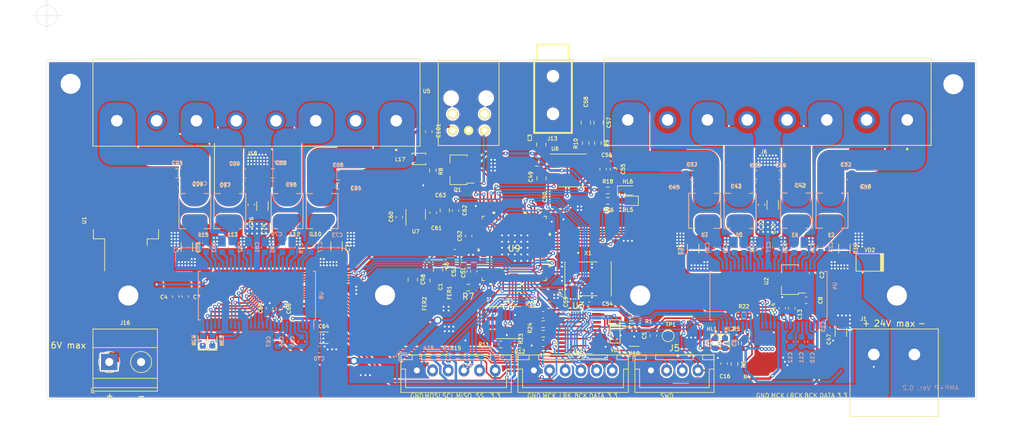
<source format=kicad_pcb>
(kicad_pcb (version 20211014) (generator pcbnew)
  (layers (0 "F.Cu" signal) (31 "B.Cu" signal) (34 "B.Paste" user) (35 "F.Paste" user) (36 "B.SilkS" user "B.Silkscreen") (37 "F.SilkS" user "F.Silkscreen") (38 "B.Mask" user) (39 "F.Mask" user) (44 "Edge.Cuts" user))
  (net 0 "")
  (net 1 "PVDD")
  (net 2 "GND")
  (net 3 "VBAT")
  (net 4 "Net-(C10-Pad2)")
  (net 5 "Net-(C10-Pad1)")
  (net 6 "Net-(C11-Pad1)")
  (net 7 "Net-(C12-Pad2)")
  (net 8 "Net-(C12-Pad1)")
  (net 9 "Net-(C13-Pad1)")
  (net 10 "Net-(C14-Pad1)")
  (net 11 "Net-(C23-Pad1)")
  (net 12 "Net-(C23-Pad2)")
  (net 13 "Net-(C24-Pad2)")
  (net 14 "Net-(C24-Pad1)")
  (net 15 "Net-(C25-Pad2)")
  (net 16 "Net-(C25-Pad1)")
  (net 17 "Net-(C26-Pad2)")
  (net 18 "Net-(C26-Pad1)")
  (net 19 "Net-(C27-Pad1)")
  (net 20 "Net-(C27-Pad2)")
  (net 21 "Net-(C28-Pad2)")
  (net 22 "Net-(C28-Pad1)")
  (net 23 "Net-(C29-Pad1)")
  (net 24 "Net-(C29-Pad2)")
  (net 25 "Net-(C30-Pad2)")
  (net 26 "Net-(C30-Pad1)")
  (net 27 "Net-(C31-Pad2)")
  (net 28 "Net-(C32-Pad1)")
  (net 29 "Net-(C33-Pad2)")
  (net 30 "Net-(C34-Pad1)")
  (net 31 "Net-(C35-Pad2)")
  (net 32 "Net-(C36-Pad1)")
  (net 33 "Net-(C37-Pad2)")
  (net 34 "Net-(C38-Pad1)")
  (net 35 "SCL")
  (net 36 "+3V3")
  (net 37 "+6V")
  (net 38 "/~{RST}")
  (net 39 "Net-(C49-Pad1)")
  (net 40 "+5V")
  (net 41 "Net-(C51-Pad2)")
  (net 42 "Net-(C53-Pad2)")
  (net 43 "Net-(C55-Pad2)")
  (net 44 "Net-(C56-Pad2)")
  (net 45 "Net-(C57-Pad2)")
  (net 46 "Net-(C57-Pad1)")
  (net 47 "Net-(C58-Pad2)")
  (net 48 "Net-(C58-Pad1)")
  (net 49 "Net-(C61-Pad2)")
  (net 50 "Net-(C65-Pad2)")
  (net 51 "Net-(C65-Pad1)")
  (net 52 "Net-(C66-Pad1)")
  (net 53 "Net-(C67-Pad2)")
  (net 54 "Net-(C67-Pad1)")
  (net 55 "Net-(C68-Pad1)")
  (net 56 "Net-(C69-Pad1)")
  (net 57 "Net-(C77-Pad2)")
  (net 58 "Net-(C77-Pad1)")
  (net 59 "Net-(C78-Pad2)")
  (net 60 "Net-(C78-Pad1)")
  (net 61 "Net-(C79-Pad2)")
  (net 62 "Net-(C79-Pad1)")
  (net 63 "Net-(C80-Pad2)")
  (net 64 "Net-(C80-Pad1)")
  (net 65 "Net-(C81-Pad2)")
  (net 66 "Net-(C81-Pad1)")
  (net 67 "Net-(C82-Pad2)")
  (net 68 "Net-(C82-Pad1)")
  (net 69 "Net-(C83-Pad2)")
  (net 70 "Net-(C83-Pad1)")
  (net 71 "Net-(C84-Pad2)")
  (net 72 "Net-(C84-Pad1)")
  (net 73 "Net-(C85-Pad2)")
  (net 74 "Net-(C86-Pad1)")
  (net 75 "Net-(C87-Pad2)")
  (net 76 "Net-(C88-Pad1)")
  (net 77 "Net-(C89-Pad2)")
  (net 78 "Net-(C90-Pad1)")
  (net 79 "Net-(C91-Pad2)")
  (net 80 "Net-(C100-Pad1)")
  (net 81 "FAULT1")
  (net 82 "WARN1")
  (net 83 "WARN0")
  (net 84 "FAULT0")
  (net 85 "MCLK")
  (net 86 "LRCLK2")
  (net 87 "BCLK2")
  (net 88 "SDATA3+")
  (net 89 "SDATA2")
  (net 90 "/ADCIN0")
  (net 91 "/BCLKIN0")
  (net 92 "/LRCKIN0")
  (net 93 "SS")
  (net 94 "MISO")
  (net 95 "SCL ")
  (net 96 "MOSI")
  (net 97 "LRCLK0")
  (net 98 "BCLK0")
  (net 99 "SDATA1+")
  (net 100 "SDATA0")
  (net 101 "Net-(JP1-Pad1)")
  (net 102 "VPP")
  (net 103 "Net-(Q1-Pad1)")
  (net 104 "Net-(R22-Pad1)")
  (net 105 "ADCIN3")
  (net 106 "BCLKIN3")
  (net 107 "LRCKIN3")
  (net 108 "Net-(HL1-Pad1)")
  (net 109 "Net-(R2-Pad2)")
  (net 110 "Net-(U5-Pad1)")
  (net 111 "Net-(HL3-Pad1)")
  (net 112 "Net-(HL4-Pad1)")
  (net 113 "SBWTDIO")
  (net 114 "SBWTCK")
  (net 115 "Mute")
  (net 116 "Standby")
  (net 117 "Net-(TP1-Pad1)")
  (net 118 "SDA")
  (net 119 "Net-(U9-Pad21)")
  (net 120 "Net-(C1-Pad1)")
  (net 121 "Net-(C48-Pad1)")
  (net 122 "Net-(C101-Pad2)")
  (net 123 "Net-(HL5-Pad2)")
  (net 124 "Net-(HL5-Pad1)")
  (net 125 "Net-(HL6-Pad2)")
  (net 126 "Net-(HL6-Pad1)")
  (net 127 "Net-(R11-Pad2)")
  (net 128 "Net-(R12-Pad2)")
  (net 129 "Net-(U11-Pad5)")
  (net 130 "Net-(U11-Pad6)")
  (net 131 "RST")
  (footprint "LED_SMD:LED_0603_1608Metric" (layer "F.Cu") (at 108.331 45.212 -90)
    (fp_text reference "HL2")
    (fp_text value "LED_SMD_0603_RED")
  )
  (footprint "Capacitor_SMD:C_0805_2012Metric" (layer "F.Cu") (at 103.0605 18.3515)
    (property "Value" "1.0uF")
    (fp_text reference "C37")
    (fp_text value "CAP_1u0_50V_X7R_0805")
  )
  (footprint "Capacitor_SMD:C_0805_2012Metric" (layer "F.Cu") (at 113.157 18.3515 180)
    (property "Value" "1.0uF")
    (fp_text reference "C35")
    (fp_text value "CAP_1u0_50V_X7R_0805")
  )
  (footprint "Capacitor_SMD:C_0805_2012Metric" (layer "F.Cu") (at 117.221 18.3515 180)
    (property "Value" "1.0uF")
    (fp_text reference "C34")
    (fp_text value "CAP_1u0_50V_X7R_0805")
  )
  (footprint "Capacitor_SMD:C_1206_3216Metric" (layer "F.Cu") (at 103.251 30.096 -90)
    (property "Value" "10,0uF")
    (fp_text reference "C21")
    (fp_text value "CAP_10u0_50V_X7R_1206")
  )
  (footprint "my:Panasonic_ETQP_5.5x5.0x3.0" (layer "F.Cu") (at 119.761 24.0538 90)
    (property "Value" "3.3uH")
    (fp_text reference "L4")
    (fp_text value "IND_ETQP3M3R3KVP_Panasonic")
  )
  (footprint "my:Panasonic_ETQP_5.5x5.0x3.0" (layer "F.Cu") (at 105.0925 24.0665 90)
    (property "Value" "3.3uH")
    (fp_text reference "L7")
    (fp_text value "IND_ETQP3M3R3KVP_Panasonic")
  )
  (footprint "Capacitor_SMD:C_0603_1608Metric" (layer "F.Cu") (at 114.173 23.114 90)
    (property "Value" "100n")
    (fp_text reference "C22")
    (fp_text value "CAP_100n_50V_X7R_0603")
  )
  (footprint "Capacitor_SMD:C_0603_1608Metric" (layer "F.Cu") (at 103.2255 20.066)
    (property "Value" "10n")
    (fp_text reference "C45")
    (fp_text value "CAP_10n_50V_X7R_0603")
  )
  (footprint "my:Panasonic_ETQP_5.5x5.0x3.0" (layer "F.Cu") (at 110.744 24.0665 90)
    (property "Value" "3.3uH")
    (fp_text reference "L5")
    (fp_text value "IND_ETQP3M3R3KVP_Panasonic")
  )
  (footprint "Capacitor_SMD:C_1206_3216Metric" (layer "F.Cu") (at 115.951 23.114 90)
    (property "Value" "10,0uF")
    (fp_text reference "C20")
    (fp_text value "CAP_10u0_50V_X7R_1206")
  )
  (footprint "Capacitor_SMD:C_0603_1608Metric" (layer "F.Cu") (at 117.221 20.066 180)
    (property "Value" "10n")
    (fp_text reference "C42")
    (fp_text value "CAP_10n_50V_X7R_0603")
  )
  (footprint "my:Panasonic_ETQP_5.5x5.0x3.0" (layer "F.Cu") (at 125.4125 24.0538 90)
    (property "Value" "3.3uH")
    (fp_text reference "L2")
    (fp_text value "IND_ETQP3M3R3KVP_Panasonic")
  )
  (footprint "Capacitor_SMD:C_1206_3216Metric" (layer "F.Cu") (at 126.8222 43.434 90)
    (property "Value" "10,0uF")
    (fp_text reference "C47")
    (fp_text value "CAP_10u0_50V_X7R_1206")
  )
  (footprint "Capacitor_SMD:C_0603_1608Metric" (layer "F.Cu") (at 127.508 20.066)
    (property "Value" "10n")
    (fp_text reference "C40")
    (fp_text value "CAP_10n_50V_X7R_0603")
  )
  (footprint "Capacitor_SMD:C_0805_2012Metric" (layer "F.Cu") (at 127.635 18.3515)
    (property "Value" "1.0uF")
    (fp_text reference "C32")
    (fp_text value "CAP_1u0_50V_X7R_0805")
  )
  (footprint "Capacitor_SMD:C_0603_1608Metric" (layer "F.Cu") (at 113.157 20.066 180)
    (property "Value" "10n")
    (fp_text reference "C43")
    (fp_text value "CAP_10n_50V_X7R_0603")
  )
  (footprint "Capacitor_SMD:C_0603_1608Metric" (layer "F.Cu") (at 117.475 39.624 90)
    (property "Value" "1,0uF")
    (fp_text reference "C14")
    (fp_text value "CAP_1u0_25V_X7R_0603")
  )
  (footprint "Capacitor_SMD:C_0603_1608Metric" (layer "F.Cu") (at 118.999 39.624 90)
    (property "Value" "1,0uF")
    (fp_text reference "C13")
    (fp_text value "CAP_1u0_25V_X7R_0603")
  )
  (footprint "Resistor_SMD:R_0603_1608Metric" (layer "F.Cu") (at 109.9566 45.212 90)
    (property "Value" "4k7")
    (fp_text reference "R5")
    (fp_text value "RES_4K7_1%_0.125W_Thick_0603")
  )
  (footprint "Resistor_SMD:R_0603_1608Metric" (layer "F.Cu") (at 111.4806 45.212 90)
    (property "Value" "4k7")
    (fp_text reference "R4")
    (fp_text value "RES_4K7_1%_0.125W_Thick_0603")
  )
  (footprint "my:DG16S-B-08P-13-00A(H)" (layer "F.Cu") (at 114.681 9.3173 180)
    (fp_text reference "J6")
    (fp_text value "Out")
  )
  (footprint "Capacitor_SMD:C_1206_3216Metric" (layer "F.Cu") (at 127.381 30.096 -90)
    (property "Value" "10,0uF")
    (fp_text reference "C17")
    (fp_text value "CAP_10u0_50V_X7R_1206")
  )
  (footprint "Package_TO_SOT_SMD:SOT-89-3" (layer "F.Cu") (at 118.999 35.052 180)
    (fp_text reference "U2")
    (fp_text value "L78L18_SOT89")
  )
  (footprint "Capacitor_SMD:C_0603_1608Metric" (layer "F.Cu") (at 122.301 34.0105 -90)
    (property "Value" "0,33uF")
    (fp_text reference "C2")
    (fp_text value "CAP_0u33_50V_X7R_0603")
  )
  (footprint "Capacitor_SMD:C_0603_1608Metric" (layer "F.Cu") (at 121.285 38.354)
    (property "Value" "100n")
    (fp_text reference "C8")
    (fp_text value "CAP_100n_50V_X7R_0603")
  )
  (footprint "Capacitor_SMD:C_0805_2012Metric" (layer "F.Cu") (at 62.5602 33.4772 -90)
    (fp_text reference "C1")
    (fp_text value "CAP_10u0_25V_X5R_0805")
  )
  (footprint "Capacitor_SMD:C_0805_2012Metric" (layer "F.Cu") (at 79.0194 13.5128 90)
    (property "Value" "2.2uF")
    (fp_text reference "C3")
    (fp_text value "CAP_2.2uF_25V_X7R_0805")
  )
  (footprint "Capacitor_SMD:C_0603_1608Metric" (layer "F.Cu") (at 96.901 43.9905 90)
    (fp_text reference "C5")
    (fp_text value "CAP_100n_50V_X7R_0603")
  )
  (footprint "Capacitor_SMD:C_0603_1608Metric" (layer "F.Cu") (at 65.2396 30.734 180)
    (fp_text reference "C6")
    (fp_text value "CAP_100n_50V_X7R_0603")
  )
  (footprint "Capacitor_SMD:C_0805_2012Metric" (layer "F.Cu") (at 58.5216 35.0368 -90)
    (fp_text reference "C48")
    (fp_text value "CAP_10u0_25V_X5R_0805")
  )
  (footprint "Capacitor_SMD:C_0603_1608Metric" (layer "F.Cu") (at 67.437 28.0924 90)
    (fp_text reference "C52")
    (fp_text value "CAP_100n_50V_X7R_0603")
  )
  (footprint "Capacitor_SMD:C_0603_1608Metric" (layer "F.Cu") (at 66.675 33.7312 -90)
    (fp_text reference "C53")
    (fp_text value "CAP_5n6_50V_X7R_0603")
  )
  (footprint "Capacitor_SMD:C_0603_1608Metric" (layer "F.Cu") (at 86.7155 39.116)
    (fp_text reference "C54")
    (fp_text value "CAP_10n_50V_X7R_0603")
  )
  (footprint "Capacitor_SMD:C_0603_1608Metric" (layer "F.Cu") (at 90.551 17.4245 90)
    (property "Value" "2n2")
    (fp_text reference "C55")
    (fp_text value "CAP_2n2_25V_X7R_0603")
  )
  (footprint "Capacitor_SMD:C_0603_1608Metric" (layer "F.Cu") (at 88.9 17.4245 90)
    (property "Value" "2n2")
    (fp_text reference "C56")
    (fp_text value "CAP_2n2_25V_X7R_0603")
  )
  (footprint "Capacitor_SMD:C_0805_2012Metric" (layer "F.Cu") (at 86.1314 10.0076 90)
    (property "Value" "2.2uF")
    (fp_text reference "C58")
    (fp_text value "CAP_2.2uF_25V_X7R_0805")
  )
  (footprint "Capacitor_SMD:C_0603_1608Metric" (layer "F.Cu") (at 37.211 39.6495 90)
    (property "Value" "1,0uF")
    (fp_text reference "C68")
    (fp_text value "CAP_1u0_25V_X7R_0603")
  )
  (footprint "Capacitor_SMD:C_0603_1608Metric" (layer "F.Cu") (at 35.687 39.5985 90)
    (property "Value" "1,0uF")
    (fp_text reference "C69")
    (fp_text value "CAP_1u0_25V_X7R_0603")
  )
  (footprint "Capacitor_SMD:C_1206_3216Metric" (layer "F.Cu") (at 34.544 23.3045 90)
    (property "Value" "10,0uF")
    (fp_text reference "C74")
    (fp_text value "CAP_10u0_50V_X7R_1206")
  )
  (footprint "Capacitor_SMD:C_1206_3216Metric" (layer "F.Cu") (at 22.479 29.842 -90)
    (property "Value" "10,0uF")
    (fp_text reference "C75")
    (fp_text value "CAP_10u0_50V_X7R_1206")
  )
  (footprint "Capacitor_SMD:C_0805_2012Metric" (layer "F.Cu") (at 46.609 18.415)
    (property "Value" "1.0uF")
    (fp_text reference "C86")
    (fp_text value "CAP_1u0_50V_X7R_0805")
  )
  (footprint "Capacitor_SMD:C_0805_2012Metric" (layer "F.Cu") (at 20.955 18.0848)
    (property "Value" "1.0uF")
    (fp_text reference "C91")
    (fp_text value "CAP_1u0_50V_X7R_0805")
  )
  (footprint "Capacitor_SMD:C_0603_1608Metric" (layer "F.Cu") (at 36.1695 19.812 180)
    (property "Value" "10n")
    (fp_text reference "C96")
    (fp_text value "CAP_10n_50V_X7R_0603")
  )
  (footprint "Capacitor_SMD:C_0603_1608Metric" (layer "F.Cu") (at 31.623 19.812 180)
    (property "Value" "10n")
    (fp_text reference "C97")
    (fp_text value "CAP_10n_50V_X7R_0603")
  )
  (footprint "Capacitor_SMD:C_0603_1608Metric" (layer "F.Cu") (at 21.1835 19.812)
    (property "Value" "10n")
    (fp_text reference "C99")
    (fp_text value "CAP_10n_50V_X7R_0603")
  )
  (footprint "LED_SMD:LED_0603_1608Metric_Pad1.05x0.95mm_HandSolder" (layer "F.Cu") (at 92.851 22.479 180)
    (fp_text reference "HL5")
    (fp_text value "LED_SMD_0603_BLUE")
  )
  (footprint "LED_SMD:LED_0603_1608Metric_Pad1.05x0.95mm_HandSolder" (layer "F.Cu") (at 92.837 20.828)
    (fp_text reference "HL6")
    (fp_text value "LED_SMD_0603_BLUE")
  )
  (footprint "Resistor_SMD:R_0805_2012Metric_Pad1.15x1.40mm_HandSolder" (layer "F.Cu") (at 64.5414 33.3756 -90)
    (fp_text reference "FER1")
    (fp_text value "BLM21AG102SN1D")
  )
  (footprint "Resistor_SMD:R_0805_2012Metric_Pad1.15x1.40mm_HandSolder" (layer "F.Cu") (at 60.5536 35.2044 -90)
    (fp_text reference "FER2")
    (fp_text value "BLM21AG102SN1D")
  )
  (footprint "Package_SO:SOIC-8_3.9x4.9mm_P1.27mm" (layer "F.Cu") (at 73.787 41.91)
    (fp_text reference "U11")
    (fp_text value "25AA1024-I/SM")
  )
  (footprint "w_conn_av:jack_3.5_pj313d-smt" (layer "F.Cu") (at 80.899 5.842 180)
    (fp_text reference "J13")
    (fp_text value "Conn_01x03_Male" hide)
  )
  (footprint "TerminalBlock_Phoenix:TerminalBlock_Phoenix_MKDS-1,5-2-5.08_1x02_P5.08mm_Horizontal" (layer "F.Cu") (at 10.0965 48.1965)
    (fp_text reference "J16")
    (fp_text value "+6V")
  )
  (footprint "Resistor_SMD:R_0603_1608Metric_Pad1.05x0.95mm_HandSolder" (layer "F.Cu") (at 83.439 39.116)
    (fp_text reference "JP1")
    (fp_text value "CON_JUMPER")
  )
  (footprint "my:Panasonic_ETQP_5.5x5.0x3.0" (layer "F.Cu") (at 44.069 24.13 90)
    (property "Value" "3.3uH")
    (fp_text reference "L10")
    (fp_text value "IND_ETQP3M3R3KVP_Panasonic")
  )
  (footprint "my:Panasonic_ETQP_5.5x5.0x3.0" (layer "F.Cu") (at 23.749 24.13 90)
    (property "Value" "3.3uH")
    (fp_text reference "L15")
    (fp_text value "IND_ETQP3M3R3KVP_Panasonic")
  )
  (footprint "Resistor_SMD:R_0603_1608Metric" (layer "F.Cu") (at 61.722 17.6275 90)
    (fp_text reference "R8")
    (fp_text value "RES_1K0_1%_0.125W_Thick_0603")
  )
  (footprint "Resistor_SMD:R_0603_1608Metric" (layer "F.Cu") (at 88.0618 13.2588 90)
    (property "Value" "470")
    (fp_text reference "R9")
    (fp_text value "RES_0K47_1%_0.125W_Thick_0603")
  )
  (footprint "Resistor_SMD:R_0603_1608Metric" (layer "F.Cu") (at 86.106 13.2588 -90)
    (property "Value" "470")
    (fp_text reference "R10")
    (fp_text value "RES_0K47_1%_0.125W_Thick_0603")
  )
  (footprint "Resistor_SMD:R_0603_1608Metric" (layer "F.Cu") (at 72.5425 45.4025 180)
    (fp_text reference "R11")
    (fp_text value "RES_10K0_1%_0.125W_Thick_0603")
  )
  (footprint "Resistor_SMD:R_0603_1608Metric" (layer "F.Cu") (at 75.565 45.4025)
    (fp_text reference "R12")
    (fp_text value "RES_10K0_1%_0.125W_Thick_0603")
  )
  (footprint "Resistor_SMD:R_0603_1608Metric" (layer "F.Cu") (at 80.2385 39.116)
    (fp_text reference "R13")
    (fp_text value "RES_10K0_1%_0.125W_Thick_0603")
  )
  (footprint "Resistor_SMD:R_0603_1608Metric" (layer "F.Cu") (at 89.6365 22.479)
    (fp_text reference "R16")
    (fp_text value "RES_51R0_1%_0.125W_Thick_0603")
  )
  (footprint "Resistor_SMD:R_0603_1608Metric" (layer "F.Cu") (at 89.6365 20.828)
    (fp_text reference "R18")
    (fp_text value "RES_51R0_1%_0.125W_Thick_0603")
  )
  (footprint "Resistor_SMD:R_0603_1608Metric" (layer "F.Cu") (at 111.3535 40.767)
    (property "Value" "4k7")
    (fp_text reference "R22")
    (fp_text value "RES_4K7_1%_0.125W_Thick_0603")
  )
  (footprint "my:Toslink" (layer "F.Cu") (at 67.437 8.636)
    (fp_text reference "U5")
    (fp_text value "DLR1160" hide)
  )
  (footprint "Oscillator:Oscillator_SMD_SeikoEpson_SG8002CA-4Pin_7.0x5.0mm" (layer "F.Cu") (at 86.487 34.925)
    (fp_text reference "X1")
    (fp_text value "SG-8002CA 24.5760M-PCBL3")
  )
  (footprint "Capacitor_SMD:C_0603_1608Metric" (layer "F.Cu") (at 20.701 37.7445 90)
    (property "Value" "0,33uF")
    (fp_text reference "C4")
    (fp_text value "CAP_0u33_50V_X7R_0603")
  )
  (footprint "Connector_JST:JST_XH_B4B-XH-A_1x04_P2.50mm_Vertical" (layer "F.Cu") (at 96.52 49.53)
    (fp_text reference "J5")
    (fp_text value "SWD")
  )
  (footprint "my:Panasonic_ETQP_5.5x5.0x3.0" (layer "F.Cu") (at 29.337 24.13 90)
    (property "Value" "3.3uH")
    (fp_text reference "L13")
    (fp_text value "IND_ETQP3M3R3KVP_Panasonic")
  )
  (footprint "Capacitor_SMD:C_0603_1608Metric" (layer "F.Cu") (at 22.225 37.719 90)
    (property "Value" "100n")
    (fp_text reference "C7")
    (fp_text value "CAP_100n_50V_X7R_0603")
  )
  (footprint "my:Panasonic_ETQP_5.5x5.0x3.0" (layer "F.Cu") (at 38.481 24.13 90)
    (property "Value" "3.3uH")
    (fp_text reference "L12")
    (fp_text value "IND_ETQP3M3R3KVP_Panasonic")
  )
  (footprint "Capacitor_SMD:C_0603_1608Metric" (layer "F.Cu") (at 46.609 20.1295)
    (property "Value" "10n")
    (fp_text reference "C94")
    (fp_text value "CAP_10n_50V_X7R_0603")
  )
  (footprint "Connector_JST:JST_XH_B6B-XH-A_1x06_P2.50mm_Vertical" (layer "F.Cu") (at 59.182 49.53)
    (fp_text reference "J15")
    (fp_text value "Conn_01x06_Male")
  )
  (footprint "Package_SO:TSSOP-14_4.4x5mm_P0.65mm" (layer "F.Cu") (at 84.045 17.638)
    (fp_text reference "U6")
    (fp_text value "PCM1808")
  )
  (footprint "Capacitor_SMD:C_0805_2012Metric" (layer "F.Cu") (at 31.623 18.0975 180)
    (property "Value" "1.0uF")
    (fp_text reference "C89")
    (fp_text value "CAP_1u0_50V_X7R_0805")
  )
  (footprint "Capacitor_SMD:C_0805_2012Metric" (layer "F.Cu") (at 36.195 18.0975 180)
    (property "Value" "1.0uF")
    (fp_text reference "C88")
    (fp_text value "CAP_1u0_50V_X7R_0805")
  )
  (footprint "Capacitor_SMD:C_1206_3216Metric" (layer "F.Cu") (at 44.326 44.323)
    (property "Value" "10,0uF")
    (fp_text reference "C64")
    (fp_text value "CAP_10u0_50V_X7R_1206")
  )
  (footprint "Capacitor_SMD:C_0805_2012Metric" (layer "F.Cu") (at 88.1634 10.0076 -90)
    (property "Value" "2.2uF")
    (fp_text reference "C57")
    (fp_text value "CAP_2.2uF_25V_X7R_0805")
  )
  (footprint "Connector_JST:JST_XH_B6B-XH-A_1x06_P2.50mm_Vertical" (layer "F.Cu") (at 77.851 49.53)
    (fp_text reference "J12")
    (fp_text value "Conn_01x06_Male")
  )
  (footprint "Package_TO_SOT_SMD:SOT-89-3" (layer "F.Cu") (at 66.123 17.527 180)
    (fp_text reference "Q1")
    (fp_text value "2STF2360")
  )
  (footprint "Capacitor_SMD:C_0603_1608Metric" (layer "F.Cu") (at 108.204 48.4378 90)
    (property "Value" "2n2")
    (fp_text reference "C16")
    (fp_text value "CAP_2n2_25V_X7R_0603")
  )
  (footprint "Resistor_SMD:R_0603_1608Metric" (layer "F.Cu") (at 79.3242 43.688)
    (property "Value" "10K")
    (fp_text reference "R23")
    (fp_text value "RES_10K0_1%_0.125W_Thick_0603")
  )
  (footprint "TestPoint:TestPoint_Pad_D1.5mm" (layer "F.Cu") (at 99.2505 44.0055)
    (fp_text reference "TP1")
    (fp_text value "Reset")
  )
  (footprint "w_smd_diode:sod80c" (layer "F.Cu") (at 90.805 43.31462 90)
    (fp_text reference "VD1")
    (fp_text value "diode BAS85.115" hide)
  )
  (footprint "Package_TO_SOT_SMD:TO-263-2" (layer "F.Cu") (at 12.7635 25.5905 90)
    (fp_text reference "U1")
    (fp_text value "LD1086D2T33TR")
  )
  (footprint "MountingHole:MountingHole_3.2mm_M3_Pad" (layer "F.Cu") (at 13.1445 37.592)
    (fp_text reference "REF**" hide)
    (fp_text value "MountingHole_3.2mm_M3_Pad")
  )
  (footprint "MountingHole:MountingHole_3.2mm_M3_Pad" (layer "F.Cu") (at 135.763 37.592)
    (fp_text reference "REF**" hide)
    (fp_text value "MountingHole_3.2mm_M3_Pad")
  )
  (footprint "MountingHole:MountingHole_3.2mm_M3_Pad" (layer "F.Cu") (at 94.8055 37.592)
    (fp_text reference "REF**" hide)
    (fp_text value "MountingHole_3.2mm_M3_Pad")
  )
  (footprint "MountingHole:MountingHole_3.2mm_M3_Pad" (layer "F.Cu") (at 54.102 37.5285)
    (fp_text reference "REF**" hide)
    (fp_text value "MountingHole_3.2mm_M3_Pad")
  )
  (footprint "Package_TO_SOT_SMD:SOT-23-5" (layer "F.Cu") (at 58.9915 24.638 90)
    (fp_text reference "U7")
    (fp_text value "LP2985-5.0")
  )
  (footprint "Capacitor_SMD:C_0603_1608Metric" (layer "F.Cu") (at 56.388 25.0825 -90)
    (property "Value" "100n")
    (fp_text reference "C60")
    (fp_text value "CAP_100n_50V_X7R_0603")
  )
  (footprint "Capacitor_SMD:C_0603_1608Metric" (layer "F.Cu") (at 61.7855 24.384 90)
    (property "Value" "10n")
    (fp_text reference "C61")
    (fp_text value "CAP_10n_50V_X7R_0603")
  )
  (footprint "Capacitor_SMD:C_0603_1608Metric" (layer "F.Cu") (at 65.3415 24.0285 90)
    (property "Value" "100n")
    (fp_text reference "C62")
    (fp_text value "CAP_100n_50V_X7R_0603")
  )
  (footprint "Capacitor_SMD:C_0805_2012Metric" (layer "F.Cu") (at 63.627 24.006 -90)
    (property "Value" "10,0uF")
    (fp_text reference "C63")
    (fp_text value "CAP_10u0_25V_X5R_0805")
  )
  (footprint "Resistor_SMD:R_0603_1608Metric" (layer "F.Cu") (at 79.3242 42.164)
    (property "Value" "10K")
    (fp_text reference "R24")
    (fp_text value "RES_10K0_1%_0.125W_Thick_0603")
  )
  (footprint "Resistor_SMD:R_0603_1608Metric" (layer "F.Cu") (at 93.472 41.5544 180)
    (property "Value" "10K")
    (fp_text reference "R1")
    (fp_text value "RES_10K0_1%_0.125W_Thick_0603")
  )
  (footprint "Package_TO_SOT_SMD:SOT-23-5" (layer "F.Cu") (at 93.853 44.1325)
    (fp_text reference "U10")
    (fp_text value "TPS3828-33DBVT")
  )
  (footprint "Capacitor_SMD:C_0603_1608Metric" (layer "F.Cu") (at 79.3242 45.212 180)
    (property "Value" "100n")
    (fp_text reference "C9")
    (fp_text value "CAP_100n_50V_X7R_0603")
  )
  (footprint "Resistor_SMD:R_0603_1608Metric" (layer "F.Cu") (at 109.855 48.514 -90)
    (property "Value" "47K")
    (fp_text reference "R6")
    (fp_text value "RES_47K_1%_0.125W_Thick_0603")
  )
  (footprint "Capacitor_SMD:C_1206_3216Metric" (layer "F.Cu") (at 46.355 29.718 -90)
    (property "Value" "10,0uF")
    (fp_text reference "C71")
    (fp_text value "CAP_10u0_50V_X7R_1206")
  )
  (footprint "Capacitor_SMD:C_0603_1608Metric" (layer "F.Cu") (at 61.087 11.43 90)
    (fp_text reference "C101")
    (fp_text value "CAP_100n_50V_X7R_0603")
  )
  (footprint "Inductor_SMD:L_Murata_LQH2MCNxxxx02_2.0x1.6mm" (layer "F.Cu") (at 59.4995 15.7988)
    (fp_text reference "L17")
    (fp_text value "LQH2MCN470K02")
  )
  (footprint "LED_SMD:LED_0603_1608Metric" (layer "F.Cu") (at 106.807 45.212 -90)
    (fp_text reference "HL1")
    (fp_text value "LED_SMD_0603_YELLOW")
  )
  (footprint "my:DG16S-B-02P-13-00A(H)" (layer "F.Cu") (at 154.813 47.244)
    (fp_text reference "J1")
    (fp_text value "Power in")
  )
  (footprint "my:DG16S-B-08P-13-00A(H)" (layer "F.Cu") (at 33.147 9.4488 180)
    (fp_text reference "J18")
    (fp_text value "Out")
  )
  (footprint "Capacitor_SMD:C_0603_1608Metric" (layer "F.Cu") (at 32.766 23.0885 90)
    (property "Value" "100n")
    (fp_text reference "C76")
    (fp_text value "CAP_100n_50V_X7R_0603")
  )
  (footprint "LED_SMD:LED_0603_1608Metric" (layer "F.Cu") (at 26.543 44.831 90)
    (fp_text reference "HL3")
    (fp_text value "LED_SMD_0603_RED")
  )
  (footprint "LED_SMD:LED_0603_1608Metric" (layer "F.Cu") (at 25.019 44.8055 90)
    (fp_text reference "HL4")
    (fp_text value "LED_SMD_0603_YELLOW")
  )
  (footprint "MountingHole:MountingHole_3.2mm_M3_Pad" (layer "F.Cu") (at 144.78 3.8735)
    (fp_text reference "REF**" hide)
    (fp_text value "MountingHole_3.2mm_M3_Pad")
  )
  (footprint "MountingHole:MountingHole_3.2mm_M3_Pad" (layer "F.Cu") (at 3.937 3.81)
    (fp_text reference "REF**" hide)
    (fp_text value "MountingHole_3.2mm_M3_Pad")
  )
  (footprint "Capacitor_SMD:C_0603_1608Metric" (layer "F.Cu") (at 68.2498 33.7312 -90)
    (fp_text reference "C51")
    (fp_text value "CAP_150p_50V_C0G_0603")
  )
  (footprint "Capacitor_SMD:C_0603_1608Metric" (layer "F.Cu") (at 79.3242 40.64)
    (fp_text reference "C59")
    (fp_text value "CAP_100n_50V_X7R_0603")
  )
  (footprint "w_smd_diode:do214ac" (layer "F.Cu") (at 131.445 32.3088)
    (property "Value" "ES1D")
    (fp_text reference "VD2")
    (fp_text value "ES1D" hide)
  )
  (footprint "Capacitor_SMD:C_0805_2012Metric" (layer "F.Cu") (at 78.3082 16.2052 180)
    (property "Value" "2.2uF")
    (fp_text reference "C49")
    (fp_text value "CAP_2.2uF_25V_X7R_0805")
  )
  (footprint "Capacitor_SMD:C_0805_2012Metric" (layer "F.Cu") (at 79.0702 18.8976 -90)
    (property "Value" "2.2uF")
    (fp_text reference "C50")
    (fp_text value "CAP_2.2uF_25V_X7R_0805")
  )
  (footprint "Package_SO:TSSOP-20_4.4x6.5mm_P0.65mm" (layer "F.Cu") (at 84.963 43.4848)
    (fp_text reference "U3")
    (fp_text value "STM32F030F4Px")
  )
  (footprint "ADAU1466:ADAU1466WBCPZ300" (layer "F.Cu") (at 74.7014 30.0736)
    (fp_text reference "U9")
    (fp_text value "ADAU1466WBCPZ300" hide)
  )
  (footprint "Resistor_SMD:R_0603_1608Metric" (layer "F.Cu") (at 67.3862 36.322 180)
    (fp_text reference "R7")
    (fp_text value "RES_4K7_1%_0.125W_Thick_0603")
  )
  (footprint "Resistor_SMD:R_0603_1608Metric" (layer "B.Cu") (at 108.331 45.2375 -90)
    (property "Value" "1K")
    (fp_text reference "R2")
    (fp_text value "RES_1K0_1%_0.125W_Thick_0603")
  )
  (footprint "Capacitor_SMD:C_0805_2012Metric" (layer "B.Cu") (at 113.157 18.3515)
    (property "Value" "1.0uF")
    (fp_text reference "C36")
    (fp_text value "CAP_1u0_50V_X7R_0805")
  )
  (footprint "Capacitor_SMD:C_0805_2012Metric" (layer "B.Cu") (at 127.635 18.3515 180)
    (property "Value" "1.0uF")
    (fp_text reference "C31")
    (fp_text value "CAP_1u0_50V_X7R_0805")
  )
  (footprint "Resistor_SMD:R_0603_1608Metric" (layer "B.Cu") (at 106.807 45.212 90)
    (property "Value" "1K")
    (fp_text reference "R3")
    (fp_text value "RES_1K0_1%_0.125W_Thick_0603")
  )
  (footprint "my:Panasonic_ETQP_5.5x5.0x3.0" (layer "B.Cu") (at 119.761 24.0538 90)
    (property "Value" "3.3uH")
    (fp_text reference "L3")
    (fp_text value "IND_ETQP3M3R3KVP_Panasonic")
  )
  (footprint "Capacitor_SMD:C_0805_2012Metric" (layer "B.Cu") (at 103.0605 18.3515 180)
    (property "Value" "1.0uF")
    (fp_text reference "C38")
    (fp_text value "CAP_1u0_50V_X7R_0805")
  )
  (footprint "Capacitor_SMD:C_0603_1608Metric" (layer "B.Cu") (at 122.047 44.958 -90)
    (property "Value" "1,0uF")
    (fp_text reference "C10")
    (fp_text value "CAP_1u0_25V_X7R_0603")
  )
  (footprint "Capacitor_SMD:C_0603_1608Metric" (layer "B.Cu") (at 120.523 44.958 -90)
    (property "Value" "1,0uF")
    (fp_text reference "C11")
    (fp_text value "CAP_1u0_25V_X7R_0603")
  )
  (footprint "Capacitor_SMD:C_0603_1608Metric" (layer "B.Cu") (at 118.745 44.958 -90)
    (property "Value" "1,0uF")
    (fp_text reference "C12")
    (fp_text value "CAP_1u0_25V_X7R_0603")
  )
  (footprint "Capacitor_SMD:C_0603_1608Metric" (layer "B.Cu") (at 125.603 42.672 90)
    (property "Value" "100n")
    (fp_text reference "C15")
    (fp_text value "CAP_100n_50V_X7R_0603")
  )
  (footprint "Capacitor_SMD:C_0603_1608Metric" (layer "B.Cu") (at 126.873 30.226 -90)
    (property "Value" "100n")
    (fp_text reference "C18")
    (fp_text value "CAP_100n_50V_X7R_0603")
  )
  (footprint "Capacitor_SMD:C_0603_1608Metric" (layer "B.Cu") (at 103.505 30.226 -90)
    (property "Value" "100n")
    (fp_text reference "C19")
    (fp_text value "CAP_100n_50V_X7R_0603")
  )
  (footprint "Capacitor_SMD:C_0603_1608Metric" (layer "B.Cu") (at 123.571 29.8195 -90)
    (property "Value" "1,0uF")
    (fp_text reference "C23")
    (fp_text value "CAP_1u0_25V_X7R_0603")
  )
  (footprint "Capacitor_SMD:C_0603_1608Metric" (layer "B.Cu") (at 120.904 29.972 90)
    (property "Value" "1,0uF")
    (fp_text reference "C24")
    (fp_text value "CAP_1u0_25V_X7R_0603")
  )
  (footprint "Capacitor_SMD:C_0603_1608Metric" (layer "B.Cu") (at 117.221 20.066)
    (property "Value" "10n")
    (fp_text reference "C41")
    (fp_text value "CAP_10n_50V_X7R_0603")
  )
  (footprint "Capacitor_SMD:C_0603_1608Metric" (layer "B.Cu") (at 113.157 20.066)
    (property "Value" "10n")
    (fp_text reference "C44")
    (fp_text value "CAP_10n_50V_X7R_0603")
  )
  (footprint "Capacitor_SMD:C_0603_1608Metric" (layer "B.Cu") (at 103.251 20.066 180)
    (property "Value" "10n")
    (fp_text reference "C46")
    (fp_text value "CAP_10n_50V_X7R_0603")
  )
  (footprint "Capacitor_SMD:C_0603_1608Metric" (layer "B.Cu") (at 111.379 29.972 90)
    (property "Value" "1,0uF")
    (fp_text reference "C28")
    (fp_text value "CAP_1u0_25V_X7R_0603")
  )
  (footprint "Capacitor_SMD:C_0603_1608Metric" (layer "B.Cu") (at 107.061 29.972 90)
    (property "Value" "1,0uF")
    (fp_text reference "C30")
    (fp_text value "CAP_1u0_25V_X7R_0603")
  )
  (footprint "my:Panasonic_ETQP_5.5x5.0x3.0" (layer "B.Cu") (at 110.744 24.0792 90)
    (property "Value" "3.3uH")
    (fp_text reference "L6")
    (fp_text value "IND_ETQP3M3R3KVP_Panasonic")
  )
  (footprint "my:Panasonic_ETQP_5.5x5.0x3.0" (layer "B.Cu") (at 105.0925 24.0665 90)
    (property "Value" "3.3uH")
    (fp_text reference "L8")
    (fp_text value "IND_ETQP3M3R3KVP_Panasonic")
  )
  (footprint "Capacitor_SMD:C_0603_1608Metric" (layer "B.Cu") (at 109.855 29.972 -90)
    (property "Value" "1,0uF")
    (fp_text reference "C29")
    (fp_text value "CAP_1u0_25V_X7R_0603")
  )
  (footprint "Capacitor_SMD:C_0603_1608Metric" (layer "B.Cu") (at 116.459 29.9465 90)
    (property "Value" "1,0uF")
    (fp_text reference "C26")
    (fp_text value "CAP_1u0_25V_X7R_0603")
  )
  (footprint "Capacitor_SMD:C_0603_1608Metric" (layer "B.Cu") (at 119.38 29.972 -90)
    (property "Value" "1,0uF")
    (fp_text reference "C25")
    (fp_text value "CAP_1u0_25V_X7R_0603")
  )
  (footprint "Capacitor_SMD:C_0603_1608Metric" (layer "B.Cu") (at 113.919 29.9465 -90)
    (property "Value" "1,0uF")
    (fp_text reference "C27")
    (fp_text value "CAP_1u0_25V_X7R_0603")
  )
  (footprint "Capacitor_SMD:C_0603_1608Metric" (layer "B.Cu") (at 38.989 44.9325 -90)
    (property "Value" "1,0uF")
    (fp_text reference "C66")
    (fp_text value "CAP_1u0_25V_X7R_0603")
  )
  (footprint "Capacitor_SMD:C_0603_1608Metric" (layer "B.Cu") (at 36.957 44.9325 -90)
    (property "Value" "1,0uF")
    (fp_text reference "C67")
    (fp_text value "CAP_1u0_25V_X7R_0603")
  )
  (footprint "Capacitor_SMD:C_0603_1608Metric" (layer "B.Cu") (at 22.225 29.9465 -90)
    (property "Value" "100n")
    (fp_text reference "C72")
    (fp_text value "CAP_100n_50V_X7R_0603")
  )
  (footprint "Capacitor_SMD:C_0603_1608Metric" (layer "B.Cu") (at 46.101 29.9465 -90)
    (property "Value" "100n")
    (fp_text reference "C73")
    (fp_text value "CAP_100n_50V_X7R_0603")
  )
  (footprint "Capacitor_SMD:C_0603_1608Metric" (layer "B.Cu") (at 42.291 29.9085 -90)
    (property "Value" "1,0uF")
    (fp_text reference "C77")
    (fp_text value "CAP_1u0_25V_X7R_0603")
  )
  (footprint "Capacitor_SMD:C_0603_1608Metric" (layer "B.Cu") (at 39.243 29.9085 90)
    (property "Value" "1,0uF")
    (fp_text reference "C78")
    (fp_text value "CAP_1u0_25V_X7R_0603")
  )
  (footprint "Capacitor_SMD:C_0603_1608Metric" (layer "B.Cu") (at 29.591 29.9085 90)
    (property "Value" "1,0uF")
    (fp_text reference "C82")
    (fp_text value "CAP_1u0_25V_X7R_0603")
  )
  (footprint "Capacitor_SMD:C_0603_1608Metric" (layer "B.Cu") (at 28.067 29.9085 -90)
    (property "Value" "1,0uF")
    (fp_text reference "C83")
    (fp_text value "CAP_1u0_25V_X7R_0603")
  )
  (footprint "Capacitor_SMD:C_0603_1608Metric" (layer "B.Cu") (at 25.527 29.9085 90)
    (property "Value" "1,0uF")
    (fp_text reference "C84")
    (fp_text value "CAP_1u0_25V_X7R_0603")
  )
  (footprint "Capacitor_SMD:C_0805_2012Metric" (layer "B.Cu") (at 46.609 18.415 180)
    (property "Value" "1.0uF")
    (fp_text reference "C85")
    (fp_text value "CAP_1u0_50V_X7R_0805")
  )
  (footprint "Capacitor_SMD:C_0805_2012Metric" (layer "B.Cu") (at 20.955 18.0848 180)
    (property "Value" "1.0uF")
    (fp_text reference "C92")
    (fp_text value "CAP_1u0_50V_X7R_0805")
  )
  (footprint "my:Panasonic_ETQP_5.5x5.0x3.0" (layer "B.Cu") (at 44.069 24.13 90)
    (property "Value" "3.3uH")
    (fp_text reference "L9")
    (fp_text value "IND_ETQP3M3R3KVP_Panasonic")
  )
  (footprint "my:Panasonic_ETQP_5.5x5.0x3.0" (layer "B.Cu") (at 23.749 24.13 90)
    (property "Value" "3.3uH")
    (fp_text reference "L16")
    (fp_text value "IND_ETQP3M3R3KVP_Panasonic")
  )
  (footprint "Resistor_SMD:R_0603_1608Metric" (layer "B.Cu") (at 70.2818 47.3964 180)
    (fp_text reference "R15")
    (fp_text value "RES_10K0_1%_0.125W_Thick_0603")
  )
  (footprint "Resistor_SMD:R_0603_1608Metric" (layer "B.Cu") (at 26.543 44.8055 -90)
    (property "Value" "1K")
    (fp_text reference "R20")
    (fp_text value "RES_1K0_1%_0.125W_Thick_0603")
  )
  (footprint "Resistor_SMD:R_0603_1608Metric" (layer "B.Cu") (at 25.019 44.8565 90)
    (property "Value" "1K")
    (fp_text reference "R21")
    (fp_text value "RES_1K0_1%_0.125W_Thick_0603")
  )
  (footprint "Capacitor_SMD:C_0603_1608Metric" (layer "B.Cu") (at 32.385 29.9085 -90)
    (property "Value" "1,0uF")
    (fp_text reference "C81")
    (fp_text value "CAP_1u0_25V_X7R_0603")
  )
  (footprint "Capacitor_SMD:C_0603_1608Metric" (layer "B.Cu") (at 36.195 19.812)
    (property "Value" "10n")
    (fp_text reference "C95")
    (fp_text value "CAP_10n_50V_X7R_0603")
  )
  (footprint "Capacitor_SMD:C_0603_1608Metric" (layer "B.Cu") (at 31.623 19.812)
    (property "Value" "10n")
    (fp_text reference "C98")
    (fp_text value "CAP_10n_50V_X7R_0603")
  )
  (footprint "Capacitor_SMD:C_0603_1608Metric" (layer "B.Cu") (at 46.609 20.1295 180)
    (property "Value" "10n")
    (fp_text reference "C93")
    (fp_text value "CAP_10n_50V_X7R_0603")
  )
  (footprint "Capacitor_SMD:C_0603_1608Metric" (layer "B.Cu") (at 40.767 44.9325 -90)
    (property "Value" "1,0uF")
    (fp_text reference "C65")
    (fp_text value "CAP_1u0_25V_X7R_0603")
  )
  (footprint "Package_SO:SSOP-56_7.5x18.5mm_P0.635mm" (layer "B.Cu") (at 33.655 37.592 90)
    (fp_text reference "U8")
    (fp_text value "TAS6424QDKQRQ1")
  )
  (footprint "Capacitor_SMD:C_0603_1608Metric" (layer "B.Cu") (at 43.5865 46.228)
    (property "Value" "100n")
    (fp_text reference "C70")
    (fp_text value "CAP_100n_50V_X7R_0603")
  )
  (footprint "Resistor_SMD:R_0603_1608Metric" (layer "B.Cu") (at 61.0362 47.371 180)
    (fp_text reference "R14")
    (fp_text value "RES_10K0_1%_0.125W_Thick_0603")
  )
  (footprint "Resistor_SMD:R_0603_1608Metric" (layer "B.Cu") (at 64.1605 47.371 180)
    (fp_text reference "R19")
    (fp_text value "RES_10K0_1%_0.125W_Thick_0603")
  )
  (footprint "Resistor_SMD:R_0603_1608Metric" (layer "B.Cu") (at 67.183 47.371)
    (fp_text reference "R17")
    (fp_text value "RES_10K0_1%_0.125W_Thick_0603")
  )
  (footprint "Package_SO:SSOP-56_7.5x18.5mm_P0.635mm" (layer "B.Cu") (at 115.279 37.592 90)
    (fp_text reference "U4")
    (fp_text value "TAS6424QDKQRQ1")
  )
  (footprint "Capacitor_SMD:C_0805_2012Metric" (layer "B.Cu") (at 36.195 18.0975)
    (property "Value" "1.0uF")
    (fp_text reference "C87")
    (fp_text value "CAP_1u0_50V_X7R_0805")
  )
  (footprint "Capacitor_SMD:C_0805_2012Metric" (layer "B.Cu") (at 31.623 18.0975)
    (property "Value" "1.0uF")
    (fp_text reference "C90")
    (fp_text value "CAP_1u0_50V_X7R_0805")
  )
  (footprint "my:Panasonic_ETQP_5.5x5.0x3.0" (layer "B.Cu") (at 29.337 24.13 90)
    (property "Value" "3.3uH")
    (fp_text reference "L14")
    (fp_text value "IND_ETQP3M3R3KVP_Panasonic")
  )
  (footprint "Capacitor_SMD:C_0603_1608Metric" (layer "B.Cu") (at 21.2345 19.812 180)
    (property "Value" "10n")
    (fp_text reference "C100")
    (fp_text value "CAP_10n_50V_X7R_0603")
  )
  (footprint "my:Panasonic_ETQP_5.5x5.0x3.0" (layer "B.Cu") (at 38.481 24.13 90)
    (property "Value" "3.3uH")
    (fp_text reference "L11")
    (fp_text value "IND_ETQP3M3R3KVP_Panasonic")
  )
  (footprint "my:Panasonic_ETQP_5.5x5.0x3.0" (layer "B.Cu") (at 125.4125 24.0538 90)
    (property "Value" "3.3uH")
    (fp_text reference "L1")
    (fp_text value "IND_ETQP3M3R3KVP_Panasonic")
  )
  (footprint "Capacitor_SMD:C_0805_2012Metric" (layer "B.Cu") (at 117.221 18.3515)
    (property "Value" "1.0uF")
    (fp_text reference "C33")
    (fp_text value "CAP_1u0_50V_X7R_0805")
  )
  (footprint "Capacitor_SMD:C_0603_1608Metric" (layer "B.Cu") (at 127.508 20.066 180)
    (property "Value" "10n")
    (fp_text reference "C39")
    (fp_text value "CAP_10n_50V_X7R_0603")
  )
  (footprint "Capacitor_SMD:C_0603_1608Metric" (layer "B.Cu") (at 37.719 29.9085 -90)
    (property "Value" "1,0uF")
    (fp_text reference "C79")
    (fp_text value "CAP_1u0_25V_X7R_0603")
  )
  (footprint "Capacitor_SMD:C_0603_1608Metric" (layer "B.Cu") (at 34.925 29.9085 90)
    (property "Value" "1,0uF")
    (fp_text reference "C80")
    (fp_text value "CAP_1u0_25V_X7R_0603")
  )
  (gr_line (start 0.127 0) (end 148.463 0) (layer "Edge.Cuts") (width 0.05))
  (gr_line (start 148.463 54.102) (end 148.463 0) (layer "Edge.Cuts") (width 0.05))
  (gr_line (start 0.127 0) (end 0.127 54.102) (layer "Edge.Cuts") (width 0.05))
  (gr_line (start 0.127 54.102) (end 148.463 54.102) (layer "Edge.Cuts") (width 0.05))
  (gr_text "AMP+P Ver. 0.2" (at 141.1478 52.324) (layer "B.SilkS") (effects (font (size 0.75 0.75) (thickness 0.07)) (justify mirror)))
  (gr_text "SWD" (at 99.06 53.594) (layer "F.SilkS") (effects (font (size 0.7 0.7) (thickness 0.1))))
  (gr_text "3.3" (at 90.3605 53.594) (layer "F.SilkS") (effects (font (size 0.7 0.7) (thickness 0.1))))
  (gr_text "DATA" (at 87.884 53.594) (layer "F.SilkS") (effects (font (size 0.7 0.7) (thickness 0.1))))
  (gr_text "BCK" (at 85.344 53.594) (layer "F.SilkS") (effects (font (size 0.7 0.7) (thickness 0.1))))
  (gr_text "LRK" (at 82.8675 53.594) (layer "F.SilkS") (effects (font (size 0.7 0.7) (thickness 0.1))))
  (gr_text "MCK" (at 80.3275 53.594) (layer "F.SilkS") (effects (font (size 0.7 0.7) (thickness 0.1))))
  (gr_text "GND" (at 77.851 53.594) (layer "F.SilkS") (effects (font (size 0.7 0.7) (thickness 0.1))))
  (gr_text "GND" (at 59.182 53.594) (layer "F.SilkS") (effects (font (size 0.7 0.7) (thickness 0.1))))
  (gr_text "MISO" (at 66.675 53.594) (layer "F.SilkS") (effects (font (size 0.7 0.7) (thickness 0.1))))
  (gr_text "3.3" (at 71.6915 53.594) (layer "F.SilkS") (effects (font (size 0.7 0.7) (thickness 0.1))))
  (gr_text "MOSI" (at 61.6585 53.594) (layer "F.SilkS") (effects (font (size 0.7 0.7) (thickness 0.1))))
  (gr_text "SS" (at 69.215 53.594) (layer "F.SilkS") (effects (font (size 0.7 0.7) (thickness 0.1))))
  (gr_text "SCL" (at 64.1985 53.594) (layer "F.SilkS") (effects (font (size 0.7 0.7) (thickness 0.1))))
  (gr_text "-" (at 15.24 53.7845 180) (layer "F.SilkS") (effects (font (size 1 1))))
  (gr_text "24V max" (at 135.382 42.037) (layer "F.SilkS") (effects (font (size 1 1))))
  (gr_text "-" (at 139.7635 42.164 180) (layer "F.SilkS") (effects (font (size 1 1))))
  (gr_text "+" (at 130.8735 42.164 180) (layer "F.SilkS") (effects (font (size 1 1))))
  (gr_text "LRCK" (at 119.4562 53.5432) (layer "F.SilkS") (effects (font (size 0.7 0.7) (thickness 0.1))))
  (gr_text "DATA" (at 124.6378 53.5432) (layer "F.SilkS") (effects (font (size 0.7 0.7) (thickness 0.1))))
  (gr_text "MCK" (at 116.7638 53.5432) (layer "F.SilkS") (effects (font (size 0.7 0.7) (thickness 0.1))))
  (gr_text "3.3" (at 127.0254 53.5432) (layer "F.SilkS") (effects (font (size 0.7 0.7) (thickness 0.1))))
  (gr_text "BCK" (at 122.047 53.5432) (layer "F.SilkS") (effects (font (size 0.7 0.7) (thickness 0.1))))
  (gr_text "GND" (at 114.3508 53.5432) (layer "F.SilkS") (effects (font (size 0.7 0.7) (thickness 0.1))))
  (gr_text "6V max" (at 3.556 45.5295) (layer "F.SilkS") (effects (font (size 1 1))))
  (gr_text "+" (at 10.16 53.721 180) (layer "F.SilkS") (effects (font (size 1 1))))
  (target plus (at 0.127 -7.0612) (size 5) (width 0.05) (layer "Edge.Cuts"))
  (via (at 103.505 33.274) (size 0.6) (drill 0.3) (layers "F.Cu" "B.Cu") (net 1))
  (via (at 45.6438 46.17602) (size 0.6) (drill 0.3) (layers "F.Cu" "B.Cu") (net 1))
  (via (at 116.713 26.67) (size 0.6) (drill 0.3) (layers "F.Cu" "B.Cu") (net 1))
  (via (at 125.857 32.258) (size 0.6) (drill 0.3) (layers "F.Cu" "B.Cu") (net 1))
  (via (at 128.27 42.672) (size 0.6) (drill 0.3) (layers "F.Cu" "B.Cu") (net 1))
  (via (at 44.9326 46.1772) (size 0.6) (drill 0.3) (layers "F.Cu" "B.Cu") (net 1))
  (via (at 113.665 25.908) (size 0.6) (drill 0.3) (layers "F.Cu" "B.Cu") (net 1))
  (via (at 23.241 32.766) (size 0.6) (drill 0.3) (layers "F.Cu" "B.Cu") (net 1))
  (via (at 22.225 32.258) (size 0.6) (drill 0.3) (layers "F.Cu" "B.Cu") (net 1))
  (via (at 126.365 32.766) (size 0.6) (drill 0.3) (layers "F.Cu" "B.Cu") (net 1))
  (via (at 32.893 26.924) (size 0.6) (drill 0.3) (layers "F.Cu" "B.Cu") (net 1))
  (via (at 105.029 32.258) (size 0.6) (drill 0.3) (layers "F.Cu" "B.Cu") (net 1))
  (via (at 22.225 32.766) (size 0.6) (drill 0.3) (layers "F.Cu" "B.Cu") (net 1))
  (via (at 126.873 33.274) (size 0.6) (drill 0.3) (layers "F.Cu" "B.Cu") (net 1))
  (via (at 127.889 33.274) (size 0.6) (drill 0.3) (layers "F.Cu" "B.Cu") (net 1))
  (via (at 23.241 32.258) (size 0.6) (drill 0.3) (layers "F.Cu" "B.Cu") (net 1))
  (via (at 23.749 32.258) (size 0.6) (drill 0.3) (layers "F.Cu" "B.Cu") (net 1))
  (via (at 105.537 33.274) (size 0.6) (drill 0.3) (layers "F.Cu" "B.Cu") (net 1))
  (via (at 115.951 26.67) (size 0.6) (drill 0.3) (layers "F.Cu" "B.Cu") (net 1))
  (via (at 126.365 33.274) (size 0.6) (drill 0.3) (layers "F.Cu" "B.Cu") (net 1))
  (via (at 126.365 40.767) (size 0.6) (drill 0.3) (layers "F.Cu" "B.Cu") (net 1))
  (via (at 43.815 32.258) (size 0.6) (drill 0.3) (layers "F.Cu" "B.Cu") (net 1))
  (via (at 44.831 32.766) (size 0.6) (drill 0.3) (layers "F.Cu" "B.Cu") (net 1))
  (via (at 45.339 32.766) (size 0.6) (drill 0.3) (layers "F.Cu" "B.Cu") (net 1))
  (via (at 23.749 31.75) (size 0.6) (drill 0.3) (layers "F.Cu" "B.Cu") (net 1))
  (via (at 22.733 32.258) (size 0.6) (drill 0.3) (layers "F.Cu" "B.Cu") (net 1))
  (via (at 44.27298 43.815) (size 0.6) (drill 0.3) (layers "F.Cu" "B.Cu") (net 1))
  (via (at 105.537 32.258) (size 0.6) (drill 0.3) (layers "F.Cu" "B.Cu") (net 1))
  (via (at 103.505 32.766) (size 0.6) (drill 0.3) (layers "F.Cu" "B.Cu") (net 1))
  (via (at 21.717 32.766) (size 0.6) (drill 0.3) (layers "F.Cu" "B.Cu") (net 1))
  (via (at 35.179 26.924) (size 0.6) (drill 0.3) (layers "F.Cu" "B.Cu") (net 1))
  (via (at 114.427 26.67) (size 0.6) (drill 0.3) (layers "F.Cu" "B.Cu") (net 1))
  (via (at 32.893 27.686) (size 0.6) (drill 0.3) (layers "F.Cu" "B.Cu") (net 1))
  (via (at 105.537 32.766) (size 0.6) (drill 0.3) (layers "F.Cu" "B.Cu") (net 1))
  (via (at 35.179 26.162) (size 0.6) (drill 0.3) (layers "F.Cu" "B.Cu") (net 1))
  (via (at 44.323 31.75) (size 0.6) (drill 0.3) (layers "F.Cu" "B.Cu") (net 1))
  (via (at 132.08 48.9585) (size 0.6) (drill 0.3) (layers "F.Cu" "B.Cu") (net 1))
  (via (at 125.349 32.766) (size 0.6) (drill 0.3) (layers "F.Cu" "B.Cu") (net 1))
  (via (at 127.381 32.766) (size 0.6) (drill 0.3) (layers "F.Cu" "B.Cu") (net 1))
  (via (at 125.349 33.274) (size 0.6) (drill 0.3) (layers "F.Cu" "B.Cu") (net 1))
  (via (at 34.417 26.162) (size 0.6) (drill 0.3) (layers "F.Cu" "B.Cu") (net 1))
  (via (at 35.179 27.686) (size 0.6) (drill 0.3) (layers "F.Cu" "B.Cu") (net 1))
  (via (at 45.847 32.766) (size 0.6) (drill 0.3) (layers "F.Cu" "B.Cu") (net 1))
  (via (at 34.417 26.924) (size 0.6) (drill 0.3) (layers "F.Cu" "B.Cu") (net 1))
  (via (at 104.521 33.274) (size 0.6) (drill 0.3) (layers "F.Cu" "B.Cu") (net 1))
  (via (at 44.27298 45.0417) (size 0.6) (drill 0.3) (layers "F.Cu" "B.Cu") (net 1))
  (via (at 33.655 26.924) (size 0.6) (drill 0.3) (layers "F.Cu" "B.Cu") (net 1))
  (via (at 104.521 32.766) (size 0.6) (drill 0.3) (layers "F.Cu" "B.Cu") (net 1))
  (via (at 127.381 33.274) (size 0.6) (drill 0.3) (layers "F.Cu" "B.Cu") (net 1))
  (via (at 127 40.767) (size 0.6) (drill 0.3) (layers "F.Cu" "B.Cu") (net 1))
  (via (at 32.131 26.162) (size 0.6) (drill 0.3) (layers "F.Cu" "B.Cu") (net 1))
  (via (at 114.427 27.432) (size 0.6) (drill 0.3) (layers "F.Cu" "B.Cu") (net 1))
  (via (at 32.131 26.924) (size 0.6) (drill 0.3) (layers "F.Cu" "B.Cu") (net 1))
  (via (at 105.029 33.274) (size 0.6) (drill 0.3) (layers "F.Cu" "B.Cu") (net 1))
  (via (at 113.665 26.67) (size 0.6) (drill 0.3) (layers "F.Cu" "B.Cu") (net 1))
  (via (at 21.209 32.766) (size 0.6) (drill 0.3) (layers "F.Cu" "B.Cu") (net 1))
  (via (at 22.733 32.766) (size 0.6) (drill 0.3) (layers "F.Cu" "B.Cu") (net 1))
  (via (at 116.713 27.432) (size 0.6) (drill 0.3) (layers "F.Cu" "B.Cu") (net 1))
  (via (at 104.013 32.766) (size 0.6) (drill 0.3) (layers "F.Cu" "B.Cu") (net 1))
  (via (at 33.655 27.686) (size 0.6) (drill 0.3) (layers "F.Cu" "B.Cu") (net 1))
  (via (at 21.717 32.258) (size 0.6) (drill 0.3) (layers "F.Cu" "B.Cu") (net 1))
  (via (at 46.355 32.766) (size 0.6) (drill 0.3) (layers "F.Cu" "B.Cu") (net 1))
  (via (at 115.189 27.432) (size 0.6) (drill 0.3) (layers "F.Cu" "B.Cu") (net 1))
  (via (at 46.309426 46.17602) (size 0.6) (drill 0.3) (layers "F.Cu" "B.Cu") (net 1))
  (via (at 104.013 33.274) (size 0.6) (drill 0.3) (layers "F.Cu" "B.Cu") (net 1))
  (via (at 33.655 26.162) (size 0.6) (drill 0.3) (layers "F.Cu" "B.Cu") (net 1))
  (via (at 115.189 25.908) (size 0.6) (drill 0.3) (layers "F.Cu" "B.Cu") (net 1))
  (via (at 125.857 32.766) (size 0.6) (drill 0.3) (layers "F.Cu" "B.Cu") (net 1))
  (via (at 125.349 32.258) (size 0.6) (drill 0.3) (layers "F.Cu" "B.Cu") (net 1))
  (via (at 127.635 40.767) (size 0.6) (drill 0.3) (layers "F.Cu" "B.Cu") (net 1))
  (via (at 23.241 31.75) (size 0.6) (drill 0.3) (layers "F.Cu" "B.Cu") (net 1))
  (via (at 102.997 32.766) (size 0.6) (drill 0.3) (layers "F.Cu" "B.Cu") (net 1))
  (via (at 44.27298 44.45) (size 0.6) (drill 0.3) (layers "F.Cu" "B.Cu") (net 1))
  (via (at 43.815 32.766) (size 0.6) (drill 0.3) (layers "F.Cu" "B.Cu") (net 1))
  (via (at 126.873 32.766) (size 0.6) (drill 0.3) (layers "F.Cu" "B.Cu") (net 1))
  (via (at 127.889 32.766) (size 0.6) (drill 0.3) (layers "F.Cu" "B.Cu") (net 1))
  (via (at 32.131 27.686) (size 0.6) (drill 0.3) (layers "F.Cu" "B.Cu") (net 1))
  (via (at 105.029 32.766) (size 0.6) (drill 0.3) (layers "F.Cu" "B.Cu") (net 1))
  (via (at 115.189 26.67) (size 0.6) (drill 0.3) (layers "F.Cu" "B.Cu") (net 1))
  (via (at 128.27 40.767) (size 0.6) (drill 0.3) (layers "F.Cu" "B.Cu") (net 1))
  (via (at 46.355 32.258) (size 0.6) (drill 0.3) (layers "F.Cu" "B.Cu") (net 1))
  (via (at 115.951 25.908) (size 0.6) (drill 0.3) (layers "F.Cu" "B.Cu") (net 1))
  (via (at 34.417 27.686) (size 0.6) (drill 0.3) (layers "F.Cu" "B.Cu") (net 1))
  (via (at 45.339 32.258) (size 0.6) (drill 0.3) (layers "F.Cu" "B.Cu") (net 1))
  (via (at 43.815 31.75) (size 0.6) (drill 0.3) (layers "F.Cu" "B.Cu") (net 1))
  (via (at 45.847 32.258) (size 0.6) (drill 0.3) (layers "F.Cu" "B.Cu") (net 1))
  (via (at 125.857 33.274) (size 0.6) (drill 0.3) (layers "F.Cu" "B.Cu") (net 1))
  (via (at 32.893 26.162) (size 0.6) (drill 0.3) (layers "F.Cu" "B.Cu") (net 1))
  (via (at 114.427 25.908) (size 0.6) (drill 0.3) (layers "F.Cu" "B.Cu") (net 1))
  (via (at 44.831 32.258) (size 0.6) (drill 0.3) (layers "F.Cu" "B.Cu") (net 1))
  (via (at 113.665 27.432) (size 0.6) (drill 0.3) (layers "F.Cu" "B.Cu") (net 1))
  (via (at 116.713 25.908) (size 0.6) (drill 0.3) (layers "F.Cu" "B.Cu") (net 1))
  (via (at 44.45 45.72) (size 0.6) (drill 0.3) (layers "F.Cu" "B.Cu") (net 1))
  (via (at 102.997 33.274) (size 0.6) (drill 0.3) (layers "F.Cu" "B.Cu") (net 1))
  (via (at 128.27 41.402) (size 0.6) (drill 0.3) (layers "F.Cu" "B.Cu") (net 1))
  (via (at 21.209 32.258) (size 0.6) (drill 0.3) (layers "F.Cu" "B.Cu") (net 1))
  (via (at 115.951 27.432) (size 0.6) (drill 0.3) (layers "F.Cu" "B.Cu") (net 1))
  (via (at 44.323 32.766) (size 0.6) (drill 0.3) (layers "F.Cu" "B.Cu") (net 1))
  (via (at 128.27 42.037) (size 0.6) (drill 0.3) (layers "F.Cu" "B.Cu") (net 1))
  (via (at 44.323 32.258) (size 0.6) (drill 0.3) (layers "F.Cu" "B.Cu") (net 1))
  (via (at 23.749 32.766) (size 0.6) (drill 0.3) (layers "F.Cu" "B.Cu") (net 1))
  (segment (start 33.655 26.924) (end 33.655 33.02) (width 1) (layer "B.Cu") (net 1))
  (segment (start 41.5925 42.292) (end 41.5925 41.292) (width 0.4) (layer "B.Cu") (net 1))
  (segment (start 41.656 41.2285) (end 41.656 40.513) (width 0.4) (layer "B.Cu") (net 1))
  (segment (start 132.08 46.99) (end 132.08 48.9585) (width 0.254) (layer "B.Cu") (net 1))
  (segment (start 115.189 32.6644) (end 115.3922 32.8676) (width 0.8) (layer "B.Cu") (net 1))
  (segment (start 41.5925 41.292) (end 41.656 41.2285) (width 0.4) (layer "B.Cu") (net 1))
  (segment (start 115.189 25.908) (end 115.189 32.6644) (width 0.8) (layer "B.Cu") (net 1))
  (segment (start 37.16 38.811) (end 37.211 38.862) (width 0.4) (layer "F.Cu") (net 2))
  (segment (start 78.9686 25.8064) (end 78.985801 25.823601) (width 0.254) (layer "F.Cu") (net 2))
  (segment (start 93.852998 44.1325) (end 93.853 44.132502) (width 0.4) (layer "F.Cu") (net 2))
  (segment (start 69.823998 25.823601) (end 70.603801 25.823601) (width 0.254) (layer "F.Cu") (net 2))
  (segment (start 80.1794 40.5598) (end 80.0992 40.64) (width 0.254) (layer "F.Cu") (net 2))
  (segment (start 70.451401 25.196198) (end 70.451401 25.671201) (width 0.254) (layer "F.Cu") (net 2))
  (segment (start 73.4514 34.951002) (end 73.4514 34.2592) (width 0.254) (layer "F.Cu") (net 2))
  (segment (start 78.951399 25.196198) (end 78.9686 25.213399) (width 0.254) (layer "F.Cu") (net 2))
  (segment (start 88.824 18.288) (end 88.9 18.212) (width 0.4) (layer "F.Cu") (net 2))
  (segment (start 86.995 16.988) (end 86.995 17.638) (width 0.4) (layer "F.Cu") (net 2))
  (segment (start 69.264975 33.8236) (end 69.143087 33.945488) (width 0.254) (layer "F.Cu") (net 2))
  (segment (start 80.678599 25.823601) (end 80.6958 25.8064) (width 0.254) (layer "F.Cu") (net 2))
  (segment (start 92.753 44.1325) (end 93.852998 44.1325) (width 0.4) (layer "F.Cu") (net 2))
  (segment (start 69.823998 33.8236) (end 69.264975 33.8236) (width 0.254) (layer "F.Cu") (net 2))
  (segment (start 70.451401 25.671201) (end 70.603801 25.823601) (width 0.254) (layer "F.Cu") (net 2))
  (segment (start 127.381 28.696) (end 129.153 28.696) (width 0.4) (layer "F.Cu") (net 2))
  (segment (start 129.153 28.696) (end 129.159 28.702) (width 0.4) (layer "F.Cu") (net 2))
  (segment (start 86.995 18.288) (end 88.824 18.288) (width 0.4) (layer "F.Cu") (net 2))
  (segment (start 60.8 12.2175) (end 61.6635 13.081) (width 0.4) (layer "F.Cu") (net 2))
  (segment (start 88.9 18.212) (end 90.551 18.212) (width 0.4) (layer "F.Cu") (net 2))
  (segment (start 69.143087 33.945488) (end 69.143087 35.742087) (width 0.254) (layer "F.Cu") (net 2))
  (segment (start 127.3145 44.7675) (end 127.381 44.834) (width 0.254) (layer "F.Cu") (net 2))
  (segment (start 35.687 38.811) (end 37.16 38.811) (width 0.4) (layer "F.Cu") (net 2))
  (segment (start 86.995 17.638) (end 86.995 18.288) (width 0.4) (layer "F.Cu") (net 2))
  (segment (start 70.451401 34.951002) (end 70.451401 36.161401) (width 0.254) (layer "F.Cu") (net 2))
  (segment (start 82.1005 40.5598) (end 80.1794 40.5598) (width 0.254) (layer "F.Cu") (net 2))
  (segment (start 65.3415 24.816) (end 65.2143 24.6888) (width 0.4) (layer "F.Cu") (net 2))
  (segment (start 118.999 38.8365) (end 117.475 38.8365) (width 0.4) (layer "F.Cu") (net 2))
  (segment (start 80.137 45.2375) (end 80.137 45.1865) (width 0.4) (layer "F.Cu") (net 2))
  (segment (start 69.143087 35.742087) (end 69.215 35.814) (width 0.254) (layer "F.Cu") (net 2))
  (segment (start 70.451401 36.161401) (end 70.6628 36.3728) (width 0.254) (layer "F.Cu") (net 2))
  (segment (start 117.475 38.8365) (end 117.475 37.846) (width 0.4) (layer "F.Cu") (net 2))
  (segment (start 35.687 38.811) (end 35.687044 38.811) (width 0.4) (layer "F.Cu") (net 2))
  (segment (start 78.9686 25.213399) (end 78.9686 25.8064) (width 0.254) (layer "F.Cu") (net 2))
  (segment (start 65.622 13.081) (end 67.437 11.266) (width 0.4) (layer "F.Cu") (net 2))
  (segment (start 96.105502 44.132502) (end 93.853 44.132502) (width 0.4) (layer "F.Cu") (net 2))
  (segment (start 125.603 44.7675) (end 127.3145 44.7675) (width 0.254) (layer "F.Cu") (net 2))
  (segment (start 61.6635 13.081) (end 65.622 13.081) (width 0.4) (layer "F.Cu") (net 2))
  (segment (start 70.603801 25.823601) (end 72.771 27.9908) (width 0.254) (layer "F.Cu") (net 2))
  (segment (start 79.578802 25.823601) (end 80.678599 25.823601) (width 0.254) (layer "F.Cu") (net 2))
  (segment (start 96.901 44.928) (end 96.105502 44.132502) (width 0.4) (layer "F.Cu") (net 2))
  (segment (start 80.206398 18.288) (end 81.095 18.288) (width 0.4) (layer "F.Cu") (net 2))
  (segment (start 80.137 40.6145) (end 80.137 40.6655) (width 0.254) (layer "F.Cu") (net 2))
  (segment (start 73.4514 34.2592) (end 73.3806 34.1884) (width 0.254) (layer "F.Cu") (net 2))
  (segment (start 78.985801 25.823601) (end 79.578802 25.823601) (width 0.254) (layer "F.Cu") (net 2))
  (via (at 48.133 29.6164) (size 0.6) (drill 0.3) (layers "F.Cu" "B.Cu") (net 2))
  (via (at 48.133 29.1084) (size 0.6) (drill 0.3) (layers "F.Cu" "B.Cu") (net 2))
  (via (at 48.641 29.6164) (size 0.6) (drill 0.3) (layers "F.Cu" "B.Cu") (net 2))
  (via (at 48.641 28.0924) (size 0.6) (drill 0.3) (layers "F.Cu" "B.Cu") (net 2))
  (via (at 48.133 27.5844) (size 0.6) (drill 0.3) (layers "F.Cu" "B.Cu") (net 2))
  (via (at 48.641 28.6004) (size 0.6) (drill 0.3) (layers "F.Cu" "B.Cu") (net 2))
  (via (at 48.641 29.1084) (size 0.6) (drill 0.3) (layers "F.Cu" "B.Cu") (net 2))
  (via (at 48.133 28.6004) (size 0.6) (drill 0.3) (layers "F.Cu" "B.Cu") (net 2))
  (via (at 48.641 27.5844) (size 0.6) (drill 0.3) (layers "F.Cu" "B.Cu") (net 2))
  (via (at 48.133 28.0924) (size 0.6) (drill 0.3) (layers "F.Cu" "B.Cu") (net 2))
  (via (at 21.0566 29.1084) (size 0.6) (drill 0.3) (layers "F.Cu" "B.Cu") (net 2))
  (via (at 20.5486 29.6164) (size 0.6) (drill 0.3) (layers "F.Cu" "B.Cu") (net 2))
  (via (at 20.5486 28.0924) (size 0.6) (drill 0.3) (layers "F.Cu" "B.Cu") (net 2))
  (via (at 20.5486 27.5844) (size 0.6) (drill 0.3) (layers "F.Cu" "B.Cu") (net 2))
  (via (at 21.0566 27.5844) (size 0.6) (drill 0.3) (layers "F.Cu" "B.Cu") (net 2))
  (via (at 20.5486 28.6004) (size 0.6) (drill 0.3) (layers "F.Cu" "B.Cu") (net 2))
  (via (at 20.5486 29.1084) (size 0.6) (drill 0.3) (layers "F.Cu" "B.Cu") (net 2))
  (via (at 21.0566 28.0924) (size 0.6) (drill 0.3) (layers "F.Cu" "B.Cu") (net 2))
  (via (at 21.0566 28.6004) (size 0.6) (drill 0.3) (layers "F.Cu" "B.Cu") (net 2))
  (via (at 21.0566 29.6164) (size 0.6) (drill 0.3) (layers "F.Cu" "B.Cu") (net 2))
  (via (at 130.2258 28.702) (size 0.6) (drill 0.3) (layers "F.Cu" "B.Cu") (net 2))
  (via (at 115.189 16.764) (size 0.6) (drill 0.3) (layers "F.Cu" "B.Cu") (net 2))
  (via (at 33.782 16.637) (size 0.6) (drill 0.3) (layers "F.Cu" "B.Cu") (net 2))
  (via (at 85.344 37.1475) (size 0.6) (drill 0.3) (layers "F.Cu" "B.Cu") (net 2))
  (via (at 100.711 28.194) (size 0.6) (drill 0.3) (layers "F.Cu" "B.Cu") (net 2))
  (via (at 64.2366 39.9796) (size 0.6) (drill 0.3) (layers "F.Cu" "B.Cu") (net 2))
  (via (at 20.0406 29.1084) (size 0.6) (drill 0.3) (layers "F.Cu" "B.Cu") (net 2))
  (via (at 81.661 37.465) (size 0.6) (drill 0.3) (layers "F.Cu" "B.Cu") (net 2))
  (via (at 114.681 15.748) (size 0.6) (drill 0.3) (layers "F.Cu" "B.Cu") (net 2))
  (via (at 35.687044 38.811) (size 0.6) (drill 0.3) (layers "F.Cu" "B.Cu") (net 2))
  (via (at 75.819 32.0548) (size 0.6) (drill 0.3) (layers "F.Cu" "B.Cu") (net 2))
  (via (at 93.4974 28.8544) (size 0.6) (drill 0.3) (layers "F.Cu" "B.Cu") (net 2))
  (via (at 103.6066 44.2976) (size 0.6) (drill 0.3) (layers "F.Cu" "B.Cu") (net 2))
  (via (at 71.628 17.653) (size 0.6) (drill 0.3) (layers "F.Cu" "B.Cu") (net 2))
  (via (at 64.2366 39.37) (size 0.6) (drill 0.3) (layers "F.Cu" "B.Cu") (net 2))
  (via (at 63.627 43.2816) (size 0.6) (drill 0.3) (layers "F.Cu" "B.Cu") (net 2))
  (via (at 75.819 27.9908) (size 0.6) (drill 0.3) (layers "F.Cu" "B.Cu") (net 2))
  (via (at 101.219 29.21) (size 0.6) (drill 0.3) (layers "F.Cu" "B.Cu") (net 2))
  (via (at 82.3214 34.5948) (size 0.6) (drill 0.3) (layers "F.Cu" "B.Cu") (net 2))
  (via (at 32.258 16.129) (size 0.6) (drill 0.3) (layers "F.Cu" "B.Cu") (net 2))
  (via (at 114.681 16.256) (size 0.6) (drill 0.3) (layers "F.Cu" "B.Cu") (net 2))
  (via (at 74.803 29.9773) (size 0.6) (drill 0.3) (layers "F.Cu" "B.Cu") (net 2))
  (via (at 114.173 16.764) (size 0.6) (drill 0.3) (layers "F.Cu" "B.Cu") (net 2))
  (via (at 64.9478 43.2816) (size 0.6) (drill 0.3) (layers "F.Cu" "B.Cu") (net 2))
  (via (at 74.803 32.0548) (size 0.6) (drill 0.3) (layers "F.Cu" "B.Cu") (net 2))
  (via (at 49.149 27.5844) (size 0.6) (drill 0.3) (layers "F.Cu" "B.Cu") (net 2))
  (via (at 32.766 16.129) (size 0.6) (drill 0.3) (layers "F.Cu" "B.Cu") (net 2))
  (via (at 115.697 16.256) (size 0.6) (drill 0.3) (layers "F.Cu" "B.Cu") (net 2))
  (via (at 116.713 16.256) (size 0.6) (drill 0.3) (layers "F.Cu" "B.Cu") (net 2))
  (via (at 100.711 27.686) (size 0.6) (drill 0.3) (layers "F.Cu" "B.Cu") (net 2))
  (via (at 63.4238 39.9796) (size 0.6) (drill 0.3) (layers "F.Cu" "B.Cu") (net 2))
  (via (at 101.219 27.686) (size 0.6) (drill 0.3) (layers "F.Cu" "B.Cu") (net 2))
  (via (at 72.771 29.9773) (size 0.6) (drill 0.3) (layers "F.Cu" "B.Cu") (net 2))
  (via (at 76.835 29.0068) (size 0.6) (drill 0.3) (layers "F.Cu" "B.Cu") (net 2))
  (via (at 84.836 23.368) (size 0.6) (drill 0.3) (layers "F.Cu" "B.Cu") (net 2))
  (via (at 50.9778 50.292) (size 0.6) (drill 0.3) (layers "F.Cu" "B.Cu") (net 2))
  (via (at 101.727 27.686) (size 0.6) (drill 0.3) (layers "F.Cu" "B.Cu") (net 2))
  (via (at 49.5046 36.1696) (size 0.6) (drill 0.3) (layers "F.Cu" "B.Cu") (net 2))
  (via (at 130.2258 27.686) (size 0.6) (drill 0.3) (layers "F.Cu" "B.Cu") (net 2))
  (via (at 102.2858 44.2976) (size 0.6) (drill 0.3) (layers "F.Cu" "B.Cu") (net 2))
  (via (at 115.189 15.748) (size 0.6) (drill 0.3) (layers "F.Cu" "B.Cu") (net 2))
  (via (at 114.173 16.256) (size 0.6) (drill 0.3) (layers "F.Cu" "B.Cu") (net 2))
  (via (at 101.219 28.194) (size 0.6) (drill 0.3) (layers "F.Cu" "B.Cu") (net 2))
  (via (at 74.803 31.0388) (size 0.6) (drill 0.3) (layers "F.Cu" "B.Cu") (net 2))
  (via (at 76.835 29.9773) (size 0.6) (drill 0.3) (layers "F.Cu" "B.Cu") (net 2))
  (via (at 49.5046 37.338) (size 0.6) (drill 0.3) (layers "F.Cu" "B.Cu") (net 2))
  (via (at 84.9122 30.7848) (size 0.6) (drill 0.3) (layers "F.Cu" "B.Cu") (net 2))
  (via (at 34.544 15.113) (size 0.6) (drill 0.3) (layers "F.Cu" "B.Cu") (net 2))
  (via (at 72.771 27.9908) (size 0.6) (drill 0.3) (layers "F.Cu" "B.Cu") (net 2))
  (via (at 129.667 27.686) (size 0.6) (drill 0.3) (layers "F.Cu" "B.Cu") (net 2))
  (via (at 109.3978 40.7416) (size 0.6) (drill 0.3) (layers "F.Cu" "B.Cu") (net 2))
  (via (at 51.689 50.292) (size 0.6) (drill 0.3) (layers "F.Cu" "B.Cu") (net 2))
  (via (at 63.4365 39.37) (size 0.6) (drill 0.3) (layers "F.Cu" "B.Cu") (net 2))
  (via (at 73.3806 34.1884) (size 0.6) (drill 0.3) (layers "F.Cu" "B.Cu") (net 2))
  (via (at 100.711 28.702) (size 0.6) (drill 0.3) (layers "F.Cu" "B.Cu") (net 2))
  (via (at 34.036 15.113) (size 0.6) (drill 0.3) (layers "F.Cu" "B.Cu") (net 2))
  (via (at 35.306 15.621) (size 0.6) (drill 0.3) (layers "F.Cu" "B.Cu") (net 2))
  (via (at 116.113784 43.474416) (size 0.6) (drill 0.3) (layers "F.Cu" "B.Cu") (net 2))
  (via (at 114.935 15.24) (size 0.6) (drill 0.3) (layers "F.Cu" "B.Cu") (net 2))
  (via (at 116.713 15.748) (size 0.6) (drill 0.3) (layers "F.Cu" "B.Cu") (net 2))
  (via (at 129.159 28.702) (size 0.6) (drill 0.3) (layers "F.Cu" "B.Cu") (net 2))
  (via (at 33.528 15.113) (size 0.6) (drill 0.3) (layers "F.Cu" "B.Cu") (net 2))
  (via (at 35.052 15.113) (size 0.6) (drill 0.3) (layers "F.Cu" "B.Cu") (net 2))
  (via (at 32.258 16.637) (size 0.6) (drill 0.3) (layers "F.Cu" "B.Cu") (net 2))
  (via (at 69.215 35.814) (size 0.6) (drill 0.3) (layers "F.Cu" "B.Cu") (net 2))
  (via (at 101.727 29.718) (size 0.6) (drill 0.3) (layers "F.Cu" "B.Cu") (net 2))
  (via (at 93.853 44.132502) (size 0.6) (drill 0.3) (layers "F.Cu" "B.Cu") (net 2))
  (via (at 34.798 16.129) (size 0.6) (drill 0.3) (layers "F.Cu" "B.Cu") (net 2))
  (via (at 82.3214 35.2552) (size 0.6) (drill 0.3) (layers "F.Cu" "B.Cu") (net 2))
  (via (at 33.782 16.129) (size 0.6) (drill 0.3) (layers "F.Cu" "B.Cu") (net 2))
  (via (at 73.787 27.9908) (size 0.6) (drill 0.3) (layers "F.Cu" "B.Cu") (net 2))
  (via (at 33.274 16.637) (size 0.6) (drill 0.3) (layers "F.Cu" "B.Cu") (net 2))
  (via (at 20.0406 28.0924) (size 0.6) (drill 0.3) (layers "F.Cu" "B.Cu") (net 2))
  (via (at 64.9986 42.5704) (size 0.6) (drill 0.3) (layers "F.Cu" "B.Cu") (net 2))
  (via (at 101.219 29.718) (size 0.6) (drill 0.3) (layers "F.Cu" "B.Cu") (net 2))
  (via (at 76.835 31.0388) (size 0.6) (drill 0.3) (layers "F.Cu" "B.Cu") (net 2))
  (via (at 129.159 29.718) (size 0.6) (drill 0.3) (layers "F.Cu" "B.Cu") (net 2))
  (via (at 34.29 16.129) (size 0.6) (drill 0.3) (layers "F.Cu" "B.Cu") (net 2))
  (via (at 129.159 28.194) (size 0.6) (drill 0.3) (layers "F.Cu" "B.Cu") (net 2))
  (via (at 117.6274 47.498) (size 0.6) (drill 0.3) (layers "F.Cu" "B.Cu") (net 2))
  (via (at 69.85 43.815) (size 0.6) (drill 0.3) (layers "F.Cu" "B.Cu") (net 2))
  (via (at 130.2258 28.194) (size 0.6) (drill 0.3) (layers "F.Cu" "B.Cu") (net 2))
  (via (at 102.9462 44.2976) (size 0.6) (drill 0.3) (layers "F.Cu" "B.Cu") (net 2))
  (via (at 32.766 15.621) (size 0.6) (drill 0.3) (layers "F.Cu" "B.Cu") (net 2))
  (via (at 115.697 16.764) (size 0.6) (drill 0.3) (layers "F.Cu" "B.Cu") (net 2))
  (via (at 114.427 15.24) (size 0.6) (drill 0.3) (layers "F.Cu" "B.Cu") (net 2))
  (via (at 32.258 15.621) (size 0.6) (drill 0.3) (layers "F.Cu" "B.Cu") (net 2))
  (via (at 116.713 16.764) (size 0.6) (drill 0.3) (layers "F.Cu" "B.Cu") (net 2))
  (via (at 130.2258 29.2608) (size 0.6) (drill 0.3) (layers "F.Cu" "B.Cu") (net 2))
  (via (at 49.149 28.6004) (size 0.6) (drill 0.3) (layers "F.Cu" "B.Cu") (net 2))
  (via (at 64.303009 43.280413) (size 0.6) (drill 0.3) (layers "F.Cu" "B.Cu") (net 2))
  (via (at 70.497558 38.015874) (size 0.6) (drill 0.3) (layers "F.Cu" "B.Cu") (net 2))
  (via (at 73.533 43.8912) (size 0.6) (drill 0.3) (layers "F.Cu" "B.Cu") (net 2))
  (via (at 49.149 29.6164) (size 0.6) (drill 0.3) (layers "F.Cu" "B.Cu") (net 2))
  (via (at 114.173 15.748) (size 0.6) (drill 0.3) (layers "F.Cu" "B.Cu") (net 2))
  (via (at 118.2878 48.7172) (size 0.6) (drill 0.3) (layers "F.Cu" "B.Cu") (net 2))
  (via (at 115.189 16.256) (size 0.6) (drill 0.3) (layers "F.Cu" "B.Cu") (net 2))
  (via (at 71.0565 17.0815) (size 0.6) (drill 0.3) (layers "F.Cu" "B.Cu") (net 2))
  (via (at 115.951 15.24) (size 0.6) (drill 0.3) (layers "F.Cu" "B.Cu") (net 2))
  (via (at 71.0565 16.51) (size 0.6) (drill 0.3) (layers "F.Cu" "B.Cu") (net 2))
  (via (at 80.6958 25.8064) (size 0.6) (drill 0.3) (layers "F.Cu" "B.Cu") (net 2))
  (via (at 87.122 32.5755) (size 0.6) (drill 0.3) (layers "F.Cu" "B.Cu") (net 2))
  (via (at 49.149 28.0924) (size 0.6) (drill 0.3) (layers "F.Cu" "B.Cu") (net 2))
  (via (at 75.819 29.9773) (size 0.6) (drill 0.3) (layers "F.Cu" "B.Cu") (net 2))
  (via (at 129.159 29.21) (size 0.6) (drill 0.3) (layers "F.Cu" "B.Cu") (net 2))
  (via (at 129.667 29.21) (size 0.6) (drill 0.3) (layers "F.Cu" "B.Cu") (net 2))
  (via (at 117.475 37.846) (size 0.6) (drill 0.3) (layers "F.Cu" "B.Cu") (net 2))
  (via (at 49.149 29.1084) (size 0.6) (drill 0.3) (layers "F.Cu" "B.Cu") (net 2))
  (via (at 84.836 23.9395) (size 0.6) (drill 0.3) (layers "F.Cu" "B.Cu") (net 2))
  (via (at 33.02 15.113) (size 0.6) (drill 0.3) (layers "F.Cu" "B.Cu") (net 2))
  (via (at 75.819 29.0068) (size 0.6) (drill 0.3) (layers "F.Cu" "B.Cu") (net 2))
  (via (at 64.2874 42.5704) (size 0.6) (drill 0.3) (layers "F.Cu" "B.Cu") (net 2))
  (via (at 85.4075 23.368) (size 0.6) (drill 0.3) (layers "F.Cu" "B.Cu") (net 2))
  (via (at 34.798 16.637) (size 0.6) (drill 0.3) (layers "F.Cu" "B.Cu") (net 2))
  (via (at 101.727 29.21) (size 0.6) (drill 0.3) (layers "F.Cu" "B.Cu") (net 2))
  (via (at 113.665 16.764) (size 0.6) (drill 0.3) (layers "F.Cu" "B.Cu") (net 2))
  (via (at 67.437 31.0896) (size 0.6) (drill 0.3) (layers "F.Cu" "B.Cu") (net 2))
  (via (at 87.122 37.8968) (size 0.6) (drill 0.3) (layers "F.Cu" "B.Cu") (net 2))
  (via (at 34.29 16.637) (size 0.6) (drill 0.3) (layers "F.Cu" "B.Cu") (net 2))
  (via (at 77.4954 45.5676) (size 0.6) (drill 0.3) (layers "F.Cu" "B.Cu") (net 2))
  (via (at 33.782 15.621) (size 0.6) (drill 0.3) (layers "F.Cu" "B.Cu") (net 2))
  (via (at 72.771 31.0388) (size 0.6) (drill 0.3) (layers "F.Cu" "B.Cu") (net 2))
  (via (at 101.727 28.194) (size 0.6) (drill 0.3) (layers "F.Cu" "B.Cu") (net 2))
  (via (at 74.803 27.9908) (size 0.6) (drill 0.3) (layers "F.Cu" "B.Cu") (net 2))
  (via (at 35.306 16.129) (size 0.6) (drill 0.3) (layers "F.Cu" "B.Cu") (net 2))
  (via (at 125.603 44.7675) (size 0.6) (drill 0.3) (layers "F.Cu" "B.Cu") (net 2))
  (via (at 85.4075 23.9395) (size 0.6) (drill 0.3) (layers "F.Cu" "B.Cu") (net 2))
  (via (at 32.512 15.113) (size 0.6) (drill 0.3) (layers "F.Cu" "B.Cu") (net 2))
  (via (at 129.667 28.194) (size 0.6) (drill 0.3) (layers "F.Cu" "B.Cu") (net 2))
  (via (at 101.219 28.702) (size 0.6) (drill 0.3) (layers "F.Cu" "B.Cu") (net 2))
  (via (at 115.697 15.748) (size 0.6) (drill 0.3) (layers "F.Cu" "B.Cu") (net 2))
  (via (at 74.803 29.0068) (size 0.6) (drill 0.3) (layers "F.Cu" "B.Cu") (net 2))
  (via (at 68.1482 31.0896) (size 0.6) (drill 0.3) (layers "F.Cu" "B.Cu") (net 2))
  (via (at 82.3214 32.9692) (size 0.6) (drill 0.3) (layers "F.Cu" "B.Cu") (net 2))
  (via (at 20.0406 27.5844) (size 0.6) (drill 0.3) (layers "F.Cu" "B.Cu") (net 2))
  (via (at 76.835 27.9908) (size 0.6) (drill 0.3) (layers "F.Cu" "B.Cu") (net 2))
  (via (at 91.694 43.942) (size 0.6) (drill 0.3) (layers "F.Cu" "B.Cu") (net 2))
  (via (at 115.443 15.24) (size 0.6) (drill 0.3) (layers "F.Cu" "B.Cu") (net 2))
  (via (at 71.628 16.51) (size 0.6) (drill 0.3) (layers "F.Cu" "B.Cu") (net 2))
  (via (at 50.2158 50.292) (size 0.6) (drill 0.3) (layers "F.Cu" "B.Cu") (net 2))
  (via (at 116.459 15.24) (size 0.6) (drill 0.3) (layers "F.Cu" "B.Cu") (net 2))
  (via (at 100.711 29.21) (size 0.6) (drill 0.3) (layers "F.Cu" "B.Cu") (net 2))
  (via (at 82.3214 32.3088) (size 0.6) (drill 0.3) (layers "F.Cu" "B.Cu") (net 2))
  (via (at 92.181526 28.8597) (size 0.6) (drill 0.3) (layers "F.Cu" "B.Cu") (net 2))
  (via (at 87.122 33.147) (size 0.6) (drill 0.3) (layers "F.Cu" "B.Cu") (net 2))
  (via (at 71.0565 15.9385) (size 0.6) (drill 0.3) (layers "F.Cu" "B.Cu") (net 2))
  (via (at 32.766 16.637) (size 0.6) (drill 0.3) (layers "F.Cu" "B.Cu") (net 2))
  (via (at 107.188 47.5488) (size 0.6) (drill 0.3) (layers "F.Cu" "B.Cu") (net 2))
  (via (at 117.8814 48.1584) (size 0.6) (drill 0.3) (layers "F.Cu" "B.Cu") (net 2))
  (via (at 35.306 16.637) (size 0.6) (drill 0.3) (layers "F.Cu" "B.Cu") (net 2))
  (via (at 70.6628 36.3728) (size 0.6) (drill 0.3) (layers "F.Cu" "B.Cu") (net 2))
  (via (at 116.205 15.748) (size 0.6) (drill 0.3) (layers "F.Cu" "B.Cu") (net 2))
  (via (at 129.159 27.686) (size 0.6) (drill 0.3) (layers "F.Cu" "B.Cu") (net 2))
  (via (at 129.667 28.702) (size 0.6) (drill 0.3) (layers "F.Cu" "B.Cu") (net 2))
  (via (at 20.0406 28.6004) (size 0.6) (drill 0.3) (layers "F.Cu" "B.Cu") (net 2))
  (via (at 68.58 23.3045) (size 0.6) (drill 0.3) (layers "F.Cu" "B.Cu") (net 2))
  (via (at 85.344 37.719) (size 0.6) (drill 0.3) (layers "F.Cu" "B.Cu") (net 2))
  (via (at 63.627 42.545) (size 0.6) (drill 0.3) (layers "F.Cu" "B.Cu") (net 2))
  (via (at 116.205 16.256) (size 0.6) (drill 0.3) (layers "F.Cu" "B.Cu") (net 2))
  (via (at 75.819 31.0388) (size 0.6) (drill 0.3) (layers "F.Cu" "B.Cu") (net 2))
  (via (at 49.5046 36.7284) (size 0.6) (drill 0.3) (layers "F.Cu" "B.Cu") (net 2))
  (via (at 76.835 32.0548) (size 0.6) (drill 0.3) (layers "F.Cu" "B.Cu") (net 2))
  (via (at 129.667 29.718) (size 0.6) (drill 0.3) (layers "F.Cu" "B.Cu") (net 2))
  (via (at 66.929 44.7675) (size 0.6) (drill 0.3) (layers "F.Cu" "B.Cu") (net 2))
  (via (at 113.919 15.24) (size 0.6) (drill 0.3) (layers "F.Cu" "B.Cu") (net 2))
  (via (at 82.5754 25.4508) (size 0.6) (drill 0.3) (layers "F.Cu" "B.Cu") (net 2))
  (via (at 92.837 28.8544) (size 0.6) (drill 0.3) (layers "F.Cu" "B.Cu") (net 2))
  (via (at 81.661 37.973) (size 0.6) (drill 0.3) (layers "F.Cu" "B.Cu") (net 2))
  (via (at 72.771 29.0068) (size 0.6) (drill 0.3) (layers "F.Cu" "B.Cu") (net 2))
  (via (at 116.205 16.764) (size 0.6) (drill 0.3) (layers "F.Cu" "B.Cu") (net 2))
  (via (at 34.798 15.621) (size 0.6) (drill 0.3) (layers "F.Cu" "B.Cu") (net 2))
  (via (at 71.628 17.0815) (size 0.6) (drill 0.3) (layers "F.Cu" "B.Cu") (net 2))
  (via (at 114.681 16.764) (size 0.6) (drill 0.3) (layers "F.Cu" "B.Cu") (net 2))
  (via (at 33.274 15.621) (size 0.6) (drill 0.3) (layers "F.Cu" "B.Cu") (net 2))
  (via (at 100.711 29.718) (size 0.6) (drill 0.3) (layers "F.Cu" "B.Cu") (net 2))
  (via (at 113.665 15.748) (size 0.6) (drill 0.3) (layers "F.Cu" "B.Cu") (net 2))
  (via (at 130.2258 29.7688) (size 0.6) (drill 0.3) (layers "F.Cu" "B.Cu") (net 2))
  (via (at 101.727 28.702) (size 0.6) (drill 0.3) (layers "F.Cu" "B.Cu") (net 2))
  (via (at 73.787 31.0388) (size 0.6) (drill 0.3) (layers "F.Cu" "B.Cu") (net 2))
  (via (at 113.665 16.256) (size 0.6) (drill 0.3) (layers "F.Cu" "B.Cu") (net 2))
  (via (at 81.0895 37.973) (size 0.6) (drill 0.3) (layers "F.Cu" "B.Cu") (net 2))
  (via (at 34.29 15.621) (size 0.6) (drill 0.3) (layers "F.Cu" "B.Cu") (net 2))
  (via (at 89.281 45.7708) (size 0.6) (drill 0.3) (layers "F.Cu" "B.Cu") (net 2))
  (via (at 71.628 15.9385) (size 0.6) (drill 0.3) (layers "F.Cu" "B.Cu") (net 2))
  (via (at 113.5126 40.7416) (size 0.6) (drill 0.3) (layers "F.Cu" "B.Cu") (net 2))
  (via (at 20.0406 29.6164) (size 0.6) (drill 0.3) (layers "F.Cu" "B.Cu") (net 2))
  (via (at 73.787 29.0068) (size 0.6) (drill 0.3) (layers "F.Cu" "B.Cu") (net 2))
  (via (at 71.0565 17.653) (size 0.6) (drill 0.3) (layers "F.Cu" "B.Cu") (net 2))
  (via (at 60.198 20.0025) (size 0.6) (drill 0.3) (layers "F.Cu" "B.Cu") (net 2))
  (via (at 33.274 16.129) (size 0.6) (drill 0.3) (layers "F.Cu" "B.Cu") (net 2))
  (via (at 81.0895 37.465) (size 0.6) (drill 0.3) (layers "F.Cu" "B.Cu") (net 2))
  (via (at 87.122 37.2618) (size 0.6) (drill 0.3) (layers "F.Cu" "B.Cu") (net 2))
  (via (at 74.8538 40.6908) (size 0.6) (drill 0.3) (layers "F.Cu" "B.Cu") (net 2))
  (via (at 73.787 29.9773) (size 0.6) (drill 0.3) (layers "F.Cu" "B.Cu") (net 2))
  (segment (start 125.603 43.4595) (end 125.603 44.7675) (width 0.254) (layer "B.Cu") (net 2))
  (segment (start 128.4225 29.4385) (end 126.873 29.4385) (width 0.4) (layer "B.Cu") (net 2))
  (segment (start 129.159 28.702) (end 128.4225 29.4385) (width 0.4) (layer "B.Cu") (net 2))
  (segment (start 121.3115 32.892) (end 121.3115 34.3905) (width 0.4) (layer "B.Cu") (net 2))
  (segment (start 102.641352 51.831822) (end 99.898248 51.831822) (width 0.4) (layer "F.Cu") (net 3))
  (segment (start 79.651038 51.740032) (end 79.640257 51.750813) (width 0.4) (layer "F.Cu") (net 3))
  (segment (start 122.301 51.740032) (end 102.733142 51.740032) (width 0.4) (layer "F.Cu") (net 3))
  (segment (start 78.601743 51.750813) (end 78.590962 51.740032) (width 0.4) (layer "F.Cu") (net 3))
  (segment (start 99.898248 51.831822) (end 99.806458 51.740032) (width 0.4) (layer "F.Cu") (net 3))
  (segment (start 99.806458 51.740032) (end 79.651038 51.740032) (width 0.4) (layer "F.Cu") (net 3))
  (segment (start 122.301 41.148) (end 123.05321 41.90021) (width 0.4) (layer "F.Cu") (net 3))
  (segment (start 55.169032 51.740032) (end 44.677244 41.248244) (width 0.4) (layer "F.Cu") (net 3))
  (segment (start 44.677244 41.248244) (end 39.37 41.248244) (width 0.4) (layer "F.Cu") (net 3))
  (segment (start 123.05321 41.90021) (end 123.05321 50.987822) (width 0.4) (layer "F.Cu") (net 3))
  (segment (start 123.05321 50.987822) (end 122.301 51.740032) (width 0.4) (layer "F.Cu") (net 3))
  (segment (start 120.479 39.326) (end 120.523 39.37) (width 0.4) (layer "F.Cu") (net 3))
  (segment (start 120.523 39.37) (end 122.301 41.148) (width 0.4) (layer "F.Cu") (net 3))
  (segment (start 120.479 36.552) (end 120.479 39.326) (width 0.4) (layer "F.Cu") (net 3))
  (segment (start 78.590962 51.740032) (end 55.169032 51.740032) (width 0.4) (layer "F.Cu") (net 3))
  (segment (start 79.640257 51.750813) (end 78.601743 51.750813) (width 0.4) (layer "F.Cu") (net 3))
  (segment (start 102.733142 51.740032) (end 102.641352 51.831822) (width 0.4) (layer "F.Cu") (net 3))
  (via (at 122.301 41.148) (size 0.6) (drill 0.3) (layers "F.Cu" "B.Cu") (net 3))
  (via (at 39.37 41.248244) (size 0.6) (drill 0.3) (layers "F.Cu" "B.Cu") (net 3))
  (segment (start 40.9575 42.292) (end 40.9575 41.3224) (width 0.4) (layer "B.Cu") (net 3))
  (segment (start 40.883344 41.248244) (end 39.37 41.248244) (width 0.4) (layer "B.Cu") (net 3))
  (segment (start 122.5815 42.292) (end 122.5815 41.4285) (width 0.4) (layer "B.Cu") (net 3))
  (segment (start 40.9575 41.3224) (end 40.883344 41.248244) (width 0.4) (layer "B.Cu") (net 3))
  (segment (start 122.5815 41.4285) (end 122.301 41.148) (width 0.4) (layer "B.Cu") (net 3))
  (segment (start 122.102488 43.33299) (end 123.06755 43.33299) (width 0.4) (layer "B.Cu") (net 4))
  (segment (start 123.063 43.33754) (end 123.063 45.7125) (width 0.4) (layer "B.Cu") (net 4))
  (segment (start 121.9465 43.177002) (end 122.102488 43.33299) (width 0.4) (layer "B.Cu") (net 4))
  (segment (start 123.06755 43.33299) (end 123.063 43.33754) (width 0.4) (layer "B.Cu") (net 4))
  (segment (start 122.047 45.7455) (end 120.523 45.7455) (width 0.4) (layer "B.Cu") (net 4))
  (segment (start 123.063 45.7125) (end 123.03 45.7455) (width 0.4) (layer "B.Cu") (net 4))
  (segment (start 123.03 45.7455) (end 122.047 45.7455) (width 0.4) (layer "B.Cu") (net 4))
  (segment (start 121.9465 42.292) (end 121.9465 43.177002) (width 0.4) (layer "B.Cu") (net 4))
  (segment (start 121.3115 43.435) (end 121.3115 42.292) (width 0.4) (layer "B.Cu") (net 5))
  (segment (start 122.047 44.1705) (end 121.3115 43.435) (width 0.4) (layer "B.Cu") (net 5))
  (segment (start 120.6765 44.017) (end 120.523 44.1705) (width 0.4) (layer "B.Cu") (net 6))
  (segment (start 120.6765 42.292) (end 120.6765 44.017) (width 0.4) (layer "B.Cu") (net 6))
  (segment (start 119.22 45.7455) (end 118.745 45.7455) (width 0.4) (layer "B.Cu") (net 7))
  (segment (start 120.0415 42.292) (end 120.0415 43.292) (width 0.4) (layer "B.Cu") (net 7))
  (segment (start 119.62001 45.34549) (end 119.22 45.7455) (width 0.4) (layer "B.Cu") (net 7))
  (segment (start 119.62001 43.71349) (end 119.62001 45.34549) (width 0.4) (layer "B.Cu") (net 7))
  (segment (start 120.0415 43.292) (end 119.62001 43.71349) (width 0.4) (layer "B.Cu") (net 7))
  (segment (start 119.4065 43.0715) (end 118.745 43.733) (width 0.4) (layer "B.Cu") (net 8))
  (segment (start 118.745 43.733) (end 118.745 44.1705) (width 0.4) (layer "B.Cu") (net 8))
  (segment (start 119.4065 42.292) (end 119.4065 43.0715) (width 0.4) (layer "B.Cu") (net 8))
  (segment (start 118.999 40.4115) (end 118.999 41.021) (width 0.4) (layer "F.Cu") (net 9))
  (segment (start 118.999 41.021) (end 118.872 41.148) (width 0.4) (layer "F.Cu") (net 9))
  (via (at 118.872 41.148) (size 0.8) (drill 0.4) (layers "F.Cu" "B.Cu") (net 9))
  (segment (start 118.7715 41.2485) (end 118.7715 42.292) (width 0.4) (layer "B.Cu") (net 9))
  (segment (start 118.872 41.148) (end 118.7715 41.2485) (width 0.4) (layer "B.Cu") (net 9))
  (segment (start 117.475 40.835971) (end 117.731792 41.092763) (width 0.4) (layer "F.Cu") (net 10))
  (segment (start 117.475 40.4115) (end 117.475 40.835971) (width 0.4) (layer "F.Cu") (net 10))
  (via (at 117.731792 41.092763) (size 0.8) (drill 0.4) (layers "F.Cu" "B.Cu") (net 10))
  (segment (start 118.1365 41.497471) (end 118.1365 42.292) (width 0.4) (layer "B.Cu") (net 10))
  (segment (start 117.731792 41.092763) (end 118.1365 41.497471) (width 0.4) (layer "B.Cu") (net 10))
  (segment (start 122.69599 30.105012) (end 123.571 29.230002) (width 0.4) (layer "B.Cu") (net 11))
  (segment (start 122.69599 31.166112) (end 122.69599 30.105012) (width 0.4) (layer "B.Cu") (net 11))
  (segment (start 123.571 29.230002) (end 123.571 29.032) (width 0.4) (layer "B.Cu") (net 11))
  (segment (start 121.9465 32.892) (end 121.9465 31.915602) (width 0.4) (layer "B.Cu") (net 11))
  (segment (start 121.9465 31.915602) (end 122.69599 31.166112) (width 0.4) (layer "B.Cu") (net 11))
  (segment (start 123.571 31.139644) (end 123.571 31.0445) (width 0.4) (layer "B.Cu") (net 12))
  (segment (start 122.5815 32.129144) (end 123.571 31.139644) (width 0.4) (layer "B.Cu") (net 12))
  (segment (start 122.5815 32.892) (end 122.5815 32.129144) (width 0.4) (layer "B.Cu") (net 12))
  (segment (start 123.571 31.0445) (end 123.571 30.607) (width 0.4) (layer "B.Cu") (net 12))
  (via (at 122.301 28.448) (size 0.6) (drill 0.3) (layers "F.Cu" "B.Cu") (net 13))
  (via (at 122.301 29.464) (size 0.6) (drill 0.3) (layers "F.Cu" "B.Cu") (net 13))
  (via (at 122.301 28.956) (size 0.6) (drill 0.3) (layers "F.Cu" "B.Cu") (net 13))
  (via (at 121.793 28.956) (size 0.6) (drill 0.3) (layers "F.Cu" "B.Cu") (net 13))
  (via (at 121.793 29.464) (size 0.6) (drill 0.3) (layers "F.Cu" "B.Cu") (net 13))
  (via (at 121.7422 28.448) (size 0.6) (drill 0.3) (layers "F.Cu" "B.Cu") (net 13))
  (segment (start 120.6765 32.006998) (end 121.086488 31.59701) (width 0.4) (layer "B.Cu") (net 13))
  (segment (start 121.77901 31.23455) (end 121.77901 30.21201) (width 0.4) (layer "B.Cu") (net 13))
  (segment (start 121.086488 31.59701) (end 121.41655 31.59701) (width 0.4) (layer "B.Cu") (net 13))
  (segment (start 121.41655 31.59701) (end 121.77901 31.23455) (width 0.4) (layer "B.Cu") (net 13))
  (segment (start 121.77901 30.21201) (end 121.031 29.464) (width 0.4) (layer "B.Cu") (net 13))
  (segment (start 120.6765 32.892) (end 120.6765 32.006998) (width 0.4) (layer "B.Cu") (net 13))
  (segment (start 120.0415 32.892) (end 120.0415 31.622) (width 0.4) (layer "B.Cu") (net 14))
  (segment (start 120.0415 31.622) (end 120.904 30.7595) (width 0.4) (layer "B.Cu") (net 14))
  (segment (start 118.7715 31.3935) (end 119.38 30.785) (width 0.4) (layer "B.Cu") (net 15))
  (segment (start 118.7715 32.892) (end 118.7715 31.3935) (width 0.4) (layer "B.Cu") (net 15))
  (segment (start 118.1365 32.892) (end 118.1365 31.892) (width 0.4) (layer "B.Cu") (net 16))
  (segment (start 118.11 31.8655) (end 118.11 30.48) (width 0.4) (layer "B.Cu") (net 16))
  (segment (start 118.1365 31.892) (end 118.11 31.8655) (width 0.4) (layer "B.Cu") (net 16))
  (segment (start 118.11 30.48) (end 119.38 29.21) (width 0.4) (layer "B.Cu") (net 16))
  (via (at 117.856 28.956) (size 0.6) (drill 0.3) (layers "F.Cu" "B.Cu") (net 17))
  (via (at 117.3226 28.956) (size 0.6) (drill 0.3) (layers "F.Cu" "B.Cu") (net 17))
  (via (at 117.8814 29.5148) (size 0.6) (drill 0.3) (layers "F.Cu" "B.Cu") (net 17))
  (via (at 117.3226 28.3972) (size 0.6) (drill 0.3) (layers "F.Cu" "B.Cu") (net 17))
  (via (at 117.8814 28.3972) (size 0.6) (drill 0.3) (layers "F.Cu" "B.Cu") (net 17))
  (via (at 117.3226 29.5148) (size 0.6) (drill 0.3) (layers "F.Cu" "B.Cu") (net 17))
  (segment (start 117.484 29.709) (end 117.188 29.413) (width 0.4) (layer "B.Cu") (net 17))
  (segment (start 116.8665 32.892) (end 116.8665 32.119499) (width 0.4) (layer "B.Cu") (net 17))
  (segment (start 117.33401 30.21201) (end 116.459 29.337) (width 0.4) (layer "B.Cu") (net 17))
  (segment (start 117.188 29.413) (end 117.188 29.413) (width 0.4) (layer "B.Cu") (net 17))
  (segment (start 117.33401 31.651989) (end 117.33401 30.21201) (width 0.4) (layer "B.Cu") (net 17))
  (segment (start 116.8665 32.119499) (end 117.33401 31.651989) (width 0.4) (layer "B.Cu") (net 17))
  (segment (start 116.459 31.611384) (end 116.459 30.988) (width 0.4) (layer "B.Cu") (net 18))
  (segment (start 116.2315 31.838884) (end 116.459 31.611384) (width 0.4) (layer "B.Cu") (net 18))
  (segment (start 116.2315 32.892) (end 116.2315 31.838884) (width 0.4) (layer "B.Cu") (net 18))
  (via (at 113.157 28.448) (size 0.6) (drill 0.3) (layers "F.Cu" "B.Cu") (net 19))
  (via (at 112.5982 28.956) (size 0.6) (drill 0.3) (layers "F.Cu" "B.Cu") (net 19))
  (via (at 113.157 28.956) (size 0.6) (drill 0.3) (layers "F.Cu" "B.Cu") (net 19))
  (via (at 113.157 29.5148) (size 0.6) (drill 0.3) (layers "F.Cu" "B.Cu") (net 19))
  (via (at 112.5982 29.5148) (size 0.6) (drill 0.3) (layers "F.Cu" "B.Cu") (net 19))
  (via (at 112.5982 28.448) (size 0.6) (drill 0.3) (layers "F.Cu" "B.Cu") (net 19))
  (segment (start 113.04399 31.46305) (end 113.04399 30.33901) (width 0.4) (layer "B.Cu") (net 19))
  (segment (start 113.6915 32.11056) (end 113.04399 31.46305) (width 0.4) (layer "B.Cu") (net 19))
  (segment (start 113.6915 32.892) (end 113.6915 32.11056) (width 0.4) (layer "B.Cu") (net 19))
  (segment (start 113.04399 30.33901) (end 113.919 29.464) (width 0.4) (layer "B.Cu") (net 19))
  (segment (start 114.3265 32.892) (end 114.3265 31.892) (width 0.4) (layer "B.Cu") (net 20))
  (segment (start 114.3265 31.892) (end 113.919 31.4845) (width 0.4) (layer "B.Cu") (net 20))
  (segment (start 113.919 31.4845) (end 113.919 30.988) (width 0.4) (layer "B.Cu") (net 20))
  (segment (start 111.633 29.4385) (end 111.633 29.4385) (width 0.4) (layer "B.Cu") (net 21))
  (segment (start 112.4215 30.481) (end 111.379 29.4385) (width 0.4) (layer "B.Cu") (net 21))
  (segment (start 112.4215 32.892) (end 112.4215 30.481) (width 0.4) (layer "B.Cu") (net 21))
  (segment (start 111.7865 31.421) (end 111.379 31.0135) (width 0.4) (layer "B.Cu") (net 22))
  (segment (start 111.7865 32.892) (end 111.7865 31.421) (width 0.4) (layer "B.Cu") (net 22))
  (via (at 108.839 29.464) (size 0.6) (drill 0.3) (layers "F.Cu" "B.Cu") (net 23))
  (via (at 108.839 28.956) (size 0.6) (drill 0.3) (layers "F.Cu" "B.Cu") (net 23))
  (via (at 108.839 28.448) (size 0.6) (drill 0.3) (layers "F.Cu" "B.Cu") (net 23))
  (via (at 108.331 29.464) (size 0.6) (drill 0.3) (layers "F.Cu" "B.Cu") (net 23))
  (via (at 108.331 28.448) (size 0.6) (drill 0.3) (layers "F.Cu" "B.Cu") (net 23))
  (via (at 108.331 28.956) (size 0.6) (drill 0.3) (layers "F.Cu" "B.Cu") (net 23))
  (segment (start 109.38 29.4385) (end 109.855 29.4385) (width 0.4) (layer "B.Cu") (net 23))
  (segment (start 109.34245 31.59701) (end 108.97999 31.23455) (width 0.4) (layer "B.Cu") (net 23))
  (segment (start 108.97999 29.83851) (end 109.38 29.4385) (width 0.4) (layer "B.Cu") (net 23))
  (segment (start 108.97999 31.23455) (end 108.97999 29.83851) (width 0.4) (layer "B.Cu") (net 23))
  (segment (start 109.589968 31.59701) (end 109.34245 31.59701) (width 0.4) (layer "B.Cu") (net 23))
  (segment (start 109.8815 32.892) (end 109.8815 31.888542) (width 0.4) (layer "B.Cu") (net 23))
  (segment (start 109.8815 31.888542) (end 109.589968 31.59701) (width 0.4) (layer "B.Cu") (net 23))
  (segment (start 110.5165 32.892) (end 110.5165 31.675) (width 0.4) (layer "B.Cu") (net 24))
  (segment (start 110.5165 31.675) (end 109.855 31.0135) (width 0.4) (layer "B.Cu") (net 24))
  (segment (start 107.93601 30.31351) (end 107.93601 30.28445) (width 0.4) (layer "B.Cu") (net 25))
  (segment (start 108.6115 32.892) (end 108.6115 31.7765) (width 0.4) (layer "B.Cu") (net 25))
  (segment (start 108.331 31.496) (end 108.331 30.7085) (width 0.4) (layer "B.Cu") (net 25))
  (segment (start 108.331 30.7085) (end 107.93601 30.31351) (width 0.4) (layer "B.Cu") (net 25))
  (segment (start 107.57355 29.92199) (end 107.54449 29.92199) (width 0.4) (layer "B.Cu") (net 25))
  (segment (start 107.54449 29.92199) (end 107.061 29.4385) (width 0.4) (layer "B.Cu") (net 25))
  (segment (start 107.93601 30.28445) (end 107.57355 29.92199) (width 0.4) (layer "B.Cu") (net 25))
  (segment (start 108.6115 31.7765) (end 108.331 31.496) (width 0.4) (layer "B.Cu") (net 25))
  (segment (start 107.9765 32.8665) (end 107.941501 32.831501) (width 0.4) (layer "B.Cu") (net 26))
  (segment (start 107.9765 32.892) (end 107.9765 32.1125) (width 0.4) (layer "B.Cu") (net 26))
  (segment (start 107.9765 32.1125) (end 107.061 31.197) (width 0.4) (layer "B.Cu") (net 26))
  (segment (start 107.9765 32.892) (end 107.9765 32.8665) (width 0.4) (layer "B.Cu") (net 26))
  (segment (start 107.061 31.197) (end 107.061 30.7595) (width 0.4) (layer "B.Cu") (net 26))
  (segment (start 46.606872 36.595446) (end 56.366382 46.354956) (width 0.254) (layer "F.Cu") (net 35))
  (segment (start 80.493258 47.269812) (end 83.09902 47.269812) (width 0.254) (layer "F.Cu") (net 35))
  (segment (start 72.612752 47.157957) (end 72.644816 47.190021) (width 0.254) (layer "F.Cu") (net 35))
  (segment (start 86.697736 47.4218) (end 89.027 47.4218) (width 0.254) (layer "F.Cu") (net 35))
  (segment (start 111.9378 43.434) (end 111.9378 43.9298) (width 0.4) (layer "F.Cu") (net 35))
  (segment (start 86.092381 46.525063) (end 86.092381 46.816445) (width 0.254) (layer "F.Cu") (net 35))
  (segment (start 71.538277 47.157957) (end 72.612752 47.157957) (width 0.254) (layer "F.Cu") (net 35))
  (segment (start 30.699323 38.781012) (end 32.418082 38.781012) (width 0.254) (layer "F.Cu") (net 35))
  (segment (start 106.045 46.99) (end 106.299 47.244) (width 0.254) (layer "F.Cu") (net 35))
  (segment (start 111.9378 43.9298) (end 111.4806 44.387) (width 0.4) (layer "F.Cu") (net 35))
  (segment (start 84.143768 46.225064) (end 85.368118 46.225064) (width 0.254) (layer "F.Cu") (net 35))
  (segment (start 106.299 48.133) (end 106.6292 48.4632) (width 0.254) (layer "F.Cu") (net 35))
  (segment (start 87.093362 42.5098) (end 86.630235 42.972927) (width 0.254) (layer "F.Cu") (net 35))
  (segment (start 76.536709 47.190021) (end 76.568773 47.157957) (width 0.254) (layer "F.Cu") (net 35))
  (segment (start 30.195873 38.701826) (end 30.620137 38.701826) (width 0.254) (layer "F.Cu") (net 35))
  (segment (start 83.09902 47.269812) (end 84.143768 46.225064) (width 0.254) (layer "F.Cu") (net 35))
  (segment (start 89.027 47.4218) (end 89.4588 46.99) (width 0.254) (layer "F.Cu") (net 35))
  (segment (start 56.366382 46.354956) (end 70.735276 46.354956) (width 0.254) (layer "F.Cu") (net 35))
  (segment (start 86.092381 46.816445) (end 86.697736 47.4218) (width 0.254) (layer "F.Cu") (net 35))
  (segment (start 70.735276 46.354956) (end 71.538277 47.157957) (width 0.254) (layer "F.Cu") (net 35))
  (segment (start 80.381403 47.157957) (end 80.493258 47.269812) (width 0.254) (layer "F.Cu") (net 35))
  (segment (start 106.299 47.244) (end 106.299 48.133) (width 0.254) (layer "F.Cu") (net 35))
  (segment (start 72.644816 47.190021) (end 76.536709 47.190021) (width 0.254) (layer "F.Cu") (net 35))
  (segment (start 89.4588 46.99) (end 106.045 46.99) (width 0.254) (layer "F.Cu") (net 35))
  (segment (start 85.368118 46.225064) (end 85.792382 46.225064) (width 0.254) (layer "F.Cu") (net 35))
  (segment (start 87.913 42.5098) (end 87.093362 42.5098) (width 0.254) (layer "F.Cu") (net 35))
  (segment (start 112.649 45.5554) (end 111.4806 44.387) (width 0.254) (layer "F.Cu") (net 35))
  (segment (start 30.620137 38.701826) (end 30.699323 38.781012) (width 0.254) (layer "F.Cu") (net 35))
  (segment (start 106.6292 48.4632) (end 111.1758 48.4632) (width 0.254) (layer "F.Cu") (net 35))
  (segment (start 111.1758 48.4632) (end 112.649 46.99) (width 0.254) (layer "F.Cu") (net 35))
  (segment (start 32.418082 38.781012) (end 34.603648 36.595446) (width 0.254) (layer "F.Cu") (net 35))
  (segment (start 112.649 46.99) (end 112.649 45.5554) (width 0.254) (layer "F.Cu") (net 35))
  (segment (start 34.603648 36.595446) (end 46.606872 36.595446) (width 0.254) (layer "F.Cu") (net 35))
  (segment (start 76.568773 47.157957) (end 80.381403 47.157957) (width 0.254) (layer "F.Cu") (net 35))
  (segment (start 85.792382 46.225064) (end 86.092381 46.525063) (width 0.254) (layer "F.Cu") (net 35))
  (via (at 86.630235 42.972927) (size 0.6) (drill 0.3) (layers "F.Cu" "B.Cu") (net 35))
  (via (at 85.792382 46.225064) (size 0.6) (drill 0.3) (layers "F.Cu" "B.Cu") (net 35))
  (via (at 30.195873 38.701826) (size 0.6) (drill 0.3) (layers "F.Cu" "B.Cu") (net 35))
  (via (at 111.9378 43.434) (size 0.6) (drill 0.3) (layers "F.Cu" "B.Cu") (net 35))
  (segment (start 111.7865 43.2827) (end 111.9378 43.434) (width 0.4) (layer "B.Cu") (net 35))
  (segment (start 85.705388 44.113918) (end 86.630235 43.189071) (width 0.254) (layer "B.Cu") (net 35))
  (segment (start 111.7865 42.292) (end 111.7865 43.2827) (width 0.4) (layer "B.Cu") (net 35))
  (segment (start 86.630235 43.189071) (end 86.630235 42.972927) (width 0.254) (layer "B.Cu") (net 35))
  (segment (start 30.1625 42.292) (end 30.226 42.2285) (width 0.254) (layer "B.Cu") (net 35))
  (segment (start 85.705388 46.13807) (end 85.705388 44.113918) (width 0.254) (layer "B.Cu") (net 35))
  (segment (start 30.226 38.731953) (end 30.195873 38.701826) (width 0.254) (layer "B.Cu") (net 35))
  (segment (start 30.226 42.2285) (end 30.226 38.731953) (width 0.254) (layer "B.Cu") (net 35))
  (segment (start 85.792382 46.225064) (end 85.705388 46.13807) (width 0.254) (layer "B.Cu") (net 35))
  (segment (start 90.551 38.524732) (end 92.778658 40.75239) (width 0.4) (layer "F.Cu") (net 36))
  (segment (start 84.4804 22.4282) (end 88.7982 22.4282) (width 0.254) (layer "F.Cu") (net 36))
  (segment (start 27.780568 44.0435) (end 27.817876 44.080808) (width 0.4) (layer "F.Cu") (net 36))
  (segment (start 92.778658 40.75239) (end 93.129314 40.75239) (width 0.4) (layer "F.Cu") (net 36))
  (segment (start 22.789 38.4175) (end 23.876 38.4175) (width 1) (layer "F.Cu") (net 36))
  (segment (start 62.0975 16.027) (end 62.1915 16.027) (width 0.4) (layer "F.Cu") (net 36))
  (segment (start 106.7815 45.974) (end 106.807 45.9995) (width 0.4) (layer "F.Cu") (net 36))
  (segment (start 93.931324 41.5544) (end 94.2595 41.5544) (width 0.4) (layer "F.Cu") (net 36))
  (segment (start 85.343482 39.501779) (end 84.927251 39.91801) (width 0.4) (layer "F.Cu") (net 36))
  (segment (start 78.5876 24.0284) (end 78.4514 24.1646) (width 0.254) (layer "F.Cu") (net 36))
  (segment (start 84.927251 39.91801) (end 80.632177 39.91801) (width 0.4) (layer "F.Cu") (net 36))
  (segment (start 112.2039 40.7416) (end 112.1785 40.767) (width 0.4) (layer "F.Cu") (net 36))
  (segment (start 67.603 16.027) (end 69.1265 16.027) (width 0.4) (layer "F.Cu") (net 36))
  (segment (start 88.079598 35.4838) (end 89.974402 35.4838) (width 0.4) (layer "F.Cu") (net 36))
  (segment (start 76.262 40.259) (end 76.262 40.005) (width 0.4) (layer "F.Cu") (net 36))
  (segment (start 79.4135 39.116) (end 79.4135 39.7133) (width 0.4) (layer "F.Cu") (net 36))
  (segment (start 111.633 45.9995) (end 108.331 45.9995) (width 0.4) (layer "F.Cu") (net 36))
  (segment (start 78.5492 39.9418) (end 78.65252 39.83848) (width 0.4) (layer "F.Cu") (net 36))
  (segment (start 19.6215 30.8737) (end 19.6215 34.4805) (width 1) (layer "F.Cu") (net 36))
  (segment (start 80.552647 39.83848) (end 79.53868 39.83848) (width 0.4) (layer "F.Cu") (net 36))
  (segment (start 27.817876 44.080808) (end 26.580308 44.080808) (width 1) (layer "F.Cu") (net 36))
  (segment (start 70.231 14.9225) (end 73.3425 14.9225) (width 0.4) (layer "F.Cu") (net 36))
  (segment (start 61.4426 41.529) (end 60.5536 40.64) (width 0.4) (layer "F.Cu") (net 36))
  (segment (start 82.8802 24.0284) (end 84.4804 22.4282) (width 0.254) (layer "F.Cu") (net 36))
  (segment (start 23.114 34.4805) (end 23.876 35.2425) (width 1) (layer "F.Cu") (net 36))
  (segment (start 87.503 20.701) (end 88.722 20.701) (width 0.4) (layer "F.Cu") (net 36))
  (segment (start 94.2595 41.5544) (end 94.2595 42.489) (width 0.4) (layer "F.Cu") (net 36))
  (segment (start 78.5492 40.64) (end 78.5492 39.9418) (width 0.4) (layer "F.Cu") (net 36))
  (segment (start 70.2402 26.3236) (end 70.8152 26.8986) (width 0.254) (layer "F.Cu") (net 36))
  (segment (start 60.5536 40.64) (end 60.5536 36.2294) (width 0.4) (layer "F.Cu") (net 36))
  (segment (start 78.4514 24.1646) (end 78.4514 25.196198) (width 0.254) (layer "F.Cu") (net 36))
  (segment (start 88.722 20.701) (end 88.849 20.828) (width 0.4) (layer "F.Cu") (net 36))
  (segment (start 86.1695 36.360964) (end 86.1695 38.8745) (width 0.4) (layer "F.Cu") (net 36))
  (segment (start 60.3495 15.7988) (end 61.9633 15.7988) (width 0.4) (layer "F.Cu") (net 36))
  (segment (start 85.928 39.591) (end 86.03151 39.48749) (width 0.4) (layer "F.Cu") (net 36))
  (segment (start 85.928 39.116) (end 85.928 39.591) (width 0.4) (layer "F.Cu") (net 36))
  (segment (start 112.2426 40.7416) (end 112.2039 40.7416) (width 0.4) (layer "F.Cu") (net 36))
  (segment (start 89.974402 35.4838) (end 90.551 36.060398) (width 0.4) (layer "F.Cu") (net 36))
  (segment (start 81.095 17.638) (end 82.281 17.638) (width 0.4) (layer "F.Cu") (net 36))
  (segment (start 70.446289 34.201711) (end 70.8152 33.8328) (width 0.254) (layer "F.Cu") (net 36))
  (segment (start 79.53868 39.83848) (end 78.65252 39.83848) (width 0.4) (layer "F.Cu") (net 36))
  (segment (start 87.202434 36.360964) (end 88.079598 35.4838) (width 0.4) (layer "F.Cu") (net 36))
  (segment (start 79.578802 33.8236) (end 82.9484 33.8236) (width 0.254) (layer "F.Cu") (net 36))
  (segment (start 12.7635 24.0157) (end 19.6215 30.8737) (width 1) (layer "F.Cu") (net 36))
  (segment (start 86.859504 43.526428) (end 86.400966 43.526428) (width 0.254) (layer "F.Cu") (net 36))
  (segment (start 94.887 43.1165) (end 96.7155 43.1165) (width 0.4) (layer "F.Cu") (net 36))
  (segment (start 27.817876 44.080808) (end 37.667308 44.080808) (width 1) (layer "F.Cu") (net 36))
  (segment (start 109.855 47.7265) (end 109.855 46.2535) (width 0.254) (layer "F.Cu") (net 36))
  (segment (start 69.1265 16.027) (end 70.231 14.9225) (width 0.4) (layer "F.Cu") (net 36))
  (segment (start 76.42852 39.83848) (end 76.262 40.005) (width 0.4) (layer "F.Cu") (net 36))
  (segment (start 69.945886 34.201711) (end 70.446289 34.201711) (width 0.254) (layer "F.Cu") (net 36))
  (segment (start 61.9633 15.7988) (end 62.1915 16.027) (width 0.4) (layer "F.Cu") (net 36))
  (segment (start 73.33 45.4025) (end 73.330026 45.402474) (width 0.4) (layer "F.Cu") (net 36))
  (segment (start 23.876 43.35) (end 24.544 44.018) (width 1) (layer "F.Cu") (net 36))
  (segment (start 62.1915 16.027) (end 67.603 16.027) (width 0.4) (layer "F.Cu") (net 36))
  (segment (start 22.7 38.5065) (end 22.789 38.4175) (width 1) (layer "F.Cu") (net 36))
  (segment (start 61.722 16.84) (end 61.722 16.4025) (width 0.4) (layer "F.Cu") (net 36))
  (segment (start 26.580308 44.080808) (end 26.543 44.0435) (width 1) (layer "F.Cu") (net 36))
  (segment (start 83.947 34.798) (end 83.947 33.502) (width 0.4) (layer "F.Cu") (net 36))
  (segment (start 60.5536 36.2294) (end 62.7126 36.2294) (width 0.4) (layer "F.Cu") (net 36))
  (segment (start 69.823998 34.323599) (end 69.945886 34.201711) (width 0.254) (layer "F.Cu") (net 36))
  (segment (start 25.0445 44.0435) (end 25.019 44.018) (width 1) (layer "F.Cu") (net 36))
  (segment (start 82.013 43.1598) (end 83.788573 43.1598) (width 0.254) (layer "F.Cu") (net 36))
  (segment (start 94.2595 42.489) (end 94.887 43.1165) (width 0.4) (layer "F.Cu") (net 36))
  (segment (start 79.4135 39.7133) (end 79.53868 39.83848) (width 0.4) (layer "F.Cu") (net 36))
  (segment (start 41.5925 48.006) (end 49.149 48.006) (width 1) (layer "F.Cu") (net 36))
  (segment (start 83.788573 43.1598) (end 83.8229 43.194127) (width 0.254) (layer "F.Cu") (net 36))
  (segment (start 82.9484 33.8236) (end 83.947 32.825) (width 0.254) (layer "F.Cu") (net 36))
  (segment (start 26.5175 44.018) (end 26.543 44.0435) (width 0.4) (layer "F.Cu") (net 36))
  (segment (start 74.7775 45.402474) (end 75.602974 44.577) (width 0.4) (layer "F.Cu") (net 36))
  (segment (start 78.5492 45.212) (end 78.5492 44.5894) (width 0.4) (layer "F.Cu") (net 36))
  (segment (start 76.262 40.005) (end 76.262 41.275) (width 0.4) (layer "F.Cu") (net 36))
  (segment (start 88.849 22.479) (end 88.849 20.828) (width 0.4) (layer "F.Cu") (net 36))
  (segment (start 85.838779 39.501779) (end 85.767746 39.501779) (width 0.4) (layer "F.Cu") (net 36))
  (segment (start 86.068665 43.194127) (end 83.8229 43.194127) (width 0.254) (layer "F.Cu") (net 36))
  (segment (start 88.7982 22.4282) (end 88.849 22.479) (width 0.254) (layer "F.Cu") (net 36))
  (segment (start 85.928 39.591) (end 85.838779 39.501779) (width 0.4) (layer "F.Cu") (net 36))
  (segment (start 69.823998 36.397598) (end 69.8246 36.3982) (width 0.254) (layer "F.Cu") (net 36))
  (segment (start 82.281 17.638) (end 82.296 17.653) (width 0.4) (layer "F.Cu") (net 36))
  (segment (start 90.551 36.060398) (end 90.551 38.524732) (width 0.4) (layer "F.Cu") (net 36))
  (segment (start 19.6215 34.4805) (end 23.114 34.4805) (width 1) (layer "F.Cu") (net 36))
  (segment (start 78.5345 14.9352) (end 77.597 14.9352) (width 0.4) (layer "F.Cu") (net 36))
  (segment (start 85.767746 39.501779) (end 85.343482 39.501779) (width 0.4) (layer "F.Cu") (net 36))
  (segment (start 23.876 38.4175) (end 23.876 43.35) (width 1) (layer "F.Cu") (net 36))
  (segment (start 78.5368 44.577) (end 78.5492 44.5894) (width 0.4) (layer "F.Cu") (net 36))
  (segment (start 87.226132 43.1598) (end 86.859504 43.526428) (width 0.254) (layer "F.Cu") (net 36))
  (segment (start 78.5492 44.5894) (end 78.5492 40.64) (width 0.4) (layer "F.Cu") (net 36))
  (segment (start 62.484 41.529) (end 61.4426 41.529) (width 0.4) (layer "F.Cu") (net 36))
  (segment (start 73.330026 45.402474) (end 74.7775 45.402474) (width 0.4) (layer "F.Cu") (net 36))
  (segment (start 83.947 33.502) (end 83.947 32.952) (width 0.254) (layer "F.Cu") (net 36))
  (segment (start 61.722 16.4025) (end 62.0975 16.027) (width 0.4) (layer "F.Cu") (net 36))
  (segment (start 22.225 38.5065) (end 22.7 38.5065) (width 1) (layer "F.Cu") (net 36))
  (segment (start 69.823998 34.323599) (end 69.823998 36.397598) (width 0.254) (layer "F.Cu") (net 36))
  (segment (start 87.913 43.1598) (end 87.226132 43.1598) (width 0.254) (layer "F.Cu") (net 36))
  (segment (start 83.947 35.217964) (end 84.281038 35.552002) (width 0.4) (layer "F.Cu") (net 36))
  (segment (start 23.876 35.2425) (end 23.876 38.4175) (width 1) (layer "F.Cu") (net 36))
  (segment (start 86.1695 38.8745) (end 85.928 39.116) (width 0.4) (layer "F.Cu") (net 36))
  (segment (start 75.602974 44.577) (end 78.5368 44.577) (width 0.4) (layer "F.Cu") (net 36))
  (segment (start 96.7155 43.1165) (end 96.84 42.992) (width 0.4) (layer "F.Cu") (net 36))
  (segment (start 83.947 32.825) (end 83.947 34.798) (width 0.4) (layer "F.Cu") (net 36))
  (segment (start 109.855 46.2535) (end 110.109 45.9995) (width 0.254) (layer "F.Cu") (net 36))
  (segment (start 12.7635 22.2155) (end 12.7635 24.0157) (width 1) (layer "F.Cu") (net 36))
  (segment (start 24.544 44.018) (end 25.019 44.018) (width 1) (layer "F.Cu") (net 36))
  (segment (start 62.7126 36.2294) (end 64.5414 34.4006) (width 0.4) (layer "F.Cu") (net 36))
  (segment (start 98.7552 41.1988) (end 103.0478 41.1988) (width 0.254) (layer "F.Cu") (net 36))
  (segment (start 84.281038 35.552002) (end 85.360538 35.552002) (width 0.4) (layer "F.Cu") (net 36))
  (segment (start 86.400966 43.526428) (end 86.068665 43.194127) (width 0.254) (layer "F.Cu") (net 36))
  (segment (start 86.1695 36.360964) (end 87.202434 36.360964) (width 0.4) (layer "F.Cu") (net 36))
  (segment (start 83.947 34.798) (end 83.947 35.217964) (width 0.4) (layer "F.Cu") (net 36))
  (segment (start 78.5876 24.0284) (end 82.8802 24.0284) (width 0.254) (layer "F.Cu") (net 36))
  (segment (start 103.0478 41.1988) (end 104.394 42.545) (width 0.254) (layer "F.Cu") (net 36))
  (segment (start 96.901 43.053) (end 97.409 42.545) (width 0.4) (layer "F.Cu") (net 36))
  (segment (start 93.129314 40.75239) (end 93.931324 41.5544) (width 0.4) (layer "F.Cu") (net 36))
  (segment (start 80.632177 39.91801) (end 80.552647 39.83848) (width 0.4) (layer "F.Cu") (net 36))
  (segment (start 69.823998 26.3236) (end 70.2402 26.3236) (width 0.254) (layer "F.Cu") (net 36))
  (segment (start 106.807 45.9995) (end 108.752931 45.9995) (width 0.4) (layer "F.Cu") (net 36))
  (segment (start 37.667308 44.080808) (end 41.5925 48.006) (width 1) (layer "F.Cu") (net 36))
  (segment (start 85.360538 35.552002) (end 86.1695 36.360964) (width 0.4) (layer "F.Cu") (net 36))
  (segment (start 79.0194 14.4503) (end 78.5345 14.9352) (width 0.4) (layer "F.Cu") (net 36))
  (segment (start 97.409 42.545) (end 98.7552 41.1988) (width 0.254) (layer "F.Cu") (net 36))
  (segment (start 70.8152 33.8328) (end 70.8152 26.8986) (width 0.254) (layer "F.Cu") (net 36))
  (segment (start 78.65252 39.83848) (end 76.42852 39.83848) (width 0.4) (layer "F.Cu") (net 36))
  (segment (start 26.543 44.0435) (end 25.0445 44.0435) (width 1) (layer "F.Cu") (net 36))
  (segment (start 104.394 45.974) (end 106.7815 45.974) (width 0.4) (layer "F.Cu") (net 36))
  (via (at 111.633 45.9995) (size 0.6) (drill 0.3) (layers "F.Cu" "B.Cu") (net 36))
  (via (at 62.484 41.529) (size 1.27) (drill 0.8) (layers "F.Cu" "B.Cu") (net 36))
  (via (at 27.817876 44.080808) (size 0.6) (drill 0.3) (layers "F.Cu" "B.Cu") (net 36))
  (via (at 69.8246 36.3982) (size 0.6) (drill 0.3) (layers "F.Cu" "B.Cu") (net 36))
  (via (at 70.8152 26.8986) (size 0.6) (drill 0.3) (layers "F.Cu" "B.Cu") (net 36))
  (via (at 73.3425 14.9225) (size 0.6) (drill 0.3) (layers "F.Cu" "B.Cu") (net 36))
  (via (at 112.2426 40.7416) (size 0.6) (drill 0.3) (layers "F.Cu" "B.Cu") (net 36))
  (via (at 87.503 20.701) (size 0.6) (drill 0.3) (layers "F.Cu" "B.Cu") (net 36))
  (via (at 104.394 45.974) (size 0.6) (drill 0.3) (layers "F.Cu" "B.Cu") (net 36))
  (via (at 82.296 17.653) (size 0.6) (drill 0.3) (layers "F.Cu" "B.Cu") (net 36))
  (via (at 104.394 42.545) (size 0.6) (drill 0.3) (layers "F.Cu" "B.Cu") (net 36))
  (via (at 85.343482 39.501779) (size 0.6) (drill 0.3) (layers "F.Cu" "B.Cu") (net 36))
  (via (at 114.7826 46.1264) (size 0.6) (drill 0.3) (layers "F.Cu" "B.Cu") (net 36))
  (via (at 78.5876 24.0284) (size 0.6) (drill 0.3) (layers "F.Cu" "B.Cu") (net 36))
  (via (at 115.9002 46.1264) (size 0.6) (drill 0.3) (layers "F.Cu" "B.Cu") (net 36))
  (via (at 77.597 14.9352) (size 0.6) (drill 0.3) (layers "F.Cu" "B.Cu") (net 36))
  (via (at 49.149 48.006) (size 1.27) (drill 0.8) (layers "F.Cu" "B.Cu") (net 36))
  (via (at 114.2238 46.1264) (size 0.6) (drill 0.3) (layers "F.Cu" "B.Cu") (net 36))
  (via (at 115.3414 46.1264) (size 0.6) (drill 0.3) (layers "F.Cu" "B.Cu") (net 36))
  (via (at 74.7775 45.402474) (size 0.6) (drill 0.3) (layers "F.Cu" "B.Cu") (net 36))
  (via (at 83.8229 43.194127) (size 0.6) (drill 0.3) (layers "F.Cu" "B.Cu") (net 36))
  (segment (start 65.3542 51.2572) (end 65.3034 51.308) (width 0.4) (layer "B.Cu") (net 36))
  (segment (start 112.4215 42.292) (end 112.4215 43.031693) (width 0.4) (layer "B.Cu") (net 36))
  (segment (start 61.9 47.846) (end 61.9 47.371) (width 0.4) (layer "B.Cu") (net 36))
  (segment (start 71.7042 51.308) (end 71.682 51.2858) (width 0.4) (layer "B.Cu") (net 36))
  (segment (start 83.947 17.653) (end 86.995 20.701) (width 0.4) (layer "B.Cu") (net 36))
  (segment (start 90.351 49.53) (end 90.351 48.155) (width 0.4) (layer "B.Cu") (net 36))
  (segment (start 49.149 48.006) (end 56.007 48.006) (width 1) (layer "B.Cu") (net 36))
  (segment (start 112.564301 45.068199) (end 111.633 45.9995) (width 0.4) (layer "B.Cu") (net 36))
  (segment (start 90.351 48.155) (end 90.042979 47.846979) (width 0.4) (layer "B.Cu") (net 36))
  (segment (start 62.9158 50.053343) (end 62.9158 48.8618) (width 0.4) (layer "B.Cu") (net 36))
  (segment (start 111.633 49.53) (end 111.633 46.437) (width 0.4) (layer "B.Cu") (net 36))
  (segment (start 77.5843 14.9225) (end 77.597 14.9352) (width 0.4) (layer "B.Cu") (net 36))
  (segment (start 73.232039 51.300001) (end 73.833961 51.300001) (width 0.4) (layer "B.Cu") (net 36))
  (segment (start 62.484 41.529) (end 64.6938 41.529) (width 0.4) (layer "B.Cu") (net 36))
  (segment (start 83.811973 46.81364) (end 83.811973 43.313585) (width 0.4) (layer "B.Cu") (net 36))
  (segment (start 113.4618 51.3588) (end 111.633 49.53) (width 0.4) (layer "B.Cu") (net 36))
  (segment (start 82.296 17.653) (end 83.947 17.653) (width 0.4) (layer "B.Cu") (net 36))
  (segment (start 112.4215 42.292) (end 112.4215 40.9205) (width 0.4) (layer "B.Cu") (net 36))
  (segment (start 56.007 48.006) (end 62.484 41.529) (width 1) (layer "B.Cu") (net 36))
  (segment (start 112.564301 43.174494) (end 112.564301 45.068199) (width 0.4) (layer "B.Cu") (net 36))
  (segment (start 56.0324 51.308) (end 56.007 51.2826) (width 0.4) (layer "B.Cu") (net 36))
  (segment (start 111.633 46.437) (end 111.633 45.9995) (width 0.4) (layer "B.Cu") (net 36))
  (segment (start 80.4672 17.653) (end 77.7494 14.9352) (width 0.4) (layer "B.Cu") (net 36))
  (segment (start 114.0969 45.9995) (end 114.2238 46.1264) (width 0.4) (layer "B.Cu") (net 36))
  (segment (start 83.920879 43.204679) (end 83.833452 43.204679) (width 0.254) (layer "B.Cu") (net 36))
  (segment (start 104.394 42.545) (end 104.394 45.974) (width 0.4) (layer "B.Cu") (net 36))
  (segment (start 71.682 49.53) (end 71.682 48.0345) (width 0.4) (layer "B.Cu") (net 36))
  (segment (start 85.161533 41.316249) (end 83.8229 42.654882) (width 0.4) (layer "B.Cu") (net 36))
  (segment (start 64.6938 41.529) (end 69.8246 36.3982) (width 0.4) (layer "B.Cu") (net 36))
  (segment (start 64.170457 51.308) (end 56.0324 51.308) (width 0.4) (layer "B.Cu") (net 36))
  (segment (start 73.3425 14.9225) (end 77.5843 14.9225) (width 0.4) (layer "B.Cu") (net 36))
  (segment (start 82.296 17.653) (end 80.4672 17.653) (width 0.4) (layer "B.Cu") (net 36))
  (segment (start 78.5876 24.0284) (end 73.6854 24.0284) (width 0.254) (layer "B.Cu") (net 36))
  (segment (start 64.948 47.846) (end 64.948 47.371) (width 0.4) (layer "B.Cu") (net 36))
  (segment (start 83.8229 42.654882) (end 83.8229 43.194127) (width 0.4) (layer "B.Cu") (net 36))
  (segment (start 30.008692 44.080808) (end 30.7975 43.292) (width 0.4) (layer "B.Cu") (net 36))
  (segment (start 71.682 48.0345) (end 71.0185 47.371) (width 0.4) (layer "B.Cu") (net 36))
  (segment (start 56.007 51.2826) (end 56.007 48.006) (width 0.4) (layer "B.Cu") (net 36))
  (segment (start 73.6854 24.0284) (end 70.8152 26.8986) (width 0.254) (layer "B.Cu") (net 36))
  (segment (start 112.4215 43.031693) (end 112.564301 43.174494) (width 0.4) (layer "B.Cu") (net 36))
  (segment (start 66.3955 47.371) (end 64.948 47.371) (width 0.4) (layer "B.Cu") (net 36))
  (segment (start 125.1724 51.3588) (end 113.4618 51.3588) (width 0.4) (layer "B.Cu") (net 36))
  (segment (start 90.042979 47.846979) (end 84.845312 47.846979) (width 0.4) (layer "B.Cu") (net 36))
  (segment (start 64.170457 51.308) (end 62.9158 50.053343) (width 0.4) (layer "B.Cu") (net 36))
  (segment (start 30.7975 43.292) (end 30.7975 42.292) (width 0.4) (layer "B.Cu") (net 36))
  (segment (start 85.161533 39.683728) (end 85.161533 41.316249) (width 0.4) (layer "B.Cu") (net 36))
  (segment (start 74.7775 50.356462) (end 74.7775 45.402474) (width 0.4) (layer "B.Cu") (net 36))
  (segment (start 77.7494 14.9352) (end 77.597 14.9352) (width 0.4) (layer "B.Cu") (net 36))
  (segment (start 27.817876 44.080808) (end 30.008692 44.080808) (width 0.4) (layer "B.Cu") (net 36))
  (segment (start 86.995 20.701) (end 87.503 20.701) (width 0.4) (layer "B.Cu") (net 36))
  (segment (start 85.343482 39.501779) (end 85.161533 39.683728) (width 0.4) (layer "B.Cu") (net 36))
  (segment (start 126.8762 49.655) (end 125.1724 51.3588) (width 0.4) (layer "B.Cu") (net 36))
  (segment (start 111.633 45.9995) (end 114.0969 45.9995) (width 0.4) (layer "B.Cu") (net 36))
  (segment (start 126.8762 49.53) (end 126.8762 49.655) (width 0.4) (layer "B.Cu") (net 36))
  (segment (start 71.682 51.2858) (end 71.682 49.53) (width 0.4) (layer "B.Cu") (net 36))
  (segment (start 65.405 48.303) (end 64.948 47.846) (width 0.4) (layer "B.Cu") (net 36))
  (segment (start 65.3034 51.308) (end 64.170457 51.308) (width 0.4) (layer "B.Cu") (net 36))
  (segment (start 71.682 49.53) (end 71.682 49.655) (width 0.4) (layer "B.Cu") (net 36))
  (segment (start 73.833961 51.300001) (end 74.7775 50.356462) (width 0.4) (layer "B.Cu") (net 36))
  (segment (start 65.405 51.308) (end 65.405 48.303) (width 0.4) (layer "B.Cu") (net 36))
  (segment (start 62.9158 48.8618) (end 61.9 47.846) (width 0.4) (layer "B.Cu") (net 36))
  (segment (start 71.7042 51.308) (end 65.405 51.308) (width 0.4) (layer "B.Cu") (net 36))
  (segment (start 73.1774 51.308) (end 71.7042 51.308) (width 0.4) (layer "B.Cu") (net 36))
  (segment (start 83.811973 43.313585) (end 83.920879 43.204679) (width 0.4) (layer "B.Cu") (net 36))
  (segment (start 83.833452 43.204679) (end 83.8229 43.194127) (width 0.254) (layer "B.Cu") (net 36))
  (segment (start 84.845312 47.846979) (end 83.811973 46.81364) (width 0.4) (layer "B.Cu") (net 36))
  (segment (start 112.4215 40.9205) (end 112.2426 40.7416) (width 0.4) (layer "B.Cu") (net 36))
  (segment (start 58.0415 25.738) (end 58.0415 26.231602) (width 0.4) (layer "F.Cu") (net 37))
  (segment (start 59.9415 26.231602) (end 59.9415 25.738) (width 0.4) (layer "F.Cu") (net 37))
  (segment (start 48.79156 33.386674) (end 48.523234 33.655) (width 0.4) (layer "F.Cu") (net 37))
  (segment (start 58.657698 26.9748) (end 59.325302 26.9748) (width 0.4) (layer "F.Cu") (net 37))
  (segment (start 59.325302 26.9748) (end 59.9415 26.358602) (width 0.4) (layer "F.Cu") (net 37))
  (segment (start 58.0415 26.358602) (end 58.657698 26.9748) (width 0.4) (layer "F.Cu") (net 37))
  (segment (start 17.653 38.608) (end 17.653 35.814) (width 2) (layer "F.Cu") (net 37))
  (segment (start 17.654988 40.638012) (end 17.653 38.608) (width 2) (layer "F.Cu") (net 37))
  (segment (start 58.0415 25.738) (end 56.52 25.738) (width 0.4) (layer "F.Cu") (net 37))
  (segment (start 48.523234 33.655) (end 27.1145 33.655) (width 0.4) (layer "F.Cu") (net 37))
  (segment (start 16.9545 33.0165) (end 15.3035 31.3655) (width 2) (layer "F.Cu") (net 37))
  (segment (start 10.0965 48.1965) (end 17.654988 40.638012) (width 2) (layer "F.Cu") (net 37))
  (segment (start 56.52 25.738) (end 56.388 25.87) (width 0.4) (layer "F.Cu") (net 37))
  (segment (start 16.9545 35.1155) (end 16.9545 33.0165) (width 2) (layer "F.Cu") (net 37))
  (segment (start 20.701 38.532) (end 20.226 38.532) (width 1) (layer "F.Cu") (net 37))
  (segment (start 56.388 25.87) (end 56.388 26.595437) (width 0.4) (layer "F.Cu") (net 37))
  (segment (start 20.15 38.608) (end 17.653 38.608) (width 1) (layer "F.Cu") (net 37))
  (segment (start 56.388 26.595437) (end 49.596763 33.386674) (width 0.4) (layer "F.Cu") (net 37))
  (segment (start 27.1145 33.655) (end 25.4635 35.306) (width 0.4) (layer "F.Cu") (net 37))
  (segment (start 20.226 38.532) (end 20.15 38.608) (width 1) (layer "F.Cu") (net 37))
  (segment (start 17.653 35.814) (end 16.9545 35.1155) (width 2) (layer "F.Cu") (net 37))
  (segment (start 49.596763 33.386674) (end 48.79156 33.386674) (width 0.4) (layer "F.Cu") (net 37))
  (via (at 25.4635 35.306) (size 0.6) (drill 0.3) (layers "F.Cu" "B.Cu") (net 37))
  (via (at 17.653 35.814) (size 0.6) (drill 0.3) (layers "F.Cu" "B.Cu") (net 37))
  (segment (start 17.653 35.814) (end 24.9555 35.814) (width 0.4) (layer "B.Cu") (net 37))
  (segment (start 24.9555 35.814) (end 25.4635 35.306) (width 0.4) (layer "B.Cu") (net 37))
  (segment (start 72.951401 36.752787) (end 72.818088 36.8861) (width 0.254) (layer "F.Cu") (net 38))
  (segment (start 90.805 43.1825) (end 91.8693 43.1825) (width 0.4) (layer "F.Cu") (net 38))
  (segment (start 92.753 43.1825) (end 92.753 41.6229) (width 0.4) (layer "F.Cu") (net 38))
  (segment (start 92.6845 41.3003) (end 91.340508 39.956308) (width 0.254) (layer "F.Cu") (net 38))
  (segment (start 90.805 45.16374) (end 90.805 43.1825) (width 0.4) (layer "F.Cu") (net 38))
  (segment (start 92.753 41.6229) (end 92.6845 41.5544) (width 0.4) (layer "F.Cu") (net 38))
  (segment (start 72.951401 34.951002) (end 72.951401 36.752787) (width 0.254) (layer "F.Cu") (net 38))
  (segment (start 92.6845 41.5544) (end 92.6845 41.3003) (width 0.254) (layer "F.Cu") (net 38))
  (segment (start 85.747564 40.64) (end 83.3374 40.64) (width 0.254) (layer "F.Cu") (net 38))
  (segment (start 91.340508 39.956308) (end 86.431256 39.956308) (width 0.254) (layer "F.Cu") (net 38))
  (segment (start 91.8693 43.1825) (end 92.753 43.1825) (width 0.4) (layer "F.Cu") (net 38))
  (segment (start 86.431256 39.956308) (end 85.747564 40.64) (width 0.254) (layer "F.Cu") (net 38))
  (via (at 72.818088 36.8861) (size 0.6) (drill 0.3) (layers "F.Cu" "B.Cu") (net 38))
  (via (at 83.3374 40.64) (size 0.6) (drill 0.3) (layers "F.Cu" "B.Cu") (net 38))
  (segment (start 83.3374 40.64) (end 82.18977 40.64) (width 0.254) (layer "B.Cu") (net 38))
  (segment (start 72.868889 36.835299) (end 72.818088 36.8861) (width 0.254) (layer "B.Cu") (net 38))
  (segment (start 77.959018 36.749598) (end 77.50048 36.749598) (width 0.254) (layer "B.Cu") (net 38))
  (segment (start 82.18977 40.64) (end 78.385069 36.835299) (width 0.254) (layer "B.Cu") (net 38))
  (segment (start 78.044719 36.835299) (end 77.959018 36.749598) (width 0.254) (layer "B.Cu") (net 38))
  (segment (start 77.414779 36.835299) (end 72.868889 36.835299) (width 0.254) (layer "B.Cu") (net 38))
  (segment (start 78.385069 36.835299) (end 78.044719 36.835299) (width 0.254) (layer "B.Cu") (net 38))
  (segment (start 77.50048 36.749598) (end 77.414779 36.835299) (width 0.254) (layer "B.Cu") (net 38))
  (segment (start 79.2457 16.2052) (end 79.7629 15.688) (width 0.4) (layer "F.Cu") (net 39))
  (segment (start 79.7629 15.688) (end 81.095 15.688) (width 0.4) (layer "F.Cu") (net 39))
  (segment (start 63.812 23.241) (end 62.8722 22.3012) (width 0.4) (layer "F.Cu") (net 40))
  (segment (start 65.3415 23.241) (end 63.812 23.241) (width 0.4) (layer "F.Cu") (net 40))
  (segment (start 82.074 16.988) (end 82.104 17.018) (width 0.254) (layer "F.Cu") (net 40))
  (segment (start 81.095 16.988) (end 82.074 16.988) (width 0.254) (layer "F.Cu") (net 40))
  (segment (start 79.375 18.1355) (end 79.375 18.161) (width 0.4) (layer "F.Cu") (net 40))
  (segment (start 83.185 17.018) (end 83.185 21.717) (width 0.254) (layer "F.Cu") (net 40))
  (segment (start 79.0702 17.9601) (end 80.0423 16.988) (width 0.4) (layer "F.Cu") (net 40))
  (segment (start 62.8722 22.3012) (end 59.2783 22.3012) (width 0.4) (layer "F.Cu") (net 40))
  (segment (start 82.104 17.018) (end 83.185 17.018) (width 0.254) (layer "F.Cu") (net 40))
  (segment (start 79.3115 18.072) (end 79.375 18.1355) (width 0.4) (layer "F.Cu") (net 40))
  (segment (start 59.2783 22.3012) (end 58.0415 23.538) (width 0.4) (layer "F.Cu") (net 40))
  (segment (start 80.0423 16.988) (end 81.095 16.988) (width 0.4) (layer "F.Cu") (net 40))
  (segment (start 65.405 23.1775) (end 65.3415 23.241) (width 0.254) (layer "F.Cu") (net 40))
  (segment (start 65.405 22.225) (end 65.405 23.1775) (width 0.254) (layer "F.Cu") (net 40))
  (via (at 83.185 21.717) (size 0.6) (drill 0.3) (layers "F.Cu" "B.Cu") (net 40))
  (via (at 65.405 22.225) (size 0.6) (drill 0.3) (layers "F.Cu" "B.Cu") (net 40))
  (segment (start 72.898 21.717) (end 72.39 22.225) (width 0.254) (layer "B.Cu") (net 40))
  (segment (start 83.185 21.717) (end 83.057989 21.589989) (width 0.254) (layer "B.Cu") (net 40))
  (segment (start 76.35967 21.717) (end 72.898 21.717) (width 0.254) (layer "B.Cu") (net 40))
  (segment (start 83.057989 21.589989) (end 76.486681 21.589989) (width 0.254) (layer "B.Cu") (net 40))
  (segment (start 72.39 22.225) (end 65.405 22.225) (width 0.254) (layer "B.Cu") (net 40))
  (segment (start 76.486681 21.589989) (end 76.35967 21.717) (width 0.254) (layer "B.Cu") (net 40))
  (segment (start 69.823998 33.323601) (end 69.034128 33.323601) (width 0.254) (layer "F.Cu") (net 41))
  (segment (start 68.2498 34.5062) (end 68.2498 36.2834) (width 0.254) (layer "F.Cu") (net 41))
  (segment (start 68.2498 34.107929) (end 68.2498 34.5062) (width 0.254) (layer "F.Cu") (net 41))
  (segment (start 68.2498 36.2834) (end 68.2112 36.322) (width 0.254) (layer "F.Cu") (net 41))
  (segment (start 69.034128 33.323601) (end 68.2498 34.107929) (width 0.254) (layer "F.Cu") (net 41))
  (segment (start 66.5612 36.322) (end 66.5612 34.62) (width 0.254) (layer "F.Cu") (net 42))
  (segment (start 66.5612 34.62) (end 66.675 34.5062) (width 0.254) (layer "F.Cu") (net 42))
  (segment (start 88.0618 14.0838) (end 88.0618 14.6212) (width 0.4) (layer "F.Cu") (net 43))
  (segment (start 88.0618 14.6212) (end 86.995 15.688) (width 0.4) (layer "F.Cu") (net 43))
  (segment (start 90.0395 15.688) (end 90.551 16.1995) (width 0.4) (layer "F.Cu") (net 43))
  (segment (start 87.122 15.561) (end 86.995 15.688) (width 0.4) (layer "F.Cu") (net 43))
  (segment (start 90.551 16.1995) (end 90.551 16.637) (width 0.4) (layer "F.Cu") (net 43))
  (segment (start 86.995 15.688) (end 90.0395 15.688) (width 0.4) (layer "F.Cu") (net 43))
  (segment (start 85.6234 14.5664) (end 85.6234 15.855002) (width 0.4) (layer "F.Cu") (net 44))
  (segment (start 85.6234 15.855002) (end 86.106398 16.338) (width 0.4) (layer "F.Cu") (net 44))
  (segment (start 88.601 16.338) (end 88.9 16.637) (width 0.4) (layer "F.Cu") (net 44))
  (segment (start 86.106 14.0838) (end 85.6234 14.5664) (width 0.4) (layer "F.Cu") (net 44))
  (segment (start 86.106398 16.338) (end 88.601 16.338) (width 0.4) (layer "F.Cu") (net 44))
  (segment (start 88.0618 11.0592) (end 88.0618 12.4338) (width 0.4) (layer "F.Cu") (net 45))
  (segment (start 88.1634 10.9576) (end 88.0618 11.0592) (width 0.4) (layer "F.Cu") (net 45))
  (segment (start 88.1634 7.9064) (end 88.1634 9.0576) (width 0.4) (layer "F.Cu") (net 46))
  (segment (start 84.199 5.092) (end 85.349 5.092) (width 0.4) (layer "F.Cu") (net 46))
  (segment (start 85.349 5.092) (end 88.1634 7.9064) (width 0.4) (layer "F.Cu") (net 46))
  (segment (start 84.199 5.092) (end 77.599 5.092) (width 0.4) (layer "F.Cu") (net 46))
  (segment (start 88.1509 9.0701) (end 88.0618 9.0701) (width 0.4) (layer "F.Cu") (net 46))
  (segment (start 88.1634 9.0576) (end 88.1509 9.0701) (width 0.4) (layer "F.Cu") (net 46))
  (segment (start 85.6533 8.592) (end 86.1314 9.0701) (width 0.4) (layer "F.Cu") (net 47))
  (segment (start 82.6818 10.1092) (end 79.1162 10.1092) (width 0.4) (layer "F.Cu") (net 47))
  (segment (start 84.199 8.592) (end 85.6533 8.592) (width 0.4) (layer "F.Cu") (net 47))
  (segment (start 79.1162 10.1092) (end 77.599 8.592) (width 0.4) (layer "F.Cu") (net 47))
  (segment (start 84.199 8.592) (end 82.6818 10.1092) (width 0.4) (layer "F.Cu") (net 47))
  (segment (start 86.1314 12.3696) (end 86.106 12.395) (width 0.4) (layer "F.Cu") (net 48))
  (segment (start 86.1314 10.9451) (end 86.1314 12.3696) (width 0.4) (layer "F.Cu") (net 48))
  (segment (start 59.9415 23.538) (end 61.727 23.538) (width 0.4) (layer "F.Cu") (net 49))
  (segment (start 61.727 23.538) (end 61.7855 23.5965) (width 0.4) (layer "F.Cu") (net 49))
  (segment (start 40.452988 43.30749) (end 41.27955 43.30749) (width 0.4) (layer "B.Cu") (net 50))
  (segment (start 41.27955 43.30749) (end 41.64201 43.66995) (width 0.4) (layer "B.Cu") (net 50))
  (segment (start 40.3225 42.292) (end 40.3225 43.177002) (width 0.4) (layer "B.Cu") (net 50))
  (segment (start 40.767 45.72) (end 39.243 45.72) (width 0.4) (layer "B.Cu") (net 50))
  (segment (start 41.64201 45.31999) (end 41.242 45.72) (width 0.4) (layer "B.Cu") (net 50))
  (segment (start 41.242 45.72) (end 40.767 45.72) (width 0.4) (layer "B.Cu") (net 50))
  (segment (start 40.3225 43.177002) (end 40.452988 43.30749) (width 0.4) (layer "B.Cu") (net 50))
  (segment (start 41.64201 43.66995) (end 41.64201 45.31999) (width 0.4) (layer "B.Cu") (net 50))
  (segment (start 39.6875 42.292) (end 39.6875 43.390544) (width 0.4) (layer "B.Cu") (net 51))
  (segment (start 39.6875 43.390544) (end 40.204455 43.907499) (width 0.4) (layer "B.Cu") (net 51))
  (segment (start 40.529499 43.907499) (end 40.767 44.145) (width 0.4) (layer "B.Cu") (net 51))
  (segment (start 40.204455 43.907499) (end 40.529499 43.907499) (width 0.4) (layer "B.Cu") (net 51))
  (segment (start 39.0525 42.292) (end 39.0525 43.9545) (width 0.4) (layer "B.Cu") (net 52))
  (segment (start 37.83201 43.87749) (end 37.83201 45.31999) (width 0.4) (layer "B.Cu") (net 53))
  (segment (start 37.83201 45.31999) (end 37.432 45.72) (width 0.4) (layer "B.Cu") (net 53))
  (segment (start 38.4175 42.292) (end 38.4175 43.292) (width 0.4) (layer "B.Cu") (net 53))
  (segment (start 37.432 45.72) (end 36.957 45.72) (width 0.4) (layer "B.Cu") (net 53))
  (segment (start 38.4175 43.292) (end 37.83201 43.87749) (width 0.4) (layer "B.Cu") (net 53))
  (segment (start 36.957 44.145) (end 36.957 43.903958) (width 0.4) (layer "B.Cu") (net 54))
  (segment (start 37.81749 43.043468) (end 37.81749 42.32699) (width 0.4) (layer "B.Cu") (net 54))
  (segment (start 36.957 43.903958) (end 37.81749 43.043468) (width 0.4) (layer "B.Cu") (net 54))
  (segment (start 37.81749 42.32699) (end 37.7825 42.292) (width 0.4) (layer "B.Cu") (net 54))
  (segment (start 37.188365 40.459635) (end 37.211 40.437) (width 0.4) (layer "F.Cu") (net 55))
  (segment (start 37.188365 41.384331) (end 37.188365 40.459635) (width 0.4) (layer "F.Cu") (net 55))
  (via (at 37.188365 41.384331) (size 0.6) (drill 0.3) (layers "F.Cu" "B.Cu") (net 55))
  (segment (start 37.1475 41.425196) (end 37.188365 41.384331) (width 0.4) (layer "B.Cu") (net 55))
  (segment (start 37.1475 42.292) (end 37.1475 41.425196) (width 0.4) (layer "B.Cu") (net 55))
  (segment (start 35.687 40.386) (end 36.484313 41.183313) (width 0.4) (layer "F.Cu") (net 56))
  (via (at 36.484313 41.183313) (size 0.6) (drill 0.3) (layers "F.Cu" "B.Cu") (net 56))
  (segment (start 36.5125 41.406998) (end 36.484313 41.378811) (width 0.4) (layer "B.Cu") (net 56))
  (segment (start 36.5125 42.292) (end 36.5125 41.406998) (width 0.4) (layer "B.Cu") (net 56))
  (segment (start 36.484313 41.378811) (end 36.484313 41.183313) (width 0.4) (layer "B.Cu") (net 56))
  (segment (start 40.9575 32.0295) (end 40.9575 32.892) (width 0.4) (layer "B.Cu") (net 57))
  (segment (start 42.291 30.696) (end 40.9575 32.0295) (width 0.4) (layer "B.Cu") (net 57))
  (segment (start 41.816 29.121) (end 41.48899 29.44801) (width 0.4) (layer "B.Cu") (net 58))
  (segment (start 41.48899 29.44801) (end 41.48899 30.72551) (width 0.4) (layer "B.Cu") (net 58))
  (segment (start 40.3225 31.892) (end 40.3225 32.892) (width 0.4) (layer "B.Cu") (net 58))
  (segment (start 41.48899 30.72551) (end 40.3225 31.892) (width 0.4) (layer "B.Cu") (net 58))
  (segment (start 42.291 29.121) (end 41.816 29.121) (width 0.4) (layer "B.Cu") (net 58))
  (via (at 40.513 29.464) (size 0.6) (drill 0.3) (layers "F.Cu" "B.Cu") (net 59))
  (via (at 40.005 28.448) (size 0.6) (drill 0.3) (layers "F.Cu" "B.Cu") (net 59))
  (via (at 40.005 28.956) (size 0.6) (drill 0.3) (layers "F.Cu" "B.Cu") (net 59))
  (via (at 40.005 29.464) (size 0.6) (drill 0.3) (layers "F.Cu" "B.Cu") (net 59))
  (via (at 40.513 28.448) (size 0.6) (drill 0.3) (layers "F.Cu" "B.Cu") (net 59))
  (via (at 40.513 28.956) (size 0.6) (drill 0.3) (layers "F.Cu" "B.Cu") (net 59))
  (segment (start 39.0525 32.138398) (end 39.0525 32.892) (width 0.4) (layer "B.Cu") (net 59))
  (segment (start 40.04501 29.44801) (end 40.04501 31.145888) (width 0.4) (layer "B.Cu") (net 59))
  (segment (start 39.243 29.121) (end 39.718 29.121) (width 0.4) (layer "B.Cu") (net 59))
  (segment (start 40.04501 31.145888) (end 39.0525 32.138398) (width 0.4) (layer "B.Cu") (net 59))
  (segment (start 39.718 29.121) (end 40.04501 29.44801) (width 0.4) (layer "B.Cu") (net 59))
  (segment (start 38.4175 31.5215) (end 38.4175 32.892) (width 0.4) (layer "B.Cu") (net 60))
  (segment (start 39.243 30.696) (end 38.4175 31.5215) (width 0.4) (layer "B.Cu") (net 60))
  (segment (start 37.719 30.696) (end 37.1475 31.2675) (width 0.4) (layer "B.Cu") (net 61))
  (segment (start 37.1475 31.2675) (end 37.1475 32.892) (width 0.4) (layer "B.Cu") (net 61))
  (segment (start 36.5125 31.892) (end 36.5125 32.892) (width 0.4) (layer "B.Cu") (net 62))
  (segment (start 36.5125 30.1625) (end 36.5125 31.892) (width 0.4) (layer "B.Cu") (net 62))
  (segment (start 37.554 29.121) (end 36.5125 30.1625) (width 0.4) (layer "B.Cu") (net 62))
  (segment (start 37.719 29.121) (end 37.554 29.121) (width 0.4) (layer "B.Cu") (net 62))
  (via (at 35.687 28.956) (size 0.6) (drill 0.3) (layers "F.Cu" "B.Cu") (net 63))
  (via (at 35.687 29.464) (size 0.6) (drill 0.3) (layers "F.Cu" "B.Cu") (net 63))
  (via (at 35.687 28.448) (size 0.6) (drill 0.3) (layers "F.Cu" "B.Cu") (net 63))
  (via (at 36.2458 29.464) (size 0.6) (drill 0.3) (layers "F.Cu" "B.Cu") (net 63))
  (via (at 36.2458 28.448) (size 0.6) (drill 0.3) (layers "F.Cu" "B.Cu") (net 63))
  (via (at 36.2458 28.956) (size 0.6) (drill 0.3) (layers "F.Cu" "B.Cu") (net 63))
  (segment (start 35.4 29.121) (end 35.72701 29.44801) (width 0.4) (layer "B.Cu") (net 63))
  (segment (start 35.72701 29.44801) (end 35.72701 31.40749) (width 0.4) (layer "B.Cu") (net 63))
  (segment (start 34.925 29.121) (end 35.4 29.121) (width 0.4) (layer "B.Cu") (net 63))
  (segment (start 35.2425 31.892) (end 35.2425 32.892) (width 0.4) (layer "B.Cu") (net 63))
  (segment (start 35.72701 31.40749) (end 35.2425 31.892) (width 0.4) (layer "B.Cu") (net 63))
  (segment (start 34.925 30.696) (end 34.6075 31.0135) (width 0.4) (layer "B.Cu") (net 64))
  (segment (start 34.6075 31.0135) (end 34.6075 32.892) (width 0.4) (layer "B.Cu") (net 64))
  (segment (start 32.385 30.696) (end 32.7025 31.0135) (width 0.4) (layer "B.Cu") (net 65))
  (segment (start 32.7025 31.0135) (end 32.7025 32.892) (width 0.4) (layer "B.Cu") (net 65))
  (via (at 31.623 29.464) (size 0.6) (drill 0.3) (layers "F.Cu" "B.Cu") (net 66))
  (via (at 31.623 28.448) (size 0.6) (drill 0.3) (layers "F.Cu" "B.Cu") (net 66))
  (via (at 31.115 29.464) (size 0.6) (drill 0.3) (layers "F.Cu" "B.Cu") (net 66))
  (via (at 31.115 28.956) (size 0.6) (drill 0.3) (layers "F.Cu" "B.Cu") (net 66))
  (via (at 31.623 28.956) (size 0.6) (drill 0.3) (layers "F.Cu" "B.Cu") (net 66))
  (via (at 31.115 28.448) (size 0.6) (drill 0.3) (layers "F.Cu" "B.Cu") (net 66))
  (segment (start 31.595 29.436) (end 31.58299 29.44801) (width 0.4) (layer "B.Cu") (net 66))
  (segment (start 31.58299 29.44801) (end 31.58299 31.40749) (width 0.4) (layer "B.Cu") (net 66))
  (segment (start 32.385 29.121) (end 31.91 29.121) (width 0.4) (layer "B.Cu") (net 66))
  (segment (start 31.58299 31.40749) (end 32.0675 31.892) (width 0.4) (layer "B.Cu") (net 66))
  (segment (start 32.0675 31.892) (end 32.0675 32.892) (width 0.4) (layer "B.Cu") (net 66))
  (segment (start 31.91 29.121) (end 31.595 29.436) (width 0.4) (layer "B.Cu") (net 66))
  (segment (start 29.591 29.121) (end 29.8576 29.121) (width 0.4) (layer "B.Cu") (net 67))
  (segment (start 30.7975 30.0609) (end 30.7975 31.892) (width 0.4) (layer "B.Cu") (net 67))
  (segment (start 29.8576 29.121) (end 30.7975 30.0609) (width 0.4) (layer "B.Cu") (net 67))
  (segment (start 30.7975 31.892) (end 30.7975 32.892) (width 0.4) (layer "B.Cu") (net 67))
  (segment (start 30.1625 31.2675) (end 30.1625 32.892) (width 0.4) (layer "B.Cu") (net 68))
  (segment (start 29.591 30.696) (end 30.1625 31.2675) (width 0.4) (layer "B.Cu") (net 68))
  (segment (start 28.8925 31.5215) (end 28.8925 32.892) (width 0.4) (layer "B.Cu") (net 69))
  (segment (start 28.067 30.696) (end 28.8925 31.5215) (width 0.4) (layer "B.Cu") (net 69))
  (via (at 26.797 29.464) (size 0.6) (drill 0.3) (layers "F.Cu" "B.Cu") (net 70))
  (via (at 27.305 28.3972) (size 0.6) (drill 0.3) (layers "F.Cu" "B.Cu") (net 70))
  (via (at 26.797 28.956) (size 0.6) (drill 0.3) (layers "F.Cu" "B.Cu") (net 70))
  (via (at 27.305 28.956) (size 0.6) (drill 0.3) (layers "F.Cu" "B.Cu") (net 70))
  (via (at 27.305 29.464) (size 0.6) (drill 0.3) (layers "F.Cu" "B.Cu") (net 70))
  (via (at 26.797 28.3972) (size 0.6) (drill 0.3) (layers "F.Cu" "B.Cu") (net 70))
  (segment (start 27.1526 29.5604) (end 27.1526 31.1404) (width 0.4) (layer "B.Cu") (net 70))
  (segment (start 28.2575 32.2453) (end 28.2575 32.892) (width 0.4) (layer "B.Cu") (net 70))
  (segment (start 28.067 29.121) (end 27.592 29.121) (width 0.4) (layer "B.Cu") (net 70))
  (segment (start 27.26499 29.44801) (end 27.26499 29.44801) (width 0.4) (layer "B.Cu") (net 70))
  (segment (start 27.1526 31.1404) (end 28.2575 32.2453) (width 0.4) (layer "B.Cu") (net 70))
  (segment (start 27.592 29.121) (end 27.26499 29.44801) (width 0.4) (layer "B.Cu") (net 70))
  (segment (start 27.26499 29.44801) (end 27.1526 29.5604) (width 0.4) (layer "B.Cu") (net 70))
  (segment (start 25.527 29.121) (end 25.527 29.1592) (width 0.4) (layer "B.Cu") (net 71))
  (segment (start 26.543 31.3944) (end 26.9875 31.8389) (width 0.4) (layer "B.Cu") (net 71))
  (segment (start 26.543 30.1752) (end 26.543 31.3944) (width 0.4) (layer "B.Cu") (net 71))
  (segment (start 25.527 29.1592) (end 26.543 30.1752) (width 0.4) (layer "B.Cu") (net 71))
  (segment (start 26.9875 31.8389) (end 26.9875 32.892) (width 0.4) (layer "B.Cu") (net 71))
  (segment (start 25.527 31.312898) (end 26.3525 32.138398) (width 0.4) (layer "B.Cu") (net 72))
  (segment (start 25.527 30.696) (end 25.527 31.312898) (width 0.4) (layer "B.Cu") (net 72))
  (segment (start 26.3525 32.138398) (end 26.3525 32.892) (width 0.4) (layer "B.Cu") (net 72))
  (segment (start 82.013 44.4598) (end 86.5984 44.4598) (width 0.254) (layer "F.Cu") (net 81))
  (segment (start 86.5984 44.4598) (end 86.6394 44.5008) (width 0.254) (layer "F.Cu") (net 81))
  (via (at 86.6394 44.5008) (size 0.6) (drill 0.3) (layers "F.Cu" "B.Cu") (net 81))
  (segment (start 107.3415 42.292) (end 107.3415 43.4075) (width 0.4) (layer "B.Cu") (net 81))
  (segment (start 101.942734 42.97682) (end 92.90236 42.97682) (width 0.254) (layer "B.Cu") (net 81))
  (segment (start 106.807 43.942) (end 106.807 44.4245) (width 0.4) (layer "B.Cu") (net 81))
  (segment (start 107.3415 42.292) (end 107.341499 41.437999) (width 0.254) (layer "B.Cu") (net 81))
  (segment (start 103.481555 41.437999) (end 101.942734 42.97682) (width 0.254) (layer "B.Cu") (net 81))
  (segment (start 92.551539 42.625999) (end 88.514201 42.625999) (width 0.254) (layer "B.Cu") (net 81))
  (segment (start 107.3415 43.4075) (end 106.807 43.942) (width 0.4) (layer "B.Cu") (net 81))
  (segment (start 107.341499 41.437999) (end 103.481555 41.437999) (width 0.254) (layer "B.Cu") (net 81))
  (segment (start 88.514201 42.625999) (end 86.6394 44.5008) (width 0.254) (layer "B.Cu") (net 81))
  (segment (start 92.90236 42.97682) (end 92.551539 42.625999) (width 0.254) (layer "B.Cu") (net 81))
  (segment (start 85.229741 43.8098) (end 85.281255 43.758286) (width 0.254) (layer "F.Cu") (net 82))
  (segment (start 82.013 43.8098) (end 85.229741 43.8098) (width 0.254) (layer "F.Cu") (net 82))
  (via (at 85.281255 43.758286) (size 0.6) (drill 0.3) (layers "F.Cu" "B.Cu") (net 82))
  (segment (start 107.9765 42.292) (end 107.9765 43.3335) (width 0.4) (layer "B.Cu") (net 82))
  (segment (start 86.994989 41.198811) (end 86.625112 41.568688) (width 0.254) (layer "B.Cu") (net 82))
  (segment (start 107.9765 43.3335) (end 108.331 43.688) (width 0.4) (layer "B.Cu") (net 82))
  (segment (start 85.281255 43.539139) (end 85.281255 43.758286) (width 0.254) (layer "B.Cu") (net 82))
  (segment (start 101.461078 42.387802) (end 101.288085 42.214809) (width 0.254) (layer "B.Cu") (net 82))
  (segment (start 103.359724 41.021) (end 101.992922 42.387802) (width 0.254) (layer "B.Cu") (net 82))
  (segment (start 107.5595 41.021) (end 103.359724 41.021) (width 0.254) (layer "B.Cu") (net 82))
  (segment (start 90.239087 41.198811) (end 86.994989 41.198811) (width 0.254) (layer "B.Cu") (net 82))
  (segment (start 101.992922 42.387802) (end 101.461078 42.387802) (width 0.254) (layer "B.Cu") (net 82))
  (segment (start 108.331 43.688) (end 108.331 44.45) (width 0.4) (layer "B.Cu") (net 82))
  (segment (start 91.255085 42.214809) (end 90.239087 41.198811) (width 0.254) (layer "B.Cu") (net 82))
  (segment (start 86.625112 41.568688) (end 86.625112 42.195282) (width 0.254) (layer "B.Cu") (net 82))
  (segment (start 86.625112 42.195282) (end 85.281255 43.539139) (width 0.254) (layer "B.Cu") (net 82))
  (segment (start 107.9765 42.292) (end 107.9765 41.438) (width 0.254) (layer "B.Cu") (net 82))
  (segment (start 101.288085 42.214809) (end 91.255085 42.214809) (width 0.254) (layer "B.Cu") (net 82))
  (segment (start 107.9765 41.438) (end 107.5595 41.021) (width 0.254) (layer "B.Cu") (net 82))
  (segment (start 46.133415 37.738479) (end 55.892925 47.497989) (width 0.254) (layer "F.Cu") (net 83))
  (segment (start 72.139295 48.30099) (end 72.171359 48.333054) (width 0.254) (layer "F.Cu") (net 83))
  (segment (start 77.010166 48.333054) (end 77.04223 48.30099) (width 0.254) (layer "F.Cu") (net 83))
  (segment (start 78.65977 48.30099) (end 79.096612 48.737832) (width 0.254) (layer "F.Cu") (net 83))
  (segment (start 77.04223 48.30099) (end 78.65977 48.30099) (width 0.254) (layer "F.Cu") (net 83))
  (segment (start 35.077105 37.738479) (end 46.133415 37.738479) (width 0.254) (layer "F.Cu") (net 83))
  (segment (start 72.171359 48.333054) (end 77.010166 48.333054) (width 0.254) (layer "F.Cu") (net 83))
  (segment (start 81.953262 45.050062) (end 81.491079 45.050062) (width 0.254) (layer "F.Cu") (net 83))
  (segment (start 70.261819 47.497989) (end 71.06482 48.30099) (width 0.254) (layer "F.Cu") (net 83))
  (segment (start 55.892925 47.497989) (end 70.261819 47.497989) (width 0.254) (layer "F.Cu") (net 83))
  (segment (start 81.491079 45.050062) (end 81.066815 45.050062) (width 0.254) (layer "F.Cu") (net 83))
  (segment (start 82.013 45.1098) (end 81.953262 45.050062) (width 0.254) (layer "F.Cu") (net 83))
  (segment (start 79.096612 48.737832) (end 79.248 48.737832) (width 0.254) (layer "F.Cu") (net 83))
  (segment (start 26.588999 40.177999) (end 32.637585 40.177999) (width 0.254) (layer "F.Cu") (net 83))
  (segment (start 32.637585 40.177999) (end 35.077105 37.738479) (width 0.254) (layer "F.Cu") (net 83))
  (segment (start 71.06482 48.30099) (end 72.139295 48.30099) (width 0.254) (layer "F.Cu") (net 83))
  (segment (start 26.289 39.878) (end 26.588999 40.177999) (width 0.254) (layer "F.Cu") (net 83))
  (via (at 81.066815 45.050062) (size 0.6) (drill 0.3) (layers "F.Cu" "B.Cu") (net 83))
  (via (at 26.289 39.878) (size 0.6) (drill 0.3) (layers "F.Cu" "B.Cu") (net 83))
  (via (at 79.248 48.737832) (size 0.6) (drill 0.3) (layers "F.Cu" "B.Cu") (net 83))
  (segment (start 26.3525 39.9415) (end 26.289 39.878) (width 0.254) (layer "B.Cu") (net 83))
  (segment (start 26.3525 42.292) (end 26.3525 43.8275) (width 0.4) (layer "B.Cu") (net 83))
  (segment (start 79.248 48.737832) (end 79.248 46.868877) (width 0.254) (layer "B.Cu") (net 83))
  (segment (start 26.3525 42.292) (end 26.3525 39.9415) (width 0.254) (layer "B.Cu") (net 83))
  (segment (start 26.3525 43.8275) (end 26.543 44.018) (width 0.4) (layer "B.Cu") (net 83))
  (segment (start 80.766816 45.350061) (end 81.066815 45.050062) (width 0.254) (layer "B.Cu") (net 83))
  (segment (start 79.248 46.868877) (end 80.766816 45.350061) (width 0.254) (layer "B.Cu") (net 83))
  (segment (start 72.139295 50.75901) (end 72.48179 50.75901) (width 0.254) (layer "F.Cu") (net 84))
  (segment (start 77.04223 50.75901) (end 78.95879 50.75901) (width 0.254) (layer "F.Cu") (net 84))
  (segment (start 73.625011 49.615789) (end 75.091989 49.615789) (width 0.254) (layer "F.Cu") (net 84))
  (segment (start 69.85 47.879) (end 70.28601 48.31501) (width 0.254) (layer "F.Cu") (net 84))
  (segment (start 25.780998 40.8432) (end 32.511214 40.8432) (width 0.254) (layer "F.Cu") (net 84))
  (segment (start 78.95879 50.75901) (end 79.121 50.5968) (width 0.254) (layer "F.Cu") (net 84))
  (segment (start 32.511214 40.8432) (end 35.234924 38.11949) (width 0.254) (layer "F.Cu") (net 84))
  (segment (start 75.091989 49.615789) (end 75.899009 49.615789) (width 0.254) (layer "F.Cu") (net 84))
  (segment (start 70.28601 48.31501) (end 70.28601 49.820315) (width 0.254) (layer "F.Cu") (net 84))
  (segment (start 45.975596 38.11949) (end 55.735106 47.879) (width 0.254) (layer "F.Cu") (net 84))
  (segment (start 55.735106 47.879) (end 69.85 47.879) (width 0.254) (layer "F.Cu") (net 84))
  (segment (start 70.28601 49.820315) (end 71.224705 50.75901) (width 0.254) (layer "F.Cu") (net 84))
  (segment (start 35.234924 38.11949) (end 45.975596 38.11949) (width 0.254) (layer "F.Cu") (net 84))
  (segment (start 82.000869 45.771931) (end 81.577399 45.771931) (width 0.254) (layer "F.Cu") (net 84))
  (segment (start 71.224705 50.75901) (end 72.139295 50.75901) (width 0.254) (layer "F.Cu") (net 84))
  (segment (start 75.899009 49.615789) (end 77.04223 50.75901) (width 0.254) (layer "F.Cu") (net 84))
  (segment (start 81.577399 45.771931) (end 81.153135 45.771931) (width 0.254) (layer "F.Cu") (net 84))
  (segment (start 82.013 45.7598) (end 82.000869 45.771931) (width 0.254) (layer "F.Cu") (net 84))
  (segment (start 72.48179 50.75901) (end 73.625011 49.615789) (width 0.254) (layer "F.Cu") (net 84))
  (via (at 79.121 50.5968) (size 0.6) (drill 0.3) (layers "F.Cu" "B.Cu") (net 84))
  (via (at 81.153135 45.771931) (size 0.6) (drill 0.3) (layers "F.Cu" "B.Cu") (net 84))
  (via (at 25.780998 40.8432) (size 0.6) (drill 0.3) (layers "F.Cu" "B.Cu") (net 84))
  (segment (start 81.45501 50.112295) (end 81.45501 47.165462) (width 0.254) (layer "B.Cu") (net 84))
  (segment (start 80.670506 50.896799) (end 81.45501 50.112295) (width 0.254) (layer "B.Cu") (net 84))
  (segment (start 25.7175 42.292) (end 25.7175 43.3705) (width 0.4) (layer "B.Cu") (net 84))
  (segment (start 81.45501 47.165462) (end 81.153135 46.863587) (width 0.254) (layer "B.Cu") (net 84))
  (segment (start 79.420999 50.896799) (end 80.670506 50.896799) (width 0.254) (layer "B.Cu") (net 84))
  (segment (start 25.7175 43.3705) (end 25.019 44.069) (width 0.4) (layer "B.Cu") (net 84))
  (segment (start 25.7175 42.292) (end 25.781 42.2285) (width 0.254) (layer "B.Cu") (net 84))
  (segment (start 25.781 40.843202) (end 25.780998 40.8432) (width 0.254) (layer "B.Cu") (net 84))
  (segment (start 79.121 50.5968) (end 79.420999 50.896799) (width 0.254) (layer "B.Cu") (net 84))
  (segment (start 81.153135 46.196195) (end 81.153135 45.771931) (width 0.254) (layer "B.Cu") (net 84))
  (segment (start 25.781 42.2285) (end 25.781 40.843202) (width 0.254) (layer "B.Cu") (net 84))
  (segment (start 81.153135 46.863587) (end 81.153135 46.196195) (width 0.254) (layer "B.Cu") (net 84))
  (segment (start 116.8762 49.53) (end 116.03001 50.37619) (width 0.254) (layer "F.Cu") (net 85))
  (segment (start 72.3138 36.65153) (end 72.3138 35.8394) (width 0.254) (layer "F.Cu") (net 85))
  (segment (start 71.178059 38.372143) (end 71.178059 37.913605) (width 0.254) (layer "F.Cu") (net 85))
  (segment (start 116.03001 50.37619) (end 115.9002 50.37619) (width 0.254) (layer "F.Cu") (net 85))
  (segment (start 100.116543 51.304811) (end 102.423057 51.304811) (width 0.4) (layer "F.Cu") (net 85))
  (segment (start 44.686058 40.721734) (end 42.94065 38.976326) (width 0.4) (layer "F.Cu") (net 85))
  (segment (start 115.42559 50.8508) (end 115.600201 50.676189) (width 0.4) (layer "F.Cu") (net 85))
  (segment (start 79.439364 51.2064) (end 100.018132 51.2064) (width 0.4) (layer "F.Cu") (net 85))
  (segment (start 73.533 51.2064) (end 73.526379 51.213021) (width 0.4) (layer "F.Cu") (net 85))
  (segment (start 79.421962 51.223802) (end 79.439364 51.2064) (width 0.4) (layer "F.Cu") (net 85))
  (segment (start 115.600201 50.676189) (end 115.9002 50.37619) (width 0.4) (layer "F.Cu") (net 85))
  (segment (start 73.533 51.2064) (end 73.53962 51.21302) (width 0.4) (layer "F.Cu") (net 85))
  (segment (start 73.53962 51.21302) (end 78.809256 51.21302) (width 0.4) (layer "F.Cu") (net 85))
  (segment (start 102.423057 51.304811) (end 102.877068 50.8508) (width 0.4) (layer "F.Cu") (net 85))
  (segment (start 80.351 51.1956) (end 80.3402 51.2064) (width 0.4) (layer "F.Cu") (net 85))
  (segment (start 72.451399 34.951002) (end 72.451399 35.701801) (width 0.254) (layer "F.Cu") (net 85))
  (segment (start 78.809256 51.21302) (end 78.820038 51.223802) (width 0.4) (layer "F.Cu") (net 85))
  (segment (start 78.820038 51.223802) (end 79.421962 51.223802) (width 0.4) (layer "F.Cu") (net 85))
  (segment (start 80.115999 19.255869) (end 80.115999 23.324333) (width 0.254) (layer "F.Cu") (net 85))
  (segment (start 70.395289 38.696375) (end 70.853827 38.696375) (width 0.254) (layer "F.Cu") (net 85))
  (segment (start 73.533 50.673) (end 73.533 51.2064) (width 0.4) (layer "F.Cu") (net 85))
  (segment (start 70.339857 38.640943) (end 70.395289 38.696375) (width 0.254) (layer "F.Cu") (net 85))
  (segment (start 100.018132 51.2064) (end 100.116543 51.304811) (width 0.4) (layer "F.Cu") (net 85))
  (segment (start 69.215 39.7658) (end 70.339857 38.640943) (width 0.254) (layer "F.Cu") (net 85))
  (segment (start 71.122627 37.842703) (end 72.3138 36.65153) (width 0.254) (layer "F.Cu") (net 85))
  (segment (start 71.122627 37.858173) (end 71.122627 37.842703) (width 0.254) (layer "F.Cu") (net 85))
  (segment (start 71.178059 37.913605) (end 71.122627 37.858173) (width 0.254) (layer "F.Cu") (net 85))
  (segment (start 80.433868 18.938) (end 80.115999 19.255869) (width 0.254) (layer "F.Cu") (net 85))
  (segment (start 42.94065 38.976326) (end 38.182892 38.976326) (width 0.4) (layer "F.Cu") (net 85))
  (segment (start 72.451399 35.701801) (end 72.3138 35.8394) (width 0.254) (layer "F.Cu") (net 85))
  (segment (start 69.215 43.18) (end 69.215 39.7658) (width 0.254) (layer "F.Cu") (net 85))
  (segment (start 55.386619 51.213021) (end 44.895331 40.721733) (width 0.4) (layer "F.Cu") (net 85))
  (segment (start 73.526379 51.213021) (end 55.386619 51.213021) (width 0.4) (layer "F.Cu") (net 85))
  (segment (start 80.115999 23.324333) (end 80.047334 23.392998) (width 0.254) (layer "F.Cu") (net 85))
  (segment (start 80.351 49.53) (end 80.351 51.1956) (width 0.4) (layer "F.Cu") (net 85))
  (segment (start 44.895331 40.721733) (end 44.686058 40.721734) (width 0.4) (layer "F.Cu") (net 85))
  (segment (start 70.853827 38.696375) (end 71.178059 38.372143) (width 0.254) (layer "F.Cu") (net 85))
  (segment (start 102.877068 50.8508) (end 115.42559 50.8508) (width 0.4) (layer "F.Cu") (net 85))
  (segment (start 81.095 18.938) (end 80.433868 18.938) (width 0.254) (layer "F.Cu") (net 85))
  (via (at 69.215 43.18) (size 0.6) (drill 0.3) (layers "F.Cu" "B.Cu") (net 85))
  (via (at 72.3138 35.8394) (size 0.6) (drill 0.3) (layers "F.Cu" "B.Cu") (net 85))
  (via (at 38.182892 38.976326) (size 0.6) (drill 0.3) (layers "F.Cu" "B.Cu") (net 85))
  (via (at 80.047334 23.392998) (size 0.6) (drill 0.3) (layers "F.Cu" "B.Cu") (net 85))
  (via (at 73.533 50.673) (size 0.6) (drill 0.3) (layers "F.Cu" "B.Cu") (net 85))
  (via (at 115.9002 50.37619) (size 0.6) (drill 0.3) (layers "F.Cu" "B.Cu") (net 85))
  (segment (start 81.6102 34.19303) (end 79.98923 35.814) (width 0.254) (layer "B.Cu") (net 85))
  (segment (start 79.98923 35.814) (end 72.3392 35.814) (width 0.254) (layer "B.Cu") (net 85))
  (segment (start 116.8665 49.40989) (end 115.9002 50.37619) (width 0.4) (layer "B.Cu") (net 85))
  (segment (start 69.215 43.18) (end 69.215 44.069) (width 0.254) (layer "B.Cu") (net 85))
  (segment (start 72.3392 35.814) (end 72.3138 35.8394) (width 0.254) (layer "B.Cu") (net 85))
  (segment (start 81.6102 24.955864) (end 81.6102 34.19303) (width 0.254) (layer "B.Cu") (net 85))
  (segment (start 35.2425 42.292) (end 35.2425 41.538398) (width 0.4) (layer "B.Cu") (net 85))
  (segment (start 69.215 44.069) (end 73.533 48.387) (width 0.254) (layer "B.Cu") (net 85))
  (segment (start 37.804572 38.976326) (end 38.182892 38.976326) (width 0.4) (layer "B.Cu") (net 85))
  (segment (start 35.2425 41.538398) (end 37.804572 38.976326) (width 0.4) (layer "B.Cu") (net 85))
  (segment (start 80.047334 23.392998) (end 81.6102 24.955864) (width 0.254) (layer "B.Cu") (net 85))
  (segment (start 116.8665 42.292) (end 116.8665 49.40989) (width 0.4) (layer "B.Cu") (net 85))
  (segment (start 73.533 48.387) (end 73.533 50.673) (width 0.254) (layer "B.Cu") (net 85))
  (segment (start 78.897402 26.823601) (end 78.51738 27.203623) (width 0.254) (layer "F.Cu") (net 86))
  (segment (start 93.725511 28.244311) (end 105.427619 39.946419) (width 0.254) (layer "F.Cu") (net 86))
  (segment (start 84.125289 28.244311) (end 93.725511 28.244311) (width 0.254) (layer "F.Cu") (net 86))
  (segment (start 78.51738 27.203623) (end 78.51738 28.94358) (width 0.254) (layer "F.Cu") (net 86))
  (segment (start 115.609429 39.946419) (end 115.66271 39.9997) (width 0.254) (layer "F.Cu") (net 86))
  (segment (start 78.51738 28.94358) (end 78.897402 29.323602) (width 0.254) (layer "F.Cu") (net 86))
  (segment (start 105.427619 39.946419) (end 115.609429 39.946419) (width 0.254) (layer "F.Cu") (net 86))
  (segment (start 83.045998 29.323602) (end 84.125289 28.244311) (width 0.254) (layer "F.Cu") (net 86))
  (segment (start 79.578802 26.823601) (end 78.897402 26.823601) (width 0.254) (layer "F.Cu") (net 86))
  (segment (start 79.578802 29.323602) (end 83.045998 29.323602) (width 0.254) (layer "F.Cu") (net 86))
  (segment (start 78.897402 29.323602) (end 79.578802 29.323602) (width 0.254) (layer "F.Cu") (net 86))
  (via (at 115.66271 39.9997) (size 0.6) (drill 0.3) (layers "F.Cu" "B.Cu") (net 86))
  (segment (start 115.5965 40.06591) (end 115.66271 39.9997) (width 0.254) (layer "B.Cu") (net 86))
  (segment (start 115.5965 42.292) (end 115.5965 40.06591) (width 0.254) (layer "B.Cu") (net 86))
  (segment (start 79.578802 27.3236) (end 79.456914 27.445488) (width 0.254) (layer "F.Cu") (net 87))
  (segment (start 116.2812 39.4208) (end 116.327082 39.466682) (width 0.254) (layer "F.Cu") (net 87))
  (segment (start 116.327082 39.466682) (end 116.327082 40.293665) (width 0.254) (layer "F.Cu") (net 87))
  (segment (start 79.456914 27.445488) (end 78.897891 27.445488) (width 0.254) (layer "F.Cu") (net 87))
  (segment (start 78.897891 28.631291) (end 79.0902 28.8236) (width 0.254) (layer "F.Cu") (net 87))
  (segment (start 79.578802 28.8236) (end 82.6824 28.8236) (width 0.254) (layer "F.Cu") (net 87))
  (segment (start 79.0902 28.8236) (end 79.578802 28.8236) (width 0.254) (layer "F.Cu") (net 87))
  (segment (start 78.897891 27.445488) (end 78.897891 28.631291) (width 0.254) (layer "F.Cu") (net 87))
  (segment (start 82.6824 28.8236) (end 83.719378 27.786622) (width 0.254) (layer "F.Cu") (net 87))
  (segment (start 93.852022 27.786622) (end 105.4862 39.4208) (width 0.254) (layer "F.Cu") (net 87))
  (segment (start 83.719378 27.786622) (end 93.852022 27.786622) (width 0.254) (layer "F.Cu") (net 87))
  (segment (start 105.4862 39.4208) (end 116.2812 39.4208) (width 0.254) (layer "F.Cu") (net 87))
  (via (at 116.327082 40.293665) (size 0.6) (drill 0.3) (layers "F.Cu" "B.Cu") (net 87))
  (segment (start 116.2315 40.389247) (end 116.327082 40.293665) (width 0.254) (layer "B.Cu") (net 87))
  (segment (start 116.2315 42.292) (end 116.2315 40.389247) (width 0.254) (layer "B.Cu") (net 87))
  (segment (start 79.578802 27.823599) (end 81.666353 27.823599) (width 0.254) (layer "F.Cu") (net 88))
  (segment (start 82.464352 27.0256) (end 94.361 27.0256) (width 0.254) (layer "F.Cu") (net 88))
  (segment (start 105.4354 38.1) (end 114.492 38.1) (width 0.254) (layer "F.Cu") (net 88))
  (segment (start 114.492 38.1) (end 115.05241 38.66041) (width 0.254) (layer "F.Cu") (net 88))
  (segment (start 81.666353 27.823599) (end 82.464352 27.0256) (width 0.254) (layer "F.Cu") (net 88))
  (segment (start 94.361 27.0256) (end 105.4354 38.1) (width 0.254) (layer "F.Cu") (net 88))
  (via (at 115.05241 38.66041) (size 0.6) (drill 0.3) (layers "F.Cu" "B.Cu") (net 88))
  (segment (start 114.9615 42.292) (end 114.822371 42.152871) (width 0.254) (layer "B.Cu") (net 88))
  (segment (start 114.822371 39.083353) (end 115.05241 38.853314) (width 0.254) (layer "B.Cu") (net 88))
  (segment (start 115.05241 38.853314) (end 115.05241 38.66041) (width 0.254) (layer "B.Cu") (net 88))
  (segment (start 114.822371 42.152871) (end 114.822371 39.083353) (width 0.254) (layer "B.Cu") (net 88))
  (segment (start 79.578802 28.323601) (end 82.039399 28.323601) (width 0.254) (layer "F.Cu") (net 89))
  (segment (start 105.409424 38.8059) (end 114.3254 38.8059) (width 0.254) (layer "F.Cu") (net 89))
  (segment (start 82.956889 27.406111) (end 94.009635 27.406111) (width 0.254) (layer "F.Cu") (net 89))
  (segment (start 82.039399 28.323601) (end 82.956889 27.406111) (width 0.254) (layer "F.Cu") (net 89))
  (segment (start 94.009635 27.406111) (end 105.409424 38.8059) (width 0.254) (layer "F.Cu") (net 89))
  (via (at 114.3254 38.8059) (size 0.6) (drill 0.3) (layers "F.Cu" "B.Cu") (net 89))
  (segment (start 114.3265 38.807) (end 114.3254 38.8059) (width 0.254) (layer "B.Cu") (net 89))
  (segment (start 114.3265 42.292) (end 114.3265 38.807) (width 0.254) (layer "B.Cu") (net 89))
  (segment (start 76.951401 24.514798) (end 76.4286 23.991997) (width 0.254) (layer "F.Cu") (net 90))
  (segment (start 76.4286 22.6314) (end 76.5175 22.5425) (width 0.254) (layer "F.Cu") (net 90))
  (segment (start 76.4286 23.991997) (end 76.4286 22.6314) (width 0.254) (layer "F.Cu") (net 90))
  (segment (start 76.951401 25.196198) (end 76.951401 24.514798) (width 0.254) (layer "F.Cu") (net 90))
  (via (at 76.5175 22.5425) (size 0.6) (drill 0.3) (layers "F.Cu" "B.Cu") (net 90))
  (segment (start 83.269399 46.913134) (end 83.269399 42.56702) (width 0.254) (layer "B.Cu") (net 90))
  (segment (start 84.708022 41.128397) (end 84.708022 36.638638) (width 0.254) (layer "B.Cu") (net 90))
  (segment (start 87.851 49.405) (end 86.746989 48.300989) (width 0.254) (layer "B.Cu") (net 90))
  (segment (start 87.851 49.53) (end 87.851 49.405) (width 0.254) (layer "B.Cu") (net 90))
  (segment (start 84.657254 48.300989) (end 83.269399 46.913134) (width 0.254) (layer "B.Cu") (net 90))
  (segment (start 77.009031 22.050969) (end 76.5175 22.5425) (width 0.254) (layer "B.Cu") (net 90))
  (segment (start 81.777229 22.050969) (end 77.009031 22.050969) (width 0.254) (layer "B.Cu") (net 90))
  (segment (start 86.746989 48.300989) (end 84.657254 48.300989) (width 0.254) (layer "B.Cu") (net 90))
  (segment (start 86.283822 26.557562) (end 81.777229 22.050969) (width 0.254) (layer "B.Cu") (net 90))
  (segment (start 86.283822 35.062838) (end 86.283822 26.557562) (width 0.254) (layer "B.Cu") (net 90))
  (segment (start 83.269399 42.56702) (end 84.708022 41.128397) (width 0.254) (layer "B.Cu") (net 90))
  (segment (start 84.708022 36.638638) (end 86.283822 35.062838) (width 0.254) (layer "B.Cu") (net 90))
  (segment (start 77.951401 23.142368) (end 77.414004 22.604971) (width 0.254) (layer "F.Cu") (net 91))
  (segment (start 77.951401 25.196198) (end 77.951401 23.142368) (width 0.254) (layer "F.Cu") (net 91))
  (via (at 77.414004 22.604971) (size 0.6) (drill 0.3) (layers "F.Cu" "B.Cu") (net 91))
  (segment (start 81.641993 22.454563) (end 77.564412 22.454563) (width 0.254) (layer "B.Cu") (net 91))
  (segment (start 84.327511 40.970782) (end 84.327511 36.480319) (width 0.254) (layer "B.Cu") (net 91))
  (segment (start 85.347435 49.53) (end 82.888888 47.071453) (width 0.254) (layer "B.Cu") (net 91))
  (segment (start 85.351 49.53) (end 85.347435 49.53) (width 0.254) (layer "B.Cu") (net 91))
  (segment (start 82.888888 42.409405) (end 84.327511 40.970782) (width 0.254) (layer "B.Cu") (net 91))
  (segment (start 85.902811 26.715381) (end 81.641993 22.454563) (width 0.254) (layer "B.Cu") (net 91))
  (segment (start 84.327511 36.480319) (end 85.902811 34.905019) (width 0.254) (layer "B.Cu") (net 91))
  (segment (start 77.564412 22.454563) (end 77.414004 22.604971) (width 0.254) (layer "B.Cu") (net 91))
  (segment (start 82.888888 47.071453) (end 82.888888 42.409405) (width 0.254) (layer "B.Cu") (net 91))
  (segment (start 85.902811 34.905019) (end 85.902811 26.715381) (width 0.254) (layer "B.Cu") (net 91))
  (segment (start 77.4514 25.196198) (end 77.4514 23.684392) (width 0.254) (layer "F.Cu") (net 92))
  (segment (start 77.4514 23.684392) (end 77.071508 23.3045) (width 0.254) (layer "F.Cu") (net 92))
  (via (at 77.071508 23.3045) (size 0.6) (drill 0.3) (layers "F.Cu" "B.Cu") (net 92))
  (segment (start 79.781412 22.838996) (end 79.315908 23.3045) (width 0.254) (layer "B.Cu") (net 92))
  (segment (start 83.947 36.322) (end 85.5218 34.7472) (width 0.254) (layer "B.Cu") (net 92))
  (segment (start 83.947 40.81317) (end 83.947 36.322) (width 0.254) (layer "B.Cu") (net 92))
  (segment (start 85.5218 34.7472) (end 85.5218 26.8732) (width 0.254) (layer "B.Cu") (net 92))
  (segment (start 82.851 49.53) (end 82.851 47.94597) (width 0.254) (layer "B.Cu") (net 92))
  (segment (start 82.851 47.94597) (end 81.747 46.84197) (width 0.254) (layer "B.Cu") (net 92))
  (segment (start 79.315908 23.3045) (end 77.071508 23.3045) (width 0.254) (layer "B.Cu") (net 92))
  (segment (start 81.747 43.01317) (end 83.947 40.81317) (width 0.254) (layer "B.Cu") (net 92))
  (segment (start 81.487596 22.838996) (end 79.781412 22.838996) (width 0.254) (layer "B.Cu") (net 92))
  (segment (start 81.747 46.84197) (end 81.747 43.01317) (width 0.254) (layer "B.Cu") (net 92))
  (segment (start 85.5218 26.8732) (end 81.487596 22.838996) (width 0.254) (layer "B.Cu") (net 92))
  (segment (start 77.4514 34.951002) (end 77.4514 35.9732) (width 0.254) (layer "F.Cu") (net 93))
  (segment (start 77.4514 35.9732) (end 78.5114 37.0332) (width 0.254) (layer "F.Cu") (net 93))
  (segment (start 78.5114 37.0332) (end 78.5114 38.9636) (width 0.254) (layer "F.Cu") (net 93))
  (via (at 78.5114 38.9636) (size 0.6) (drill 0.3) (layers "F.Cu" "B.Cu") (net 93))
  (segment (start 68.6054 46.545) (end 68.6054 42.609972) (width 0.254) (layer "B.Cu") (net 93))
  (segment (start 78.335048 39.139952) (end 78.5114 38.9636) (width 0.254) (layer "B.Cu") (net 93))
  (segment (start 69.4568 49.2552) (end 69.182 49.53) (width 0.254) (layer "B.Cu") (net 93))
  (segment (start 77.302759 39.139952) (end 78.335048 39.139952) (width 0.254) (layer "B.Cu") (net 93))
  (segment (start 72.454972 38.7604) (end 76.923207 38.7604) (width 0.254) (layer "B.Cu") (net 93))
  (segment (start 76.923207 38.7604) (end 77.302759 39.139952) (width 0.254) (layer "B.Cu") (net 93))
  (segment (start 69.4568 47.3964) (end 68.6054 46.545) (width 0.254) (layer "B.Cu") (net 93))
  (segment (start 68.6054 42.609972) (end 72.454972 38.7604) (width 0.254) (layer "B.Cu") (net 93))
  (segment (start 69.4568 47.3964) (end 69.4568 49.2552) (width 0.254) (layer "B.Cu") (net 93))
  (segment (start 75.9514 37.013294) (end 77.524557 38.586451) (width 0.254) (layer "F.Cu") (net 94))
  (segment (start 77.524557 38.586451) (end 77.532028 38.586451) (width 0.254) (layer "F.Cu") (net 94))
  (segment (start 75.9514 34.951002) (end 75.9514 37.013294) (width 0.254) (layer "F.Cu") (net 94))
  (via (at 77.532028 38.586451) (size 0.6) (drill 0.3) (layers "F.Cu" "B.Cu") (net 94))
  (segment (start 67.991002 42.686246) (end 72.374048 38.3032) (width 0.254) (layer "B.Cu") (net 94))
  (segment (start 67.991002 48.525922) (end 67.991002 47.391502) (width 0.4) (layer "B.Cu") (net 94))
  (segment (start 72.374048 38.3032) (end 77.248777 38.3032) (width 0.254) (layer "B.Cu") (net 94))
  (segment (start 67.991002 47.391502) (end 67.991002 42.686246) (width 0.254) (layer "B.Cu") (net 94))
  (segment (start 66.986924 49.53) (end 67.991002 48.525922) (width 0.4) (layer "B.Cu") (net 94))
  (segment (start 66.682 49.53) (end 66.986924 49.53) (width 0.254) (layer "B.Cu") (net 94))
  (segment (start 77.248777 38.3032) (end 77.532028 38.586451) (width 0.254) (layer "B.Cu") (net 94))
  (segment (start 76.451399 34.951002) (end 76.451399 36.975169) (width 0.254) (layer "F.Cu") (net 95))
  (segment (start 77.381465 37.905235) (end 77.865118 37.905235) (width 0.254) (layer "F.Cu") (net 95))
  (segment (start 76.451399 36.975169) (end 77.381465 37.905235) (width 0.254) (layer "F.Cu") (net 95))
  (segment (start 77.865118 37.905235) (end 77.957338 37.997455) (width 0.254) (layer "F.Cu") (net 95))
  (via (at 77.957338 37.997455) (size 0.6) (drill 0.3) (layers "F.Cu" "B.Cu") (net 95))
  (segment (start 64.182 49.196) (end 63.373 48.387) (width 0.4) (layer "B.Cu") (net 95))
  (segment (start 72.217413 37.921711) (end 77.881594 37.921711) (width 0.254) (layer "B.Cu") (net 95))
  (segment (start 63.373 47.371) (end 63.373 46.766124) (width 0.254) (layer "B.Cu") (net 95))
  (segment (start 64.182 49.53) (end 64.182 49.196) (width 0.254) (layer "B.Cu") (net 95))
  (segment (start 63.373 48.387) (end 63.373 47.371) (width 0.4) (layer "B.Cu") (net 95))
  (segment (start 63.373 46.766124) (end 72.217413 37.921711) (width 0.254) (layer "B.Cu") (net 95))
  (segment (start 77.881594 37.921711) (end 77.957338 37.997455) (width 0.254) (layer "B.Cu") (net 95))
  (segment (start 76.951401 34.951002) (end 76.951401 36.524751) (width 0.254) (layer "F.Cu") (net 96))
  (segment (start 76.951401 36.524751) (end 77.729749 37.303099) (width 0.254) (layer "F.Cu") (net 96))
  (via (at 77.729749 37.303099) (size 0.6) (drill 0.3) (layers "F.Cu" "B.Cu") (net 96))
  (segment (start 62.9158 46.3804) (end 71.8566 37.4396) (width 0.254) (layer "B.Cu") (net 96))
  (segment (start 60.2112 48.0592) (end 61.682 49.53) (width 0.254) (layer "B.Cu") (net 96))
  (segment (start 77.593248 37.4396) (end 77.729749 37.303099) (width 0.254) (layer "B.Cu") (net 96))
  (segment (start 60.2112 47.371) (end 60.2112 46.9514) (width 0.254) (layer "B.Cu") (net 96))
  (segment (start 60.2112 47.371) (end 60.2112 48.0592) (width 0.254) (layer "B.Cu") (net 96))
  (segment (start 60.7822 46.3804) (end 62.9158 46.3804) (width 0.254) (layer "B.Cu") (net 96))
  (segment (start 60.2112 46.9514) (end 60.7822 46.3804) (width 0.254) (layer "B.Cu") (net 96))
  (segment (start 71.8566 37.4396) (end 77.593248 37.4396) (width 0.254) (layer "B.Cu") (net 96))
  (segment (start 34.764634 35.3568) (end 32.427828 37.693606) (width 0.254) (layer "F.Cu") (net 97))
  (segment (start 79.578802 33.323601) (end 79.095543 33.323601) (width 0.254) (layer "F.Cu") (net 97))
  (segment (start 50.16701 35.3568) (end 34.764634 35.3568) (width 0.254) (layer "F.Cu") (net 97))
  (segment (start 81.300101 32.130331) (end 81.300101 32.870501) (width 0.254) (layer "F.Cu") (net 97))
  (segment (start 32.427828 37.693606) (end 32.0294 37.693606) (width 0.254) (layer "F.Cu") (net 97))
  (segment (start 50.739173 34.784637) (end 50.16701 35.3568) (width 0.254) (layer "F.Cu") (net 97))
  (segment (start 79.596302 31.806099) (end 80.975869 31.806099) (width 0.254) (layer "F.Cu") (net 97))
  (segment (start 80.847001 33.323601) (end 79.578802 33.323601) (width 0.254) (layer "F.Cu") (net 97))
  (segment (start 80.975869 31.806099) (end 81.300101 32.130331) (width 0.254) (layer "F.Cu") (net 97))
  (segment (start 79.578802 31.823599) (end 79.596302 31.806099) (width 0.254) (layer "F.Cu") (net 97))
  (segment (start 79.095543 33.323601) (end 78.720858 33.698286) (width 0.254) (layer "F.Cu") (net 97))
  (segment (start 81.300101 32.870501) (end 80.847001 33.323601) (width 0.254) (layer "F.Cu") (net 97))
  (via (at 32.0294 37.693606) (size 0.6) (drill 0.3) (layers "F.Cu" "B.Cu") (net 97))
  (via (at 78.720858 33.698286) (size 0.6) (drill 0.3) (layers "F.Cu" "B.Cu") (net 97))
  (via (at 50.739173 34.784637) (size 0.6) (drill 0.3) (layers "F.Cu" "B.Cu") (net 97))
  (segment (start 33.9725 42.292) (end 33.9725 39.9415) (width 0.254) (layer "B.Cu") (net 97))
  (segment (start 78.613211 33.805933) (end 78.720858 33.698286) (width 0.254) (layer "B.Cu") (net 97))
  (segment (start 52.681121 32.842689) (end 72.817659 32.842689) (width 0.254) (layer "B.Cu") (net 97))
  (segment (start 50.739173 34.784637) (end 52.681121 32.842689) (width 0.254) (layer "B.Cu") (net 97))
  (segment (start 33.9725 39.9415) (end 32.0294 37.9984) (width 0.254) (layer "B.Cu") (net 97))
  (segment (start 32.0294 37.9984) (end 32.0294 37.693606) (width 0.254) (layer "B.Cu") (net 97))
  (segment (start 73.780903 33.805933) (end 78.613211 33.805933) (width 0.254) (layer "B.Cu") (net 97))
  (segment (start 72.817659 32.842689) (end 73.780903 33.805933) (width 0.254) (layer "B.Cu") (net 97))
  (segment (start 79.019779 32.8236) (end 79.578802 32.8236) (width 0.254) (layer "F.Cu") (net 98))
  (segment (start 50.582211 34.08744) (end 50.582211 34.05522) (width 0.254) (layer "F.Cu") (net 98))
  (segment (start 78.579603 33.02) (end 78.4606 33.02) (width 0.254) (layer "F.Cu") (net 98))
  (segment (start 79.578802 31.3236) (end 79.019779 31.3236) (width 0.254) (layer "F.Cu") (net 98))
  (segment (start 78.897891 32.701712) (end 78.579603 33.02) (width 0.254) (layer "F.Cu") (net 98))
  (segment (start 49.714627 34.955024) (end 50.582211 34.08744) (width 0.254) (layer "F.Cu") (net 98))
  (segment (start 79.019779 31.3236) (end 78.897891 31.445488) (width 0.254) (layer "F.Cu") (net 98))
  (segment (start 34.382916 34.955024) (end 49.714627 34.955024) (width 0.254) (layer "F.Cu") (net 98))
  (segment (start 78.897891 31.445488) (end 78.897891 32.701712) (width 0.254) (layer "F.Cu") (net 98))
  (segment (start 32.37027 36.96767) (end 34.382916 34.955024) (width 0.254) (layer "F.Cu") (net 98))
  (segment (start 78.897891 32.701712) (end 79.019779 32.8236) (width 0.254) (layer "F.Cu") (net 98))
  (via (at 32.37027 36.96767) (size 0.6) (drill 0.3) (layers "F.Cu" "B.Cu") (net 98))
  (via (at 50.582211 34.05522) (size 0.6) (drill 0.3) (layers "F.Cu" "B.Cu") (net 98))
  (via (at 78.4606 33.02) (size 0.6) (drill 0.3) (layers "F.Cu" "B.Cu") (net 98))
  (segment (start 78.055178 33.425422) (end 78.4606 33.02) (width 0.254) (layer "B.Cu") (net 98))
  (segment (start 34.426501 39.023901) (end 32.37027 36.96767) (width 0.254) (layer "B.Cu") (net 98))
  (segment (start 34.426501 42.111001) (end 34.426501 39.023901) (width 0.254) (layer "B.Cu") (net 98))
  (segment (start 50.582211 34.05522) (end 51.383043 33.254388) (width 0.254) (layer "B.Cu") (net 98))
  (segment (start 72.975272 32.462178) (end 73.938515 33.425422) (width 0.254) (layer "B.Cu") (net 98))
  (segment (start 73.938515 33.425422) (end 78.055178 33.425422) (width 0.254) (layer "B.Cu") (net 98))
  (segment (start 34.6075 42.292) (end 34.426501 42.111001) (width 0.254) (layer "B.Cu") (net 98))
  (segment (start 51.731298 33.254388) (end 52.523509 32.462178) (width 0.254) (layer "B.Cu") (net 98))
  (segment (start 51.383043 33.254388) (end 51.731298 33.254388) (width 0.254) (layer "B.Cu") (net 98))
  (segment (start 52.523509 32.462178) (end 72.975272 32.462178) (width 0.254) (layer "B.Cu") (net 98))
  (segment (start 79.578802 30.823601) (end 80.887001 30.823601) (width 0.254) (layer "F.Cu") (net 99))
  (segment (start 48.987674 34.109011) (end 49.083511 34.013174) (width 0.254) (layer "F.Cu") (net 99))
  (segment (start 31.303893 36.510893) (end 33.705775 34.109011) (width 0.254) (layer "F.Cu") (net 99))
  (segment (start 33.705775 34.109011) (end 48.987674 34.109011) (width 0.254) (layer "F.Cu") (net 99))
  (segment (start 80.887001 30.823601) (end 80.899 30.8356) (width 0.254) (layer "F.Cu") (net 99))
  (via (at 49.083511 34.013174) (size 0.6) (drill 0.3) (layers "F.Cu" "B.Cu") (net 99))
  (via (at 31.303893 36.510893) (size 0.6) (drill 0.3) (layers "F.Cu" "B.Cu") (net 99))
  (via (at 80.899 30.8356) (size 0.6) (drill 0.3) (layers "F.Cu" "B.Cu") (net 99))
  (segment (start 78.028311 31.979089) (end 77.343 32.6644) (width 0.254) (layer "B.Cu") (net 99))
  (segment (start 51.385489 31.70116) (end 49.083511 34.003138) (width 0.254) (layer "B.Cu") (net 99))
  (segment (start 74.253741 32.6644) (end 73.290496 31.701156) (width 0.254) (layer "B.Cu") (net 99))
  (segment (start 77.343 32.6644) (end 74.253741 32.6644) (width 0.254) (layer "B.Cu") (net 99))
  (segment (start 33.3375 40.228024) (end 31.303893 38.194417) (width 0.254) (layer "B.Cu") (net 99))
  (segment (start 49.083511 34.003138) (end 49.083511 34.013174) (width 0.254) (layer "B.Cu") (net 99))
  (segment (start 80.899 30.8356) (end 79.755511 31.979089) (width 0.254) (layer "B.Cu") (net 99))
  (segment (start 79.755511 31.979089) (end 78.028311 31.979089) (width 0.254) (layer "B.Cu") (net 99))
  (segment (start 52.208281 31.70116) (end 51.385489 31.70116) (width 0.254) (layer "B.Cu") (net 99))
  (segment (start 73.290496 31.701156) (end 52.208283 31.701158) (width 0.254) (layer "B.Cu") (net 99))
  (segment (start 52.208283 31.701158) (end 52.208281 31.70116) (width 0.254) (layer "B.Cu") (net 99))
  (segment (start 33.3375 42.292) (end 33.3375 40.228024) (width 0.254) (layer "B.Cu") (net 99))
  (segment (start 31.303893 38.194417) (end 31.303893 36.510893) (width 0.254) (layer "B.Cu") (net 99))
  (segment (start 80.710601 32.323601) (end 80.7466 32.3596) (width 0.254) (layer "F.Cu") (net 100))
  (segment (start 30.749883 37.2364) (end 31.361876 37.2364) (width 0.254) (layer "F.Cu") (net 100))
  (segment (start 79.578802 32.323601) (end 80.710601 32.323601) (width 0.254) (layer "F.Cu") (net 100))
  (segment (start 31.86707 36.65095) (end 33.951345 34.566675) (width 0.254) (layer "F.Cu") (net 100))
  (segment (start 49.31278 34.566675) (end 49.637012 34.242443) (width 0.254) (layer "F.Cu") (net 100))
  (segment (start 33.951345 34.566675) (end 49.31278 34.566675) (width 0.254) (layer "F.Cu") (net 100))
  (segment (start 31.86707 36.731206) (end 31.86707 36.65095) (width 0.254) (layer "F.Cu") (net 100))
  (segment (start 31.361876 37.2364) (end 31.86707 36.731206) (width 0.254) (layer "F.Cu") (net 100))
  (segment (start 49.637012 34.242443) (end 49.637012 34.232407) (width 0.254) (layer "F.Cu") (net 100))
  (segment (start 49.637012 34.232407) (end 49.856969 34.01245) (width 0.254) (layer "F.Cu") (net 100))
  (via (at 80.7466 32.3596) (size 0.6) (drill 0.3) (layers "F.Cu" "B.Cu") (net 100))
  (via (at 49.856969 34.01245) (size 0.6) (drill 0.3) (layers "F.Cu" "B.Cu") (net 100))
  (via (at 30.749883 37.2364) (size 0.6) (drill 0.3) (layers "F.Cu" "B.Cu") (net 100))
  (segment (start 32.7025 42.292) (end 32.7025 40.8559) (width 0.254) (layer "B.Cu") (net 100))
  (segment (start 78.2066 32.3596) (end 77.521289 33.044911) (width 0.254) (layer "B.Cu") (net 100))
  (segment (start 80.7466 32.3596) (end 80.645 32.4612) (width 0.254) (layer "B.Cu") (net 100))
  (segment (start 32.7025 40.8559) (end 30.749883 38.903283) (width 0.254) (layer "B.Cu") (net 100))
  (segment (start 52.365896 32.081668) (end 51.573685 32.873877) (width 0.254) (layer "B.Cu") (net 100))
  (segment (start 73.132884 32.081667) (end 52.365896 32.081668) (width 0.254) (layer "B.Cu") (net 100))
  (segment (start 80.7466 32.3596) (end 78.2066 32.3596) (width 0.254) (layer "B.Cu") (net 100))
  (segment (start 30.749883 38.903283) (end 30.749883 37.2364) (width 0.254) (layer "B.Cu") (net 100))
  (segment (start 50.971523 32.873877) (end 49.856969 33.988431) (width 0.254) (layer "B.Cu") (net 100))
  (segment (start 49.856969 33.988431) (end 49.856969 34.01245) (width 0.254) (layer "B.Cu") (net 100))
  (segment (start 74.096128 33.04491) (end 73.132884 32.081667) (width 0.254) (layer "B.Cu") (net 100))
  (segment (start 51.573685 32.873877) (end 50.971523 32.873877) (width 0.254) (layer "B.Cu") (net 100))
  (segment (start 77.521289 33.044911) (end 74.096128 33.04491) (width 0.254) (layer "B.Cu") (net 100))
  (segment (start 80.1878 38.2778) (end 81.026 39.116) (width 0.254) (layer "F.Cu") (net 101))
  (segment (start 81.026 39.116) (end 82.564 39.116) (width 0.4) (layer "F.Cu") (net 101))
  (segment (start 77.951399 35.632402) (end 78.945797 36.6268) (width 0.254) (layer "F.Cu") (net 101))
  (segment (start 77.951399 34.951002) (end 77.951399 35.632402) (width 0.254) (layer "F.Cu") (net 101))
  (segment (start 80.1878 37.0332) (end 80.1878 38.2778) (width 0.254) (layer "F.Cu") (net 101))
  (segment (start 79.7814 36.6268) (end 80.1878 37.0332) (width 0.254) (layer "F.Cu") (net 101))
  (segment (start 78.945797 36.6268) (end 79.7814 36.6268) (width 0.254) (layer "F.Cu") (net 101))
  (segment (start 78.01131 33.95189) (end 78.4514 34.391981) (width 0.254) (layer "F.Cu") (net 102))
  (segment (start 78.172 26.3236) (end 79.578802 26.3236) (width 0.254) (layer "F.Cu") (net 102))
  (segment (start 78.172 26.3236) (end 77.8764 26.3236) (width 0.254) (layer "F.Cu") (net 102))
  (segment (start 70.4596 18.5166) (end 69.47 17.527) (width 0.254) (layer "F.Cu") (net 102))
  (segment (start 70.9514 25.196198) (end 70.9514 22.8184) (width 0.254) (layer "F.Cu") (net 102))
  (segment (start 69.47 17.527) (end 67.4565 17.527) (width 0.254) (layer "F.Cu") (net 102))
  (segment (start 70.9514 34.951002) (end 70.9514 34.269602) (width 0.254) (layer "F.Cu") (net 102))
  (segment (start 67.4565 17.527) (end 63.456 17.527) (width 0.4) (layer "F.Cu") (net 102))
  (segment (start 77.48582 33.4264) (end 78.01131 33.95189) (width 0.254) (layer "F.Cu") (net 102))
  (segment (start 71.794602 33.4264) (end 77.48582 33.4264) (width 0.254) (layer "F.Cu") (net 102))
  (segment (start 70.4596 22.3266) (end 70.4596 18.5166) (width 0.254) (layer "F.Cu") (net 102))
  (segment (start 70.9514 22.8184) (end 70.4596 22.3266) (width 0.254) (layer "F.Cu") (net 102))
  (segment (start 71.641924 26.3236) (end 78.172 26.3236) (width 0.254) (layer "F.Cu") (net 102))
  (segment (start 70.9514 25.196198) (end 70.9514 25.633076) (width 0.254) (layer "F.Cu") (net 102))
  (segment (start 77.8764 33.81698) (end 78.01131 33.95189) (width 0.254) (layer "F.Cu") (net 102))
  (segment (start 70.9514 34.269602) (end 71.794602 33.4264) (width 0.254) (layer "F.Cu") (net 102))
  (segment (start 70.9514 25.633076) (end 71.641924 26.3236) (width 0.254) (layer "F.Cu") (net 102))
  (segment (start 77.8764 26.3236) (end 77.8764 33.81698) (width 0.254) (layer "F.Cu") (net 102))
  (segment (start 78.4514 34.391981) (end 78.4514 34.951002) (width 0.254) (layer "F.Cu") (net 102))
  (segment (start 69.823998 26.823599) (end 69.393999 26.823599) (width 0.254) (layer "F.Cu") (net 103))
  (segment (start 69.393999 26.823599) (end 69.0118 26.4414) (width 0.254) (layer "F.Cu") (net 103))
  (segment (start 66.453 19.027) (end 67.603 19.027) (width 0.4) (layer "F.Cu") (net 103))
  (segment (start 69.85 23.9014) (end 69.85 21.463) (width 0.254) (layer "F.Cu") (net 103))
  (segment (start 69.0118 26.4414) (end 69.0118 24.7396) (width 0.254) (layer "F.Cu") (net 103))
  (segment (start 68.58 20.670171) (end 66.959829 19.05) (width 0.254) (layer "F.Cu") (net 103))
  (segment (start 61.722 18.415) (end 62.197 18.415) (width 0.4) (layer "F.Cu") (net 103))
  (segment (start 62.809 19.027) (end 66.453 19.027) (width 0.4) (layer "F.Cu") (net 103))
  (segment (start 62.197 18.415) (end 62.809 19.027) (width 0.4) (layer "F.Cu") (net 103))
  (segment (start 68.58 21.463) (end 68.58 20.670171) (width 0.254) (layer "F.Cu") (net 103))
  (segment (start 69.0118 24.7396) (end 69.85 23.9014) (width 0.254) (layer "F.Cu") (net 103))
  (via (at 69.85 21.463) (size 0.6) (drill 0.3) (layers "F.Cu" "B.Cu") (net 103))
  (via (at 68.58 21.463) (size 0.6) (drill 0.3) (layers "F.Cu" "B.Cu") (net 103))
  (segment (start 68.58 21.463) (end 69.85 21.463) (width 0.254) (layer "B.Cu") (net 103))
  (via (at 110.4515 40.767) (size 0.6) (drill 0.3) (layers "F.Cu" "B.Cu") (net 104))
  (segment (start 110.5165 40.832) (end 110.4515 40.767) (width 0.25) (layer "B.Cu") (net 104))
  (segment (start 110.5165 42.292) (end 110.5165 40.832) (width 0.25) (layer "B.Cu") (net 104))
  (segment (start 86.02 18.938) (end 85.372525 19.585475) (width 0.25) (layer "F.Cu") (net 105))
  (segment (start 71.451401 25.196198) (end 71.451401 22.780277) (width 0.254) (layer "F.Cu") (net 105))
  (segment (start 71.451401 22.780277) (end 71.03901 22.367886) (width 0.254) (layer "F.Cu") (net 105))
  (segment (start 71.03901 22.367886) (end 71.03901 21.289946) (width 0.254) (layer "F.Cu") (net 105))
  (segment (start 85.372525 19.585475) (end 85.372525 20.608945) (width 0.25) (layer "F.Cu") (net 105))
  (segment (start 86.995 18.938) (end 86.02 18.938) (width 0.25) (layer "F.Cu") (net 105))
  (via (at 85.372525 20.608945) (size 0.6) (drill 0.3) (layers "F.Cu" "B.Cu") (net 105))
  (via (at 71.03901 21.289946) (size 0.6) (drill 0.3) (layers "F.Cu" "B.Cu") (net 105))
  (segment (start 71.03901 21.289946) (end 71.316078 21.289946) (width 0.254) (layer "B.Cu") (net 105))
  (segment (start 85.245525 20.735945) (end 85.372525 20.608945) (width 0.254) (layer "B.Cu") (net 105))
  (segment (start 71.870079 20.735945) (end 85.245525 20.735945) (width 0.254) (layer "B.Cu") (net 105))
  (segment (start 71.316078 21.289946) (end 71.870079 20.735945) (width 0.254) (layer "B.Cu") (net 105))
  (segment (start 72.451399 21.534212) (end 72.2069 21.289713) (width 0.254) (layer "F.Cu") (net 106))
  (segment (start 86.948999 19.634001) (end 86.948999 21.441028) (width 0.254) (layer "F.Cu") (net 106))
  (segment (start 86.948999 21.441028) (end 87.001671 21.4937) (width 0.254) (layer "F.Cu") (net 106))
  (segment (start 72.451399 25.196198) (end 72.451399 21.534212) (width 0.254) (layer "F.Cu") (net 106))
  (via (at 72.2069 21.289713) (size 0.6) (drill 0.3) (layers "F.Cu" "B.Cu") (net 106))
  (via (at 87.001671 21.4937) (size 0.6) (drill 0.3) (layers "F.Cu" "B.Cu") (net 106))
  (segment (start 76.582862 21.145478) (end 79.609049 21.145478) (width 0.254) (layer "B.Cu") (net 106))
  (segment (start 79.609049 21.145478) (end 79.626526 21.162955) (width 0.254) (layer "B.Cu") (net 106))
  (segment (start 79.626526 21.162955) (end 86.670926 21.162955) (width 0.254) (layer "B.Cu") (net 106))
  (segment (start 76.565385 21.162955) (end 76.582862 21.145478) (width 0.254) (layer "B.Cu") (net 106))
  (segment (start 72.333658 21.162955) (end 76.565385 21.162955) (width 0.254) (layer "B.Cu") (net 106))
  (segment (start 86.670926 21.162955) (end 87.001671 21.4937) (width 0.254) (layer "B.Cu") (net 106))
  (segment (start 72.2069 21.289713) (end 72.333658 21.162955) (width 0.254) (layer "B.Cu") (net 106))
  (segment (start 81.095 19.588) (end 81.095 20.112935) (width 0.254) (layer "F.Cu") (net 107))
  (segment (start 71.6534 20.378901) (end 71.850003 20.182298) (width 0.254) (layer "F.Cu") (net 107))
  (segment (start 71.6534 22.1488) (end 71.6534 20.378901) (width 0.254) (layer "F.Cu") (net 107))
  (segment (start 71.9514 22.4468) (end 71.6534 22.1488) (width 0.254) (layer "F.Cu") (net 107))
  (segment (start 81.095 20.112935) (end 81.026 20.181935) (width 0.254) (layer "F.Cu") (net 107))
  (segment (start 71.9514 25.196198) (end 71.9514 22.4468) (width 0.254) (layer "F.Cu") (net 107))
  (via (at 81.026 20.181935) (size 0.6) (drill 0.3) (layers "F.Cu" "B.Cu") (net 107))
  (via (at 71.850003 20.182298) (size 0.6) (drill 0.3) (layers "F.Cu" "B.Cu") (net 107))
  (segment (start 71.850003 20.182298) (end 81.025637 20.182298) (width 0.254) (layer "B.Cu") (net 107))
  (segment (start 81.025637 20.182298) (end 81.026 20.181935) (width 0.254) (layer "B.Cu") (net 107))
  (segment (start 106.419881 44.4245) (end 105.677928 45.166453) (width 0.4) (layer "F.Cu") (net 108))
  (segment (start 106.807 44.4245) (end 106.419881 44.4245) (width 0.4) (layer "F.Cu") (net 108))
  (via (at 105.677928 45.166453) (size 0.6) (drill 0.3) (layers "F.Cu" "B.Cu") (net 108))
  (segment (start 105.677928 45.166453) (end 106.299 45.787525) (width 0.4) (layer "B.Cu") (net 108))
  (segment (start 106.332 45.9995) (end 106.807 45.9995) (width 0.4) (layer "B.Cu") (net 108))
  (segment (start 106.299 45.787525) (end 106.299 45.9665) (width 0.4) (layer "B.Cu") (net 108))
  (segment (start 106.299 45.9665) (end 106.332 45.9995) (width 0.4) (layer "B.Cu") (net 108))
  (segment (start 108.331 44.4245) (end 108.331 44.45) (width 0.4) (layer "F.Cu") (net 109))
  (segment (start 108.331 44.45) (end 107.569 45.212) (width 0.4) (layer "F.Cu") (net 109))
  (via (at 107.569 45.212) (size 0.6) (drill 0.3) (layers "F.Cu" "B.Cu") (net 109))
  (segment (start 107.569 45.263) (end 108.331 46.025) (width 0.4) (layer "B.Cu") (net 109))
  (segment (start 107.569 45.212) (end 107.569 45.263) (width 0.4) (layer "B.Cu") (net 109))
  (segment (start 68.5546 26.613223) (end 68.5546 24.3586) (width 0.254) (layer "F.Cu") (net 110))
  (segment (start 69.264977 27.3236) (end 68.5546 26.613223) (width 0.254) (layer "F.Cu") (net 110))
  (segment (start 69.2658 19.7612) (end 69.342 19.685) (width 0.254) (layer "F.Cu") (net 110))
  (segment (start 68.5546 24.3586) (end 69.2658 23.6474) (width 0.254) (layer "F.Cu") (net 110))
  (segment (start 69.342 19.685) (end 69.85 19.685) (width 0.254) (layer "F.Cu") (net 110))
  (segment (start 69.2658 23.6474) (end 69.2658 19.7612) (width 0.254) (layer "F.Cu") (net 110))
  (segment (start 69.823998 27.3236) (end 69.264977 27.3236) (width 0.254) (layer "F.Cu") (net 110))
  (via (at 69.85 19.685) (size 0.6) (drill 0.3) (layers "F.Cu" "B.Cu") (net 110))
  (segment (start 69.85 11.393) (end 69.977 11.266) (width 0.4) (layer "B.Cu") (net 110))
  (segment (start 69.85 19.685) (end 69.85 11.393) (width 0.4) (layer "B.Cu") (net 110))
  (segment (start 26.543 45.085) (end 26.543 45.6185) (width 0.4) (layer "F.Cu") (net 111))
  (via (at 26.543 45.085) (size 0.6) (drill 0.3) (layers "F.Cu" "B.Cu") (net 111))
  (segment (start 26.543 45.593) (end 26.543 45.085) (width 0.4) (layer "B.Cu") (net 111))
  (segment (start 25.019 45.593) (end 25.019 45.44501) (width 0.4) (layer "F.Cu") (net 112))
  (via (at 25.019 45.44501) (size 0.6) (drill 0.3) (layers "F.Cu" "B.Cu") (net 112))
  (segment (start 25.019 45.644) (end 25.019 45.44501) (width 0.4) (layer "B.Cu") (net 112))
  (segment (start 89.154 41.4718) (end 88.892 41.2098) (width 0.254) (layer "F.Cu") (net 113))
  (segment (start 88.892 41.2098) (end 87.913 41.2098) (width 0.254) (layer "F.Cu") (net 113))
  (segment (start 89.154 43.18) (end 89.154 41.4718) (width 0.254) (layer "F.Cu") (net 113))
  (via (at 89.154 43.18) (size 0.6) (drill 0.3) (layers "F.Cu" "B.Cu") (net 113))
  (segment (start 98.344 47.625) (end 99.02 48.301) (width 0.254) (layer "B.Cu") (net 113))
  (segment (start 92.7862 47.625) (end 98.344 47.625) (width 0.254) (layer "B.Cu") (net 113))
  (segment (start 89.154 43.18) (end 89.154 43.9928) (width 0.254) (layer "B.Cu") (net 113))
  (segment (start 89.154 43.9928) (end 92.7862 47.625) (width 0.254) (layer "B.Cu") (net 113))
  (segment (start 99.02 48.301) (end 99.02 49.53) (width 0.254) (layer "B.Cu") (net 113))
  (segment (start 89.916 43.815) (end 89.916 42.533572) (width 0.254) (layer "F.Cu") (net 114))
  (segment (start 88.892 40.5598) (end 87.913 40.5598) (width 0.254) (layer "F.Cu") (net 114))
  (segment (start 89.551509 42.169081) (end 89.551509 41.219309) (width 0.254) (layer "F.Cu") (net 114))
  (segment (start 89.551509 41.219309) (end 88.892 40.5598) (width 0.254) (layer "F.Cu") (net 114))
  (segment (start 89.916 42.533572) (end 89.551509 42.169081) (width 0.254) (layer "F.Cu") (net 114))
  (via (at 89.916 43.815) (size 0.6) (drill 0.3) (layers "F.Cu" "B.Cu") (net 114))
  (segment (start 90.215999 44.114999) (end 89.916 43.815) (width 0.254) (layer "B.Cu") (net 114))
  (segment (start 100.463 47.244) (end 93.345 47.244) (width 0.254) (layer "B.Cu") (net 114))
  (segment (start 93.345 47.244) (end 90.215999 44.114999) (width 0.254) (layer "B.Cu") (net 114))
  (segment (start 101.52 48.301) (end 100.463 47.244) (width 0.254) (layer "B.Cu") (net 114))
  (segment (start 101.52 49.53) (end 101.52 48.301) (width 0.254) (layer "B.Cu") (net 114))
  (segment (start 82.1005 41.8598) (end 82.1519 41.8084) (width 0.254) (layer "F.Cu") (net 115))
  (segment (start 46.449053 36.976457) (end 56.208563 46.735967) (width 0.254) (layer "F.Cu") (net 115))
  (segment (start 82.1005 41.8598) (end 81.513048 41.8598) (width 0.254) (layer "F.Cu") (net 115))
  (segment (start 78.975408 47.538968) (end 79.239251 47.802811) (width 0.254) (layer "F.Cu") (net 115))
  (segment (start 79.239251 47.802811) (end 84.111996 47.802811) (width 0.254) (layer "F.Cu") (net 115))
  (segment (start 27.6098 39.0144) (end 28.034064 39.0144) (width 0.254) (layer "F.Cu") (net 115))
  (segment (start 76.726592 47.538968) (end 78.975408 47.538968) (width 0.254) (layer "F.Cu") (net 115))
  (segment (start 56.208563 46.735967) (end 70.577457 46.735967) (width 0.254) (layer "F.Cu") (net 115))
  (segment (start 84.111996 47.802811) (end 84.600762 47.314045) (width 0.254) (layer "F.Cu") (net 115))
  (segment (start 28.034064 39.0144) (end 28.278475 39.258811) (width 0.254) (layer "F.Cu") (net 115))
  (segment (start 80.80272 43.03448) (end 80.1492 43.688) (width 0.254) (layer "F.Cu") (net 115))
  (segment (start 82.1519 41.8084) (end 85.6911 41.8084) (width 0.254) (layer "F.Cu") (net 115))
  (segment (start 72.486997 47.571032) (end 76.694528 47.571032) (width 0.254) (layer "F.Cu") (net 115))
  (segment (start 84.600762 47.314045) (end 84.900761 47.014046) (width 0.254) (layer "F.Cu") (net 115))
  (segment (start 34.761467 36.976457) (end 46.449053 36.976457) (width 0.254) (layer "F.Cu") (net 115))
  (segment (start 72.454933 47.538968) (end 72.486997 47.571032) (width 0.254) (layer "F.Cu") (net 115))
  (segment (start 76.694528 47.571032) (end 76.726592 47.538968) (width 0.254) (layer "F.Cu") (net 115))
  (segment (start 81.513048 41.8598) (end 80.80272 42.570128) (width 0.254) (layer "F.Cu") (net 115))
  (segment (start 32.479113 39.258811) (end 34.761467 36.976457) (width 0.254) (layer "F.Cu") (net 115))
  (segment (start 71.380458 47.538968) (end 72.454933 47.538968) (width 0.254) (layer "F.Cu") (net 115))
  (segment (start 80.80272 42.570128) (end 80.80272 43.03448) (width 0.254) (layer "F.Cu") (net 115))
  (segment (start 28.278475 39.258811) (end 32.479113 39.258811) (width 0.254) (layer "F.Cu") (net 115))
  (segment (start 70.577457 46.735967) (end 71.380458 47.538968) (width 0.254) (layer "F.Cu") (net 115))
  (via (at 27.6098 39.0144) (size 0.6) (drill 0.3) (layers "F.Cu" "B.Cu") (net 115))
  (via (at 84.900761 47.014046) (size 0.6) (drill 0.3) (layers "F.Cu" "B.Cu") (net 115))
  (via (at 85.6911 41.8084) (size 0.6) (drill 0.3) (layers "F.Cu" "B.Cu") (net 115))
  (segment (start 85.6911 40.15834) (end 85.6911 41.8084) (width 0.254) (layer "B.Cu") (net 115))
  (segment (start 84.900761 47.014046) (end 84.347243 46.460528) (width 0.254) (layer "B.Cu") (net 115))
  (segment (start 92.690637 40.355777) (end 92.563637 40.355777) (width 0.254) (layer "B.Cu") (net 115))
  (segment (start 27.6225 39.0271) (end 27.6098 39.0144) (width 0.254) (layer "B.Cu") (net 115))
  (segment (start 96.463421 41.046) (end 93.38086 41.046) (width 0.254) (layer "B.Cu") (net 115))
  (segment (start 92.563637 40.355777) (end 91.783657 39.575797) (width 0.254) (layer "B.Cu") (net 115))
  (segment (start 86.273643 39.575797) (end 85.6911 40.15834) (width 0.254) (layer "B.Cu") (net 115))
  (segment (start 84.347243 46.460528) (end 84.347243 43.371404) (width 0.254) (layer "B.Cu") (net 115))
  (segment (start 27.6225 42.292) (end 27.6225 39.0271) (width 0.254) (layer "B.Cu") (net 115))
  (segment (start 109.2465 42.292) (end 109.2465 41.438) (width 0.254) (layer "B.Cu") (net 115))
  (segment (start 91.783657 39.575797) (end 86.273643 39.575797) (width 0.254) (layer "B.Cu") (net 115))
  (segment (start 85.6911 42.027547) (end 85.6911 41.8084) (width 0.254) (layer "B.Cu") (net 115))
  (segment (start 97.250444 40.258978) (end 96.463421 41.046) (width 0.254) (layer "B.Cu") (net 115))
  (segment (start 84.347243 43.371404) (end 85.6911 42.027547) (width 0.254) (layer "B.Cu") (net 115))
  (segment (start 93.38086 41.046) (end 92.690637 40.355777) (width 0.254) (layer "B.Cu") (net 115))
  (segment (start 108.067478 40.258978) (end 97.250444 40.258978) (width 0.254) (layer "B.Cu") (net 115))
  (segment (start 109.2465 41.438) (end 108.067478 40.258978) (width 0.254) (layer "B.Cu") (net 115))
  (segment (start 72.329178 47.952043) (end 76.852347 47.952043) (width 0.254) (layer "F.Cu") (net 116))
  (segment (start 56.050744 47.116978) (end 70.419638 47.116978) (width 0.254) (layer "F.Cu") (net 116))
  (segment (start 82.1005 41.2098) (end 86.1828 41.2098) (width 0.254) (layer "F.Cu") (net 116))
  (segment (start 76.884411 47.919979) (end 78.817589 47.919979) (width 0.254) (layer "F.Cu") (net 116))
  (segment (start 85.298001 47.519958) (end 85.598 47.219959) (width 0.254) (layer "F.Cu") (net 116))
  (segment (start 82.1005 41.2098) (end 81.1034 41.2098) (width 0.254) (layer "F.Cu") (net 116))
  (segment (start 78.817589 47.919979) (end 79.081432 48.183822) (width 0.254) (layer "F.Cu") (net 116))
  (segment (start 46.291234 37.357468) (end 56.050744 47.116978) (width 0.254) (layer "F.Cu") (net 116))
  (segment (start 72.297114 47.919979) (end 72.329178 47.952043) (width 0.254) (layer "F.Cu") (net 116))
  (segment (start 76.852347 47.952043) (end 76.884411 47.919979) (width 0.254) (layer "F.Cu") (net 116))
  (segment (start 86.1828 41.2098) (end 86.2446 41.148) (width 0.254) (layer "F.Cu") (net 116))
  (segment (start 32.606755 39.669999) (end 34.919286 37.357468) (width 0.254) (layer "F.Cu") (net 116))
  (segment (start 26.9494 39.37) (end 27.249399 39.669999) (width 0.254) (layer "F.Cu") (net 116))
  (segment (start 34.919286 37.357468) (end 46.291234 37.357468) (width 0.254) (layer "F.Cu") (net 116))
  (segment (start 81.1034 41.2098) (end 80.1492 42.164) (width 0.254) (layer "F.Cu") (net 116))
  (segment (start 70.419638 47.116978) (end 71.222639 47.919979) (width 0.254) (layer "F.Cu") (net 116))
  (segment (start 27.249399 39.669999) (end 32.606755 39.669999) (width 0.254) (layer "F.Cu") (net 116))
  (segment (start 71.222639 47.919979) (end 72.297114 47.919979) (width 0.254) (layer "F.Cu") (net 116))
  (segment (start 79.081432 48.183822) (end 84.634137 48.183822) (width 0.254) (layer "F.Cu") (net 116))
  (segment (start 84.634137 48.183822) (end 85.298001 47.519958) (width 0.254) (layer "F.Cu") (net 116))
  (via (at 26.9494 39.37) (size 0.6) (drill 0.3) (layers "F.Cu" "B.Cu") (net 116))
  (via (at 85.598 47.219959) (size 0.6) (drill 0.3) (layers "F.Cu" "B.Cu") (net 116))
  (via (at 86.2446 41.148) (size 0.6) (drill 0.3) (layers "F.Cu" "B.Cu") (net 116))
  (segment (start 86.431256 39.956308) (end 86.088748 40.298816) (width 0.254) (layer "B.Cu") (net 116))
  (segment (start 85.598 47.219959) (end 85.598 46.836665) (width 0.254) (layer "B.Cu") (net 116))
  (segment (start 26.9875 42.292) (end 26.9875 39.4081) (width 0.254) (layer "B.Cu") (net 116))
  (segment (start 85.920369 42.361901) (end 86.2446 42.03767) (width 0.254) (layer "B.Cu") (net 116))
  (segment (start 86.088748 40.298816) (end 86.088748 40.992148) (width 0.254) (layer "B.Cu") (net 116))
  (segment (start 26.9875 39.4081) (end 26.9494 39.37) (width 0.254) (layer "B.Cu") (net 116))
  (segment (start 93.096041 41.427011) (end 91.625338 39.956308) (width 0.254) (layer "B.Cu") (net 116))
  (segment (start 84.727754 45.966419) (end 84.727754 43.529017) (width 0.254) (layer "B.Cu") (net 116))
  (segment (start 86.088748 40.992148) (end 86.2446 41.148) (width 0.254) (layer "B.Cu") (net 116))
  (segment (start 91.625338 39.956308) (end 86.431256 39.956308) (width 0.254) (layer "B.Cu") (net 116))
  (segment (start 107.853819 40.639989) (end 97.408263 40.639989) (width 0.254) (layer "B.Cu") (net 116))
  (segment (start 85.598 46.836665) (end 84.727754 45.966419) (width 0.254) (layer "B.Cu") (net 116))
  (segment (start 97.408263 40.639989) (end 96.62124 41.427011) (width 0.254) (layer "B.Cu") (net 116))
  (segment (start 84.727754 43.529017) (end 85.89487 42.361901) (width 0.254) (layer "B.Cu") (net 116))
  (segment (start 96.62124 41.427011) (end 93.096041 41.427011) (width 0.254) (layer "B.Cu") (net 116))
  (segment (start 85.89487 42.361901) (end 85.920369 42.361901) (width 0.254) (layer "B.Cu") (net 116))
  (segment (start 86.2446 42.03767) (end 86.2446 41.148) (width 0.254) (layer "B.Cu") (net 116))
  (segment (start 108.6115 42.292) (end 108.6115 41.39767) (width 0.254) (layer "B.Cu") (net 116))
  (segment (start 108.6115 41.39767) (end 107.853819 40.639989) (width 0.254) (layer "B.Cu") (net 116))
  (segment (start 97.521499 45.734501) (end 99.2505 44.0055) (width 0.4) (layer "F.Cu") (net 117))
  (segment (start 93.405001 45.734501) (end 97.521499 45.734501) (width 0.4) (layer "F.Cu") (net 117))
  (segment (start 92.753 45.0825) (end 93.405001 45.734501) (width 0.4) (layer "F.Cu") (net 117))
  (segment (start 82.941201 46.888801) (end 84.227175 45.602827) (width 0.254) (layer "F.Cu") (net 118))
  (segment (start 70.893095 45.973945) (end 71.696096 46.776946) (width 0.254) (layer "F.Cu") (net 118))
  (segment (start 109.22959 43.65999) (end 105.66661 43.65999) (width 0.254) (layer "F.Cu") (net 118))
  (segment (start 89.375024 46.354978) (end 88.689202 47.0408) (width 0.254) (layer "F.Cu") (net 118))
  (segment (start 86.659999 46.070799) (end 86.36 45.7708) (width 0.254) (layer "F.Cu") (net 118))
  (segment (start 46.764691 36.214435) (end 56.524201 45.973945) (width 0.254) (layer "F.Cu") (net 118))
  (segment (start 86.192027 45.602827) (end 86.36 45.7708) (width 0.254) (layer "F.Cu") (net 118))
  (segment (start 80.651077 46.888801) (end 82.941201 46.888801) (width 0.254) (layer "F.Cu") (net 118))
  (segment (start 56.524201 45.973945) (end 70.893095 45.973945) (width 0.254) (layer "F.Cu") (net 118))
  (segment (start 72.770571 46.776946) (end 72.802635 46.80901) (width 0.254) (layer "F.Cu") (net 118))
  (segment (start 87.913 41.8598) (end 87.910733 41.857533) (width 0.254) (layer "F.Cu") (net 118))
  (segment (start 32.260263 38.400001) (end 34.445829 36.214435) (width 0.254) (layer "F.Cu") (net 118))
  (segment (start 110.109 44.387) (end 109.9566 44.387) (width 0.254) (layer "F.Cu") (net 118))
  (segment (start 34.445829 36.214435) (end 46.764691 36.214435) (width 0.254) (layer "F.Cu") (net 118))
  (segment (start 87.136798 47.0408) (end 86.659999 46.564001) (width 0.254) (layer "F.Cu") (net 118))
  (segment (start 31.509479 38.400001) (end 32.260263 38.400001) (width 0.254) (layer "F.Cu") (net 118))
  (segment (start 72.802635 46.80901) (end 75.55549 46.80901) (width 0.254) (layer "F.Cu") (net 118))
  (segment (start 105.66661 43.65999) (end 102.971622 46.354978) (width 0.254) (layer "F.Cu") (net 118))
  (segment (start 75.55549 46.80901) (end 75.7047 46.6598) (width 0.254) (layer "F.Cu") (net 118))
  (segment (start 109.9566 44.387) (end 109.22959 43.65999) (width 0.254) (layer "F.Cu") (net 118))
  (segment (start 84.227175 45.602827) (end 86.192027 45.602827) (width 0.254) (layer "F.Cu") (net 118))
  (segment (start 30.960279 37.850801) (end 31.509479 38.400001) (width 0.254) (layer "F.Cu") (net 118))
  (segment (start 88.689202 47.0408) (end 87.136798 47.0408) (width 0.254) (layer "F.Cu") (net 118))
  (segment (start 75.7047 46.6598) (end 80.422076 46.6598) (width 0.254) (layer "F.Cu") (net 118))
  (segment (start 102.971622 46.354978) (end 89.375024 46.354978) (width 0.254) (layer "F.Cu") (net 118))
  (segment (start 87.910733 41.857533) (end 87.178612 41.857533) (width 0.254) (layer "F.Cu") (net 118))
  (segment (start 86.659999 46.564001) (end 86.659999 46.070799) (width 0.254) (layer "F.Cu") (net 118))
  (segment (start 71.696096 46.776946) (end 72.770571 46.776946) (width 0.254) (layer "F.Cu") (net 118))
  (segment (start 29.6926 38.1508) (end 29.992599 37.850801) (width 0.254) (layer "F.Cu") (net 118))
  (segment (start 80.422076 46.6598) (end 80.651077 46.888801) (width 0.254) (layer "F.Cu") (net 118))
  (segment (start 29.992599 37.850801) (end 30.960279 37.850801) (width 0.254) (layer "F.Cu") (net 118))
  (via (at 86.36 45.7708) (size 0.6) (drill 0.3) (layers "F.Cu" "B.Cu") (net 118))
  (via (at 29.6926 38.1508) (size 0.6) (drill 0.3) (layers "F.Cu" "B.Cu") (net 118))
  (via (at 87.178612 41.857533) (size 0.6) (drill 0.3) (layers "F.Cu" "B.Cu") (net 118))
  (segment (start 111.1515 43.382) (end 110.109 44.4245) (width 0.4) (layer "B.Cu") (net 118))
  (segment (start 87.183736 41.862657) (end 87.178612 41.857533) (width 0.254) (layer "B.Cu") (net 118))
  (segment (start 29.5275 42.292) (end 29.637001 42.182499) (width 0.254) (layer "B.Cu") (net 118))
  (segment (start 87.183736 43.202196) (end 87.183736 41.862657) (width 0.254) (layer "B.Cu") (net 118))
  (segment (start 86.085899 45.496699) (end 86.085899 44.271531) (width 0.254) (layer "B.Cu") (net 118))
  (segment (start 86.36 45.7708) (end 86.085899 45.496699) (width 0.254) (layer "B.Cu") (net 118))
  (segment (start 29.637001 42.182499) (end 29.637001 38.206399) (width 0.254) (layer "B.Cu") (net 118))
  (segment (start 86.085899 44.271531) (end 86.410131 43.947299) (width 0.254) (layer "B.Cu") (net 118))
  (segment (start 86.410131 43.947299) (end 86.438633 43.947299) (width 0.254) (layer "B.Cu") (net 118))
  (segment (start 29.637001 38.206399) (end 29.6926 38.1508) (width 0.254) (layer "B.Cu") (net 118))
  (segment (start 111.1515 42.292) (end 111.1515 43.382) (width 0.4) (layer "B.Cu") (net 118))
  (segment (start 86.438633 43.947299) (end 87.183736 43.202196) (width 0.254) (layer "B.Cu") (net 118))
  (segment (start 71.451399 36.221599) (end 71.6026 36.3728) (width 0.254) (layer "F.Cu") (net 119))
  (segment (start 89.027 32.952) (end 88.9 32.952) (width 0.254) (layer "F.Cu") (net 119))
  (segment (start 87.625502 34.226498) (end 85.026502 34.226498) (width 0.254) (layer "F.Cu") (net 119))
  (segment (start 85.026502 34.226498) (end 84.582 34.671) (width 0.254) (layer "F.Cu") (net 119))
  (segment (start 88.9 32.952) (end 87.625502 34.226498) (width 0.254) (layer "F.Cu") (net 119))
  (segment (start 71.451399 34.951002) (end 71.451399 36.221599) (width 0.254) (layer "F.Cu") (net 119))
  (via (at 84.582 34.671) (size 0.6) (drill 0.3) (layers "F.Cu" "B.Cu") (net 119))
  (via (at 71.6026 36.3728) (size 0.6) (drill 0.3) (layers "F.Cu" "B.Cu") (net 119))
  (segment (start 72.588819 36.332599) (end 82.920401 36.332599) (width 0.254) (layer "B.Cu") (net 119))
  (segment (start 71.6026 36.3728) (end 71.622701 36.392901) (width 0.254) (layer "B.Cu") (net 119))
  (segment (start 71.622701 36.392901) (end 72.528517 36.392901) (width 0.254) (layer "B.Cu") (net 119))
  (segment (start 72.528517 36.392901) (end 72.588819 36.332599) (width 0.254) (layer "B.Cu") (net 119))
  (segment (start 82.920401 36.332599) (end 84.582 34.671) (width 0.254) (layer "B.Cu") (net 119))
  (segment (start 66.0524 32.9562) (end 65.147 32.9562) (width 0.254) (layer "F.Cu") (net 120))
  (segment (start 66.0146 32.9184) (end 66.0524 32.9562) (width 0.254) (layer "F.Cu") (net 120))
  (segment (start 69.823998 32.8236) (end 68.3824 32.8236) (width 0.254) (layer "F.Cu") (net 120))
  (segment (start 68.2498 32.9562) (end 66.675 32.9562) (width 0.254) (layer "F.Cu") (net 120))
  (segment (start 66.0146 30.734) (end 66.0146 32.9184) (width 0.254) (layer "F.Cu") (net 120))
  (segment (start 64.5414 32.3506) (end 64.5324 32.3416) (width 0.254) (layer "F.Cu") (net 120))
  (segment (start 64.5324 32.3416) (end 62.7458 32.3416) (width 0.254) (layer "F.Cu") (net 120))
  (segment (start 65.147 32.9562) (end 64.5414 32.3506) (width 0.254) (layer "F.Cu") (net 120))
  (segment (start 66.675 32.9562) (end 66.0524 32.9562) (width 0.254) (layer "F.Cu") (net 120))
  (segment (start 62.7458 32.3416) (end 62.5602 32.5272) (width 0.254) (layer "F.Cu") (net 120))
  (segment (start 68.3824 32.8236) (end 68.2498 32.9562) (width 0.254) (layer "F.Cu") (net 120))
  (segment (start 60.461 34.0868) (end 60.5536 34.1794) (width 0.254) (layer "F.Cu") (net 121))
  (segment (start 58.5216 34.0868) (end 60.461 34.0868) (width 0.254) (layer "F.Cu") (net 121))
  (segment (start 65.004 28.0108) (end 60.5028 32.512) (width 0.254) (layer "F.Cu") (net 121))
  (segment (start 60.5028 34.1286) (end 60.5536 34.1794) (width 0.254) (layer "F.Cu") (net 121))
  (segment (start 58.6142 34.1794) (end 58.5216 34.0868) (width 0.254) (layer "F.Cu") (net 121))
  (segment (start 60.5028 32.512) (end 60.5028 34.1286) (width 0.254) (layer "F.Cu") (net 121))
  (segment (start 69.823998 28.8236) (end 64.5722 28.8236) (width 0.254) (layer "F.Cu") (net 121))
  (segment (start 58.674 11.8185) (end 59.85 10.6425) (width 0.4) (layer "F.Cu") (net 122))
  (segment (start 59.85 10.6425) (end 64.2735 10.6425) (width 0.4) (layer "F.Cu") (net 122))
  (segment (start 58.6495 13.832) (end 58.674 13.8075) (width 0.4) (layer "F.Cu") (net 122))
  (segment (start 64.2735 10.6425) (end 64.897 11.266) (width 0.4) (layer "F.Cu") (net 122))
  (segment (start 58.674 13.8075) (end 58.674 11.8185) (width 0.4) (layer "F.Cu") (net 122))
  (segment (start 58.6495 15.7988) (end 58.6495 13.832) (width 0.4) (layer "F.Cu") (net 122))
  (segment (start 91.976 22.479) (end 90.424 22.479) (width 0.4) (layer "F.Cu") (net 123))
  (segment (start 83.2572 29.8236) (end 84.2772 28.8036) (width 0.254) (layer "F.Cu") (net 124))
  (segment (start 93.726 22.479) (end 92.329 23.876) (width 0.254) (layer "F.Cu") (net 124))
  (segment (start 79.578802 29.8236) (end 83.2572 29.8236) (width 0.254) (layer "F.Cu") (net 124))
  (segment (start 84.2772 28.8036) (end 88.7984 28.8036) (width 0.254) (layer "F.Cu") (net 124))
  (segment (start 89.5858 23.876) (end 89.4842 23.9776) (width 0.254) (layer "F.Cu") (net 124))
  (segment (start 92.329 23.876) (end 89.5858 23.876) (width 0.254) (layer "F.Cu") (net 124))
  (via (at 88.7984 28.8036) (size 0.6) (drill 0.3) (layers "F.Cu" "B.Cu") (net 124))
  (via (at 89.4842 23.9776) (size 0.6) (drill 0.3) (layers "F.Cu" "B.Cu") (net 124))
  (segment (start 89.3318 23.9776) (end 88.7984 24.511) (width 0.254) (layer "B.Cu") (net 124))
  (segment (start 88.7984 24.511) (end 88.7984 28.8036) (width 0.254) (layer "B.Cu") (net 124))
  (segment (start 89.4842 23.9776) (end 89.3318 23.9776) (width 0.254) (layer "B.Cu") (net 124))
  (segment (start 90.75101 20.02599) (end 93.38499 20.02599) (width 0.4) (layer "F.Cu") (net 125))
  (segment (start 93.38499 20.02599) (end 93.712 20.353) (width 0.4) (layer "F.Cu") (net 125))
  (segment (start 90.424 20.353) (end 90.75101 20.02599) (width 0.4) (layer "F.Cu") (net 125))
  (segment (start 90.424 20.828) (end 90.424 20.353) (width 0.4) (layer "F.Cu") (net 125))
  (segment (start 93.712 20.353) (end 93.712 20.828) (width 0.4) (layer "F.Cu") (net 125))
  (segment (start 79.620303 30.282099) (end 83.336825 30.282099) (width 0.254) (layer "F.Cu") (net 126))
  (segment (start 84.256524 29.3624) (end 90.0684 29.3624) (width 0.254) (layer "F.Cu") (net 126))
  (segment (start 79.578802 30.3236) (end 79.620303 30.282099) (width 0.254) (layer "F.Cu") (net 126))
  (segment (start 83.336825 30.282099) (end 84.256524 29.3624) (width 0.254) (layer "F.Cu") (net 126))
  (segment (start 91.905182 20.884818) (end 91.962 20.828) (width 0.254) (layer "F.Cu") (net 126))
  (segment (start 91.905182 21.543473) (end 91.905182 20.884818) (width 0.254) (layer "F.Cu") (net 126))
  (via (at 90.0684 29.3624) (size 0.6) (drill 0.3) (layers "F.Cu" "B.Cu") (net 126))
  (via (at 91.905182 21.543473) (size 0.6) (drill 0.3) (layers "F.Cu" "B.Cu") (net 126))
  (segment (start 91.905182 27.525618) (end 90.0684 29.3624) (width 0.254) (layer "B.Cu") (net 126))
  (segment (start 91.905182 21.543473) (end 91.905182 27.525618) (width 0.254) (layer "B.Cu") (net 126))
  (segment (start 75.451398 34.481198) (end 75.1586 34.1884) (width 0.254) (layer "F.Cu") (net 127))
  (segment (start 74.15498 34.1884) (end 73.951399 34.391981) (width 0.254) (layer "F.Cu") (net 127))
  (segment (start 73.951399 34.391981) (end 73.951399 34.951002) (width 0.254) (layer "F.Cu") (net 127))
  (segment (start 75.1586 34.1884) (end 74.15498 34.1884) (width 0.254) (layer "F.Cu") (net 127))
  (segment (start 73.951399 37.376801) (end 71.3232 40.005) (width 0.254) (layer "F.Cu") (net 127))
  (segment (start 71.3232 40.005) (end 71.312 40.005) (width 0.254) (layer "F.Cu") (net 127))
  (segment (start 75.451398 34.951002) (end 75.451398 34.481198) (width 0.254) (layer "F.Cu") (net 127))
  (segment (start 73.951399 34.951002) (end 73.951399 37.376801) (width 0.254) (layer "F.Cu") (net 127))
  (via (at 71.526094 40.472046) (size 0.6) (drill 0.3) (layers "F.Cu" "B.Cu") (net 127))
  (segment (start 71.755 45.339) (end 71.247 44.831) (width 0.4) (layer "B.Cu") (net 127))
  (segment (start 71.247 44.831) (end 71.247 40.75114) (width 0.4) (layer "B.Cu") (net 127))
  (segment (start 71.247 40.75114) (end 71.526094 40.472046) (width 0.4) (layer "B.Cu") (net 127))
  (segment (start 75.311001 46.354999) (end 72.990692 46.354999) (width 0.4) (layer "F.Cu") (net 128))
  (segment (start 72.56549 45.884814) (end 72.56549 44.856686) (width 0.4) (layer "F.Cu") (net 128))
  (segment (start 72.958628 46.322935) (end 72.611935 46.322935) (width 0.4) (layer "F.Cu") (net 128))
  (segment (start 72.517 42.545) (end 71.312 42.545) (width 0.4) (layer "F.Cu") (net 128))
  (segment (start 72.885186 42.913186) (end 72.517 42.545) (width 0.4) (layer "F.Cu") (net 128))
  (segment (start 76.3525 45.339) (end 76.024324 45.339) (width 0.4) (layer "F.Cu") (net 128))
  (segment (start 75.54201 45.821314) (end 75.54201 46.12399) (width 0.4) (layer "F.Cu") (net 128))
  (segment (start 75.54201 46.12399) (end 75.311001 46.354999) (width 0.4) (layer "F.Cu") (net 128))
  (segment (start 72.885186 44.53699) (end 72.885186 42.913186) (width 0.4) (layer "F.Cu") (net 128))
  (segment (start 72.611935 46.322935) (end 72.5805 46.2915) (width 0.4) (layer "F.Cu") (net 128))
  (segment (start 76.024324 45.339) (end 75.54201 45.821314) (width 0.4) (layer "F.Cu") (net 128))
  (segment (start 72.5805 46.2915) (end 72.5805 45.899824) (width 0.4) (layer "F.Cu") (net 128))
  (segment (start 72.5805 45.899824) (end 72.56549 45.884814) (width 0.4) (layer "F.Cu") (net 128))
  (segment (start 72.56549 44.856686) (end 72.885186 44.53699) (width 0.4) (layer "F.Cu") (net 128))
  (segment (start 72.990692 46.354999) (end 72.958628 46.322935) (width 0.4) (layer "F.Cu") (net 128))
  (segment (start 73.313987 42.579987) (end 73.313987 42.037) (width 0.254) (layer "F.Cu") (net 129))
  (segment (start 74.4514 34.951002) (end 74.4514 38.324604) (width 0.254) (layer "F.Cu") (net 129))
  (segment (start 74.4514 38.324604) (end 73.406004 39.37) (width 0.254) (layer "F.Cu") (net 129))
  (segment (start 74.549 43.815) (end 76.262 43.815) (width 0.254) (layer "F.Cu") (net 129))
  (segment (start 74.549 43.815) (end 73.313987 42.579987) (width 0.254) (layer "F.Cu") (net 129))
  (via (at 73.313987 42.037) (size 0.6) (drill 0.3) (layers "F.Cu" "B.Cu") (net 129))
  (via (at 73.406004 39.37) (size 0.6) (drill 0.3) (layers "F.Cu" "B.Cu") (net 129))
  (segment (start 73.406004 39.37) (end 73.313987 39.462017) (width 0.254) (layer "B.Cu") (net 129))
  (segment (start 73.313987 39.462017) (end 73.313987 42.037) (width 0.254) (layer "B.Cu") (net 129))
  (segment (start 74.549 42.545) (end 74.041 42.037) (width 0.254) (layer "F.Cu") (net 130))
  (segment (start 74.9514 34.951002) (end 74.9514 38.69211) (width 0.254) (layer "F.Cu") (net 130))
  (segment (start 74.549 42.545) (end 76.262 42.545) (width 0.254) (layer "F.Cu") (net 130))
  (segment (start 74.9514 38.69211) (end 74.188414 39.455096) (width 0.254) (layer "F.Cu") (net 130))
  (via (at 74.041 42.037) (size 0.6) (drill 0.3) (layers "F.Cu" "B.Cu") (net 130))
  (via (at 74.188414 39.455096) (size 0.6) (drill 0.3) (layers "F.Cu" "B.Cu") (net 130))
  (segment (start 74.041 39.60251) (end 74.188414 39.455096) (width 0.254) (layer "B.Cu") (net 130))
  (segment (start 74.041 42.037) (end 74.041 39.60251) (width 0.254) (layer "B.Cu") (net 130))
  (segment (start 101.727 41.8338) (end 101.727 43.6118) (width 0.254) (layer "F.Cu") (net 131))
  (segment (start 109.8042 49.3523) (end 109.855 49.3015) (width 0.254) (layer "F.Cu") (net 131))
  (segment (start 86.642249 41.640021) (end 86.642249 41.533121) (width 0.254) (layer "F.Cu") (net 131))
  (segment (start 86.798101 40.647385) (end 86.660525 40.509809) (width 0.254) (layer "F.Cu") (net 131))
  (segment (start 108.204 49.3523) (end 109.8042 49.3523) (width 0.254) (layer "F.Cu") (net 131))
  (segment (start 82.013 42.5098) (end 85.77247 42.5098) (width 0.254) (layer "F.Cu") (net 131))
  (segment (start 107.8993 49.53) (end 108.204 49.2253) (width 0.254) (layer "F.Cu") (net 131))
  (segment (start 104.02 49.53) (end 107.8993 49.53) (width 0.254) (layer "F.Cu") (net 131))
  (segment (start 90.678 40.8178) (end 90.678 41.3385) (width 0.254) (layer "F.Cu") (net 131))
  (segment (start 86.642249 41.533121) (end 86.798101 41.377269) (width 0.254) (layer "F.Cu") (net 131))
  (segment (start 85.77247 42.5098) (end 86.642249 41.640021) (width 0.254) (layer "F.Cu") (net 131))
  (segment (start 86.798101 41.377269) (end 86.798101 40.647385) (width 0.254) (layer "F.Cu") (net 131))
  (segment (start 90.678 41.3385) (end 90.805 41.4655) (width 0.254) (layer "F.Cu") (net 131))
  (via (at 86.660525 40.509809) (size 0.6) (drill 0.3) (layers "F.Cu" "B.Cu") (net 131))
  (via (at 101.727 41.8338) (size 0.6) (drill 0.3) (layers "F.Cu" "B.Cu") (net 131))
  (via (at 101.727 43.6118) (size 0.6) (drill 0.3) (layers "F.Cu" "B.Cu") (net 131))
  (via (at 90.678 40.8178) (size 0.6) (drill 0.3) (layers "F.Cu" "B.Cu") (net 131))
  (segment (start 86.868 40.8178) (end 86.660525 40.610325) (width 0.254) (layer "B.Cu") (net 131))
  (segment (start 86.660525 40.610325) (end 86.660525 40.509809) (width 0.254) (layer "B.Cu") (net 131))
  (segment (start 90.678 40.8178) (end 91.668223 41.808023) (width 0.254) (layer "B.Cu") (net 131))
  (segment (start 96.875223 41.808023) (end 96.901 41.8338) (width 0.254) (layer "B.Cu") (net 131))
  (segment (start 104.02 48.301) (end 104.02 49.53) (width 0.254) (layer "B.Cu") (net 131))
  (segment (start 101.427001 43.911799) (end 101.427001 45.708001) (width 0.254) (layer "B.Cu") (net 131))
  (segment (start 91.668223 41.808023) (end 96.875223 41.808023) (width 0.254) (layer "B.Cu") (net 131))
  (segment (start 101.727 43.6118) (end 101.427001 43.911799) (width 0.254) (layer "B.Cu") (net 131))
  (segment (start 101.427001 45.708001) (end 104.02 48.301) (width 0.254) (layer "B.Cu") (net 131))
  (segment (start 96.901 41.8338) (end 101.727 41.8338) (width 0.254) (layer "B.Cu") (net 131))
  (segment (start 90.678 40.8178) (end 86.868 40.8178) (width 0.254) (layer "B.Cu") (net 131))
  (zone (net 1) (net_name "PVDD") (layer "F.Cu") (priority 1) (connect_pads yes (clearance 0.254)) (min_thickness 0.254) (fill yes (thermal_gap 0.508) (thermal_bridge_width 0.508) (smoothing fillet) (radius 1))
    (polygon (pts (xy 35.687 28.067) (xy 35.2425 28.3845) (xy 35.2425 30.0355) (xy 48.133 30.0355) (xy 48.133 33.0835) (xy 20.8915 33.147) (xy 20.8915 30.0355) (xy 32.0802 30.0228) (xy 32.0802 28.1432) (xy 31.6865 27.8892) (xy 31.6865 23.1775) (xy 35.687 23.1775)))
  )
  (zone (net 1) (net_name "PVDD") (layer "F.Cu") (priority 1) (connect_pads yes (clearance 0.254)) (min_thickness 0.254) (fill yes (thermal_gap 0.508) (thermal_bridge_width 0.508))
    (polygon (pts (xy 46.609 46.101) (xy 44.069 46.1645) (xy 44.069 43.2435) (xy 46.609 43.18)))
  )
  (zone (net 1) (net_name "PVDD") (layer "F.Cu") (priority 1) (connect_pads yes (clearance 0.254)) (min_thickness 0.254) (fill yes (thermal_gap 0.508) (thermal_bridge_width 0.508))
    (polygon (pts (xy 128.651 42.799) (xy 125.984 42.799) (xy 125.984 40.386) (xy 128.651 40.386)))
  )
  (zone (net 2) (net_name "GND") (layer "F.Cu") (connect_pads yes (clearance 0.254)) (min_thickness 0.254) (fill yes (thermal_gap 0.508) (thermal_bridge_width 0.508))
    (polygon (pts (xy 148.591507 54.104699) (xy 0.508 54.102) (xy 0.508 0.381) (xy 7.747 0.381) (xy 59.309 0.381) (xy 89.535 0.381) (xy 140.843 0.381) (xy 148.464507 0.383699)))
  )
  (zone (net 70) (net_name "Net-(C83-Pad1)") (layer "F.Cu") (priority 2) (connect_pads yes (clearance 0.254)) (min_thickness 0.254) (fill yes (thermal_gap 0.508) (thermal_bridge_width 0.508) (smoothing fillet) (radius 1))
    (polygon (pts (xy 25.781 26.0604) (xy 27.559 27.5844) (xy 27.559 29.9085) (xy 26.035 29.9085) (xy 21.717 26.162) (xy 21.717 24.638) (xy 25.781 24.638)))
  )
  (zone (net 63) (net_name "Net-(C80-Pad2)") (layer "F.Cu") (priority 2) (connect_pads yes (clearance 0.254)) (min_thickness 0.254) (fill yes (thermal_gap 0.508) (thermal_bridge_width 0.508) (smoothing fillet) (radius 1))
    (polygon (pts (xy 40.767 25.654) (xy 36.703 29.9085) (xy 35.306 29.9085) (xy 35.306 28.1305) (xy 36.195 27.432) (xy 36.195 24.5745) (xy 40.767 24.5745)))
  )
  (zone (net 66) (net_name "Net-(C81-Pad1)") (layer "F.Cu") (priority 2) (connect_pads yes (clearance 0.254)) (min_thickness 0.254) (fill yes (thermal_gap 0.508) (thermal_bridge_width 0.508) (smoothing fillet) (radius 1))
    (polygon (pts (xy 31.369 27.9908) (xy 31.9786 28.3464) (xy 31.9786 29.9085) (xy 30.7975 29.9085) (xy 27.051 26.67) (xy 27.051 24.638) (xy 31.369 24.638)))
  )
  (zone (net 59) (net_name "Net-(C78-Pad2)") (layer "F.Cu") (priority 2) (connect_pads yes (clearance 0.254)) (min_thickness 0.254) (fill yes (thermal_gap 0.508) (thermal_bridge_width 0.508) (smoothing fillet) (radius 1))
    (polygon (pts (xy 46.101 25.874444) (xy 42.418 29.9085) (xy 39.6875 29.9085) (xy 39.6875 27.686) (xy 41.783 25.4) (xy 41.783 24.5745) (xy 46.101 24.5745)))
  )
  (zone (net 74) (net_name "Net-(C86-Pad1)") (layer "F.Cu") (priority 1) (connect_pads yes (clearance 0.254)) (min_thickness 0.254) (fill yes (thermal_gap 0.508) (thermal_bridge_width 0.508) (smoothing fillet) (radius 2))
    (polygon (pts (xy 52.0954 6.731) (xy 52.07 17.272) (xy 46.355 17.272) (xy 46.355 23.368) (xy 41.6814 23.368) (xy 41.6814 13.97) (xy 46.482 14.0208) (xy 46.5074 6.731)))
  )
  (zone (net 76) (net_name "Net-(C88-Pad1)") (layer "F.Cu") (priority 1) (connect_pads yes (clearance 0.254)) (min_thickness 0.254) (fill yes (thermal_gap 0.508) (thermal_bridge_width 0.508) (smoothing fillet) (radius 2))
    (polygon (pts (xy 39.5732 6.6802) (xy 39.497 12.69226) (xy 40.64 12.7) (xy 40.64 23.36026) (xy 36.3855 23.36413) (xy 36.3855 14.10087) (xy 34.163 14.097) (xy 34.2392 6.6802)))
  )
  (zone (net 77) (net_name "Net-(C89-Pad2)") (layer "F.Cu") (priority 1) (connect_pads yes (clearance 0.254)) (min_thickness 0.254) (fill yes (thermal_gap 0.508) (thermal_bridge_width 0.508) (smoothing fillet) (radius 2))
    (polygon (pts (xy 33.401 6.6802) (xy 33.401 14.097) (xy 31.4325 14.097) (xy 31.369 23.368) (xy 27.051 23.368) (xy 27.051 12.7) (xy 27.559 12.7) (xy 27.559 6.6802)))
  )
  (zone (net 79) (net_name "Net-(C91-Pad2)") (layer "F.Cu") (priority 1) (connect_pads yes (clearance 0.254)) (min_thickness 0.254) (fill yes (thermal_gap 0.508) (thermal_bridge_width 0.508) (smoothing fillet) (radius 2))
    (polygon (pts (xy 20.447 6.6802) (xy 20.447 11.938) (xy 26.035 11.938) (xy 26.035 23.368) (xy 21.463 23.368) (xy 21.463 16.7132) (xy 14.859 16.7132) (xy 14.859 6.6802)))
  )
  (zone (net 1) (net_name "PVDD") (layer "F.Cu") (priority 1) (connect_pads yes (clearance 0.254)) (min_thickness 0.254) (fill yes (thermal_gap 0.508) (thermal_bridge_width 0.508) (smoothing fillet) (radius 1))
    (polygon (pts (xy 117.221 27.94) (xy 116.205 28.702) (xy 116.205 30.48) (xy 131.2418 30.48) (xy 131.2418 33.782) (xy 102.235 33.782) (xy 102.235 30.48) (xy 114.173 30.48) (xy 114.173 28.702) (xy 113.157 27.94) (xy 113.157 23.368) (xy 117.221 23.368)))
  )
  (zone (net 33) (net_name "Net-(C37-Pad2)") (layer "F.Cu") (priority 1) (connect_pads yes (clearance 0.254)) (min_thickness 0.254) (fill yes (thermal_gap 0.508) (thermal_bridge_width 0.508) (smoothing fillet) (radius 2))
    (polygon (pts (xy 102.25405 6.731) (xy 102.235 14.351) (xy 107.442 14.351) (xy 107.442 23.876) (xy 103.251 23.876) (xy 103.251 17.526) (xy 96.52 17.526) (xy 96.52635 6.731)))
  )
  (zone (net 31) (net_name "Net-(C35-Pad2)") (layer "F.Cu") (priority 1) (connect_pads yes (clearance 0.254)) (min_thickness 0.254) (fill yes (thermal_gap 0.508) (thermal_bridge_width 0.508) (smoothing fillet) (radius 2))
    (polygon (pts (xy 114.935 6.731) (xy 114.935 13.97) (xy 112.903 13.97) (xy 112.903 23.876) (xy 108.2802 23.876) (xy 108.2802 13.208) (xy 109.093 13.208) (xy 109.093 6.731)))
  )
  (zone (net 30) (net_name "Net-(C34-Pad1)") (layer "F.Cu") (priority 1) (connect_pads yes (clearance 0.254)) (min_thickness 0.254) (fill yes (thermal_gap 0.508) (thermal_bridge_width 0.508) (smoothing fillet) (radius 2))
    (polygon (pts (xy 120.7516 6.731) (xy 120.777 13.208) (xy 122.047 13.208) (xy 122.047 23.876) (xy 117.475 23.876) (xy 117.475 13.97) (xy 115.443 13.97) (xy 115.4176 6.731)))
  )
  (zone (net 28) (net_name "Net-(C32-Pad1)") (layer "F.Cu") (priority 1) (connect_pads yes (clearance 0.254)) (min_thickness 0.254) (fill yes (thermal_gap 0.508) (thermal_bridge_width 0.508) (smoothing fillet) (radius 2))
    (polygon (pts (xy 133.6802 6.731) (xy 133.731 17.653) (xy 127.381 17.653) (xy 127.381 23.749) (xy 123.063 23.749) (xy 123.063 14.351) (xy 128.143 14.351) (xy 128.0922 6.731)))
  )
  (zone (net 13) (net_name "Net-(C24-Pad2)") (layer "F.Cu") (priority 2) (connect_pads yes (clearance 0.254)) (min_thickness 0.254) (fill yes (thermal_gap 0.508) (thermal_bridge_width 0.508) (smoothing fillet) (radius 1))
    (polygon (pts (xy 127.381 26.67) (xy 124.079 29.972) (xy 120.777 29.972) (xy 120.777 28.194) (xy 122.7455 26.289) (xy 122.8725 24.638) (xy 127.381 24.638)))
  )
  (zone (net 17) (net_name "Net-(C26-Pad2)") (layer "F.Cu") (priority 2) (connect_pads yes (clearance 0.254)) (min_thickness 0.254) (fill yes (thermal_gap 0.508) (thermal_bridge_width 0.508) (smoothing fillet) (radius 1))
    (polygon (pts (xy 122.047 26.416) (xy 118.491 29.972) (xy 116.713 29.972) (xy 116.713 28.702) (xy 117.475 28.194) (xy 117.475 24.638) (xy 122.047 24.638)))
  )
  (zone (net 23) (net_name "Net-(C29-Pad1)") (layer "F.Cu") (priority 2) (connect_pads yes (clearance 0.254)) (min_thickness 0.254) (fill yes (thermal_gap 0.508) (thermal_bridge_width 0.508) (smoothing fillet) (radius 1))
    (polygon (pts (xy 107.569 26.67) (xy 109.347 28.194) (xy 109.347 29.972) (xy 107.061 29.972) (xy 103.505 26.924) (xy 103.505 24.638) (xy 107.569 24.638)))
  )
  (zone (net 19) (net_name "Net-(C27-Pad1)") (layer "F.Cu") (priority 2) (connect_pads yes (clearance 0.254)) (min_thickness 0.254) (fill yes (thermal_gap 0.508) (thermal_bridge_width 0.508) (smoothing fillet) (radius 1))
    (polygon (pts (xy 112.903 28.194) (xy 113.665 28.702) (xy 113.665 29.972) (xy 112.395 29.972) (xy 108.585 26.67) (xy 108.585 24.638) (xy 112.903 24.638)))
  )
  (zone (net 59) (net_name "Net-(C78-Pad2)") (layer "B.Cu") (priority 1) (connect_pads yes (clearance 0.254)) (min_thickness 0.254) (fill yes (thermal_gap 0.508) (thermal_bridge_width 0.508))
    (polygon (pts (xy 40.8305 29.972) (xy 38.6842 29.972) (xy 38.6842 28.194) (xy 40.8305 28.194)))
  )
  (zone (net 2) (net_name "GND") (layer "B.Cu") (connect_pads yes (clearance 0.254)) (min_thickness 0.254) (fill yes (thermal_gap 0.508) (thermal_bridge_width 0.508))
    (polygon (pts (xy 148.3995 54.102) (xy 0.508 54.102) (xy 0.508 0.381) (xy 7.747 0.381) (xy 59.309 0.381) (xy 89.535 0.381) (xy 140.843 0.381) (xy 140.839226 0.381) (xy 148.2725 0.381)))
  )
  (zone (net 80) (net_name "Net-(C100-Pad1)") (layer "B.Cu") (priority 1) (connect_pads yes (clearance 0.254)) (min_thickness 0.254) (fill yes (thermal_gap 0.508) (thermal_bridge_width 0.508) (smoothing fillet) (radius 2))
    (polygon (pts (xy 14.2621 6.8072) (xy 14.351 14.006927) (xy 26.035 14.034673) (xy 26.035 23.340254) (xy 21.463 23.340254) (xy 21.463 16.764) (xy 8.509 16.764) (xy 8.5471 6.8072)))
  )
  (zone (net 1) (net_name "PVDD") (layer "B.Cu") (priority 1) (connect_pads yes (clearance 0.254)) (min_thickness 0.254) (fill yes (thermal_gap 0.508) (thermal_bridge_width 0.508) (smoothing fillet) (radius 1))
    (polygon (pts (xy 35.539855 28.194) (xy 31.623 28.194) (xy 31.623 25.654) (xy 35.539855 25.654)))
  )
  (zone (net 1) (net_name "PVDD") (layer "B.Cu") (priority 1) (connect_pads yes (clearance 0.254)) (min_thickness 0.254) (fill yes (thermal_gap 0.508) (thermal_bridge_width 0.508))
    (polygon (pts (xy 25.019 31.496) (xy 25.273 31.496) (xy 26.035 32.004) (xy 26.035 33.528) (xy 20.701 33.528) (xy 20.701 30.226) (xy 23.749 30.226)))
  )
  (zone (net 1) (net_name "PVDD") (layer "B.Cu") (priority 1) (connect_pads yes (clearance 0.254)) (min_thickness 0.254) (fill yes (thermal_gap 0.508) (thermal_bridge_width 0.508) (smoothing fillet) (radius 1))
    (polygon (pts (xy 48.133 51.816) (xy 129.159 51.816) (xy 129.159 42.926) (xy 134.493 42.926) (xy 134.493 54.102) (xy 43.815 54.102) (xy 43.815 41.148) (xy 41.275 41.148) (xy 41.402 32.258) (xy 43.561 30.226) (xy 48.133 30.226)))
  )
  (zone (net 70) (net_name "Net-(C83-Pad1)") (layer "B.Cu") (priority 2) (connect_pads yes (clearance 0.254)) (min_thickness 0.254) (fill yes (thermal_gap 0.508) (thermal_bridge_width 0.508))
    (polygon (pts (xy 28.684416 29.7688) (xy 26.398416 29.7688) (xy 26.398416 27.9908) (xy 28.684416 27.9908)))
  )
  (zone (net 66) (net_name "Net-(C81-Pad1)") (layer "B.Cu") (priority 2) (connect_pads yes (clearance 0.254)) (min_thickness 0.254) (fill yes (thermal_gap 0.508) (thermal_bridge_width 0.508))
    (polygon (pts (xy 32.893 29.7688) (xy 30.861 29.7688) (xy 30.861 28.4353) (xy 31.05785 28.1432) (xy 32.89935 28.1432)))
  )
  (zone (net 63) (net_name "Net-(C80-Pad2)") (layer "B.Cu") (priority 2) (connect_pads yes (clearance 0.254)) (min_thickness 0.254) (fill yes (thermal_gap 0.508) (thermal_bridge_width 0.508))
    (polygon (pts (xy 36.4998 29.7688) (xy 34.30006 29.7688) (xy 34.30006 28.2448) (xy 36.4998 28.2448)))
  )
  (zone (net 58) (net_name "Net-(C77-Pad1)") (layer "B.Cu") (priority 1) (connect_pads yes (clearance 0.254)) (min_thickness 0.254) (fill yes (thermal_gap 0.508) (thermal_bridge_width 0.508) (smoothing fillet) (radius 1))
    (polygon (pts (xy 46.101 25.908) (xy 43.053 29.21) (xy 41.783 29.21) (xy 41.783 27.305) (xy 42.037 27.051) (xy 42.037 24.5745) (xy 46.101 24.5745)))
  )
  (zone (net 67) (net_name "Net-(C82-Pad2)") (layer "B.Cu") (priority 1) (connect_pads yes (clearance 0.254)) (min_thickness 0.254) (fill yes (thermal_gap 0.508) (thermal_bridge_width 0.508) (smoothing fillet) (radius 1))
    (polygon (pts (xy 31.242 26.924) (xy 30.607 27.432) (xy 30.607 29.464) (xy 29.083 29.464) (xy 29.083 27.432) (xy 27.051 25.93975) (xy 27.051 24.638) (xy 31.2674 24.638)))
  )
  (zone (net 62) (net_name "Net-(C79-Pad1)") (layer "B.Cu") (priority 1) (connect_pads yes (clearance 0.254)) (min_thickness 0.254) (fill yes (thermal_gap 0.508) (thermal_bridge_width 0.508) (smoothing fillet) (radius 1))
    (polygon (pts (xy 40.386 25.908) (xy 38.3794 27.686) (xy 38.3794 29.21) (xy 36.957 29.21) (xy 36.957 27.432) (xy 36.195 26.924) (xy 36.195 24.5364) (xy 40.3606 24.5364)))
  )
  (zone (net 71) (net_name "Net-(C84-Pad2)") (layer "B.Cu") (priority 1) (connect_pads yes (clearance 0.254)) (min_thickness 0.254) (fill yes (thermal_gap 0.508) (thermal_bridge_width 0.508) (smoothing fillet) (radius 1))
    (polygon (pts (xy 25.781 27.432) (xy 26.035 27.686) (xy 26.035 29.21) (xy 24.511 29.21) (xy 21.717 26.67) (xy 21.717 24.638) (xy 25.781 24.638)))
  )
  (zone (net 73) (net_name "Net-(C85-Pad2)") (layer "B.Cu") (priority 1) (connect_pads yes (clearance 0.254)) (min_thickness 0.254) (fill yes (thermal_gap 0.508) (thermal_bridge_width 0.508) (smoothing fillet) (radius 2))
    (polygon (pts (xy 58.801 17.272) (xy 45.847 17.272) (xy 45.847 23.368) (xy 41.6814 23.368) (xy 41.5925 14.1224) (xy 53.2511 14.1224) (xy 53.213 6.731) (xy 58.8391 6.731)))
  )
  (zone (net 75) (net_name "Net-(C87-Pad2)") (layer "B.Cu") (priority 1) (connect_pads yes (clearance 0.254)) (min_thickness 0.254) (fill yes (thermal_gap 0.508) (thermal_bridge_width 0.508) (smoothing fillet) (radius 2))
    (polygon (pts (xy 45.847 6.8072) (xy 45.847 13.3096) (xy 40.767 13.3096) (xy 40.767 23.368) (xy 36.195 23.368) (xy 36.195 10.922) (xy 40.259 10.922) (xy 40.259 6.8072)))
  )
  (zone (net 78) (net_name "Net-(C90-Pad1)") (layer "B.Cu") (priority 1) (connect_pads yes (clearance 0.254)) (min_thickness 0.254) (fill yes (thermal_gap 0.508) (thermal_bridge_width 0.508) (smoothing fillet) (radius 2))
    (polygon (pts (xy 26.797 6.8072) (xy 26.797 10.922) (xy 31.369 10.922) (xy 31.369 23.368) (xy 26.924 23.3045) (xy 26.924 13.2588) (xy 21.463 13.2588) (xy 21.463 6.7818)))
  )
  (zone (net 1) (net_name "PVDD") (layer "B.Cu") (priority 2) (connect_pads yes (clearance 0.254)) (min_thickness 0.254) (fill yes (thermal_gap 0.508) (thermal_bridge_width 0.508) (smoothing fillet) (radius 2))
    (polygon (pts (xy 130.683 48.514) (xy 130.683 43.434) (xy 130.175 42.926) (xy 129.667 42.926) (xy 126.365 42.926) (xy 126.365 42.418) (xy 124.841 42.418) (xy 124.841 41.148) (xy 123.571 41.148) (xy 123.571 42.926) (xy 122.809 42.926) (xy 122.809 33.528) (xy 123.063 33.528) (xy 123.063 32.258) (xy 124.841 30.48) (xy 128.143 30.48) (xy 130.175 32.258) (xy 130.175 38.1) (xy 134.493 41.91) (xy 134.493 48.514)))
  )
  (zone (net 1) (net_name "PVDD") (layer "B.Cu") (priority 1) (connect_pads yes (clearance 0.254)) (min_thickness 0.254) (fill yes (thermal_gap 0.508) (thermal_bridge_width 0.508))
    (polygon (pts (xy 106.553 31.75) (xy 106.807 31.75) (xy 107.569 32.258) (xy 107.569 33.782) (xy 102.235 33.782) (xy 102.235 30.48) (xy 105.283 30.48)))
  )
  (zone (net 34) (net_name "Net-(C38-Pad1)") (layer "B.Cu") (priority 1) (connect_pads yes (clearance 0.254)) (min_thickness 0.254) (fill yes (thermal_gap 0.508) (thermal_bridge_width 0.508) (smoothing fillet) (radius 2))
    (polygon (pts (xy 96.139 6.731) (xy 96.139 14.478) (xy 107.442 14.5415) (xy 107.4801 23.4696) (xy 103.2891 23.4696) (xy 103.251 18.796) (xy 102.489 17.78) (xy 90.297 17.78) (xy 90.297 6.731)))
  )
  (zone (net 32) (net_name "Net-(C36-Pad1)") (layer "B.Cu") (priority 1) (connect_pads yes (clearance 0.254)) (min_thickness 0.254) (fill yes (thermal_gap 0.508) (thermal_bridge_width 0.508) (smoothing fillet) (radius 2))
    (polygon (pts (xy 108.3056 6.731) (xy 108.331 10.668) (xy 112.903 10.668) (xy 112.903 23.4696) (xy 108.331 23.4696) (xy 108.331 13.6144) (xy 102.997 13.6144) (xy 102.9716 6.731)))
  )
  (zone (net 29) (net_name "Net-(C33-Pad2)") (layer "B.Cu") (priority 1) (connect_pads yes (clearance 0.254)) (min_thickness 0.254) (fill yes (thermal_gap 0.508) (thermal_bridge_width 0.508) (smoothing fillet) (radius 2))
    (polygon (pts (xy 127.0762 6.731) (xy 127.0762 13.5636) (xy 121.9962 13.5636) (xy 122.047 23.4188) (xy 117.475 23.4188) (xy 117.475 10.668) (xy 121.666 10.668) (xy 121.4882 6.731)))
  )
  (zone (net 27) (net_name "Net-(C31-Pad2)") (layer "B.Cu") (priority 1) (connect_pads yes (clearance 0.254)) (min_thickness 0.254) (fill yes (thermal_gap 0.508) (thermal_bridge_width 0.508) (smoothing fillet) (radius 2))
    (polygon (pts (xy 140.335 17.653) (xy 127.381 17.653) (xy 127.381 23.368) (xy 123.063 23.368) (xy 123.063 14.351) (xy 134.747 14.351) (xy 134.6962 6.731) (xy 140.2842 6.731)))
  )
  (zone (net 11) (net_name "Net-(C23-Pad1)") (layer "B.Cu") (priority 1) (connect_pads yes (clearance 0.254)) (min_thickness 0.254) (fill yes (thermal_gap 0.508) (thermal_bridge_width 0.508) (smoothing fillet) (radius 1))
    (polygon (pts (xy 127.127 26.67) (xy 124.079 29.972) (xy 122.809 29.972) (xy 122.809 28.067) (xy 123.063 27.813) (xy 123.063 24.638) (xy 127.127 24.638)))
  )
  (zone (net 13) (net_name "Net-(C24-Pad2)") (layer "B.Cu") (priority 2) (connect_pads yes (clearance 0.254)) (min_thickness 0.254) (fill yes (thermal_gap 0.508) (thermal_bridge_width 0.508))
    (polygon (pts (xy 122.682 29.972) (xy 120.396 29.972) (xy 120.396 28.321) (xy 120.523 28.194) (xy 122.682 28.194)))
  )
  (zone (net 16) (net_name "Net-(C25-Pad1)") (layer "B.Cu") (priority 1) (connect_pads yes (clearance 0.254)) (min_thickness 0.254) (fill yes (thermal_gap 0.508) (thermal_bridge_width 0.508) (smoothing fillet) (radius 1))
    (polygon (pts (xy 121.92 26.67) (xy 120.142 28.194) (xy 120.142 29.972) (xy 118.491 29.972) (xy 118.491 28.194) (xy 117.475 27.686) (xy 117.475 24.638) (xy 121.92 24.638)))
  )
  (zone (net 25) (net_name "Net-(C30-Pad2)") (layer "B.Cu") (priority 1) (connect_pads yes (clearance 0.254)) (min_thickness 0.254) (fill yes (thermal_gap 0.508) (thermal_bridge_width 0.508) (smoothing fillet) (radius 1))
    (polygon (pts (xy 107.569 28.194) (xy 107.823 28.448) (xy 107.823 29.972) (xy 106.299 29.972) (xy 103.505 27.432) (xy 103.505 24.638) (xy 107.569 24.638)))
  )
  (zone (net 21) (net_name "Net-(C28-Pad2)") (layer "B.Cu") (priority 1) (connect_pads yes (clearance 0.254)) (min_thickness 0.254) (fill yes (thermal_gap 0.508) (thermal_bridge_width 0.508) (smoothing fillet) (radius 1))
    (polygon (pts (xy 112.776 27.686) (xy 112.141 28.194) (xy 112.141 30.226) (xy 110.617 30.226) (xy 110.617 28.194) (xy 108.585 26.70175) (xy 108.585 24.638) (xy 112.776 24.638)))
  )
  (zone (net 23) (net_name "Net-(C29-Pad1)") (layer "B.Cu") (priority 2) (connect_pads yes (clearance 0.254)) (min_thickness 0.254) (fill yes (thermal_gap 0.508) (thermal_bridge_width 0.508))
    (polygon (pts (xy 110.363 29.972) (xy 108.077 29.972) (xy 108.077 28.194) (xy 110.236 28.194) (xy 110.363 28.321)))
  )
  (zone (net 19) (net_name "Net-(C27-Pad1)") (layer "B.Cu") (priority 2) (connect_pads yes (clearance 0.254)) (min_thickness 0.254) (fill yes (thermal_gap 0.508) (thermal_bridge_width 0.508))
    (polygon (pts (xy 114.681 29.972) (xy 112.2934 29.972) (xy 112.2807 28.45435) (xy 112.6998 28.194) (xy 114.681 28.194)))
  )
  (zone (net 1) (net_name "PVDD") (layer "B.Cu") (priority 1) (connect_pads yes (clearance 0.254)) (min_thickness 0.254) (fill yes (thermal_gap 0.508) (thermal_bridge_width 0.508) (smoothing fillet) (radius 1))
    (polygon (pts (xy 117.221 27.94) (xy 113.157 27.94) (xy 113.157 25.4) (xy 117.221 25.4)))
  )
  (zone (net 17) (net_name "Net-(C26-Pad2)") (layer "B.Cu") (priority 2) (connect_pads yes (clearance 0.254)) (min_thickness 0.254) (fill yes (thermal_gap 0.508) (thermal_bridge_width 0.508))
    (polygon (pts (xy 118.237 29.972) (xy 115.697 29.972) (xy 115.697 28.194) (xy 118.11 28.194) (xy 118.237 28.321)))
  )
)
</source>
